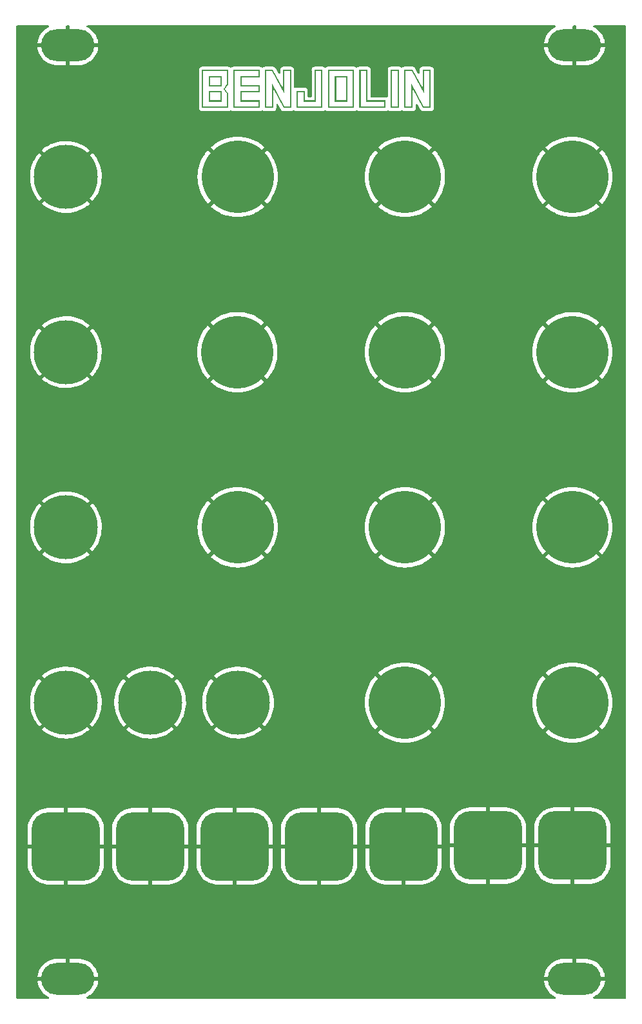
<source format=gbr>
%TF.GenerationSoftware,KiCad,Pcbnew,(6.0.7-1)-1*%
%TF.CreationDate,2022-10-07T10:10:38+07:00*%
%TF.ProjectId,benjolin_1.6_panel,62656e6a-6f6c-4696-9e5f-312e365f7061,rev?*%
%TF.SameCoordinates,Original*%
%TF.FileFunction,Copper,L1,Top*%
%TF.FilePolarity,Positive*%
%FSLAX46Y46*%
G04 Gerber Fmt 4.6, Leading zero omitted, Abs format (unit mm)*
G04 Created by KiCad (PCBNEW (6.0.7-1)-1) date 2022-10-07 10:10:38*
%MOMM*%
%LPD*%
G01*
G04 APERTURE LIST*
G04 Aperture macros list*
%AMRoundRect*
0 Rectangle with rounded corners*
0 $1 Rounding radius*
0 $2 $3 $4 $5 $6 $7 $8 $9 X,Y pos of 4 corners*
0 Add a 4 corners polygon primitive as box body*
4,1,4,$2,$3,$4,$5,$6,$7,$8,$9,$2,$3,0*
0 Add four circle primitives for the rounded corners*
1,1,$1+$1,$2,$3*
1,1,$1+$1,$4,$5*
1,1,$1+$1,$6,$7*
1,1,$1+$1,$8,$9*
0 Add four rect primitives between the rounded corners*
20,1,$1+$1,$2,$3,$4,$5,0*
20,1,$1+$1,$4,$5,$6,$7,0*
20,1,$1+$1,$6,$7,$8,$9,0*
20,1,$1+$1,$8,$9,$2,$3,0*%
G04 Aperture macros list end*
%TA.AperFunction,ComponentPad*%
%ADD10C,9.500000*%
%TD*%
%TA.AperFunction,ComponentPad*%
%ADD11C,8.400000*%
%TD*%
%TA.AperFunction,ComponentPad*%
%ADD12RoundRect,2.250000X-2.250000X-2.250000X2.250000X-2.250000X2.250000X2.250000X-2.250000X2.250000X0*%
%TD*%
%TA.AperFunction,ComponentPad*%
%ADD13O,7.000000X4.200000*%
%TD*%
%TA.AperFunction,Conductor*%
%ADD14C,0.250000*%
%TD*%
G04 APERTURE END LIST*
%TO.C,kibuzzard-6336D281*%
G36*
X66263373Y-32692195D02*
G01*
X67927225Y-32692195D01*
X67927225Y-34063042D01*
X66263373Y-34063042D01*
X66263373Y-33888634D01*
X66437781Y-33888634D01*
X67752817Y-33888634D01*
X67752817Y-32866603D01*
X66437781Y-32866603D01*
X66437781Y-33888634D01*
X66263373Y-33888634D01*
X66263373Y-32692195D01*
G37*
G36*
X69482944Y-31862014D02*
G01*
X72918780Y-31862014D01*
X72918780Y-32866603D01*
X70571249Y-32866603D01*
X70571249Y-33888634D01*
X72918780Y-33888634D01*
X72918780Y-34851366D01*
X70571249Y-34851366D01*
X70571249Y-35873397D01*
X72918780Y-35873397D01*
X72918780Y-36877986D01*
X69482944Y-36877986D01*
X69482944Y-36703578D01*
X69657352Y-36703578D01*
X72744372Y-36703578D01*
X72744372Y-36047805D01*
X70396841Y-36047805D01*
X70396841Y-34676958D01*
X72744372Y-34676958D01*
X72744372Y-34063042D01*
X70396841Y-34063042D01*
X70396841Y-32692195D01*
X72744372Y-32692195D01*
X72744372Y-32036422D01*
X69657352Y-32036422D01*
X69657352Y-36703578D01*
X69482944Y-36703578D01*
X69482944Y-31862014D01*
G37*
G36*
X77749881Y-34617659D02*
G01*
X78838187Y-34617659D01*
X78838187Y-35873397D01*
X80153223Y-35873397D01*
X80153223Y-31862014D01*
X81185718Y-31862014D01*
X81185718Y-36877986D01*
X77749881Y-36877986D01*
X77749881Y-36703578D01*
X77924289Y-36703578D01*
X81011310Y-36703578D01*
X81011310Y-32036422D01*
X80327630Y-32036422D01*
X80327630Y-36047805D01*
X78663779Y-36047805D01*
X78663779Y-34792067D01*
X77924289Y-34792067D01*
X77924289Y-36703578D01*
X77749881Y-36703578D01*
X77749881Y-34617659D01*
G37*
G36*
X93024530Y-34345583D02*
G01*
X93024530Y-36877986D01*
X91936224Y-36877986D01*
X91936224Y-36703578D01*
X92110632Y-36703578D01*
X92850122Y-36703578D01*
X92850122Y-33647951D01*
X94479092Y-36703578D01*
X95197653Y-36703578D01*
X95197653Y-32036422D01*
X94513974Y-32036422D01*
X94513974Y-35004845D01*
X92885004Y-32036422D01*
X92110632Y-32036422D01*
X92110632Y-36703578D01*
X91936224Y-36703578D01*
X91936224Y-31862014D01*
X92986160Y-31862014D01*
X94339566Y-34324654D01*
X94339566Y-31862014D01*
X95372061Y-31862014D01*
X95372061Y-36877986D01*
X94374448Y-36877986D01*
X93024530Y-34345583D01*
G37*
G36*
X66263373Y-34676958D02*
G01*
X67927225Y-34676958D01*
X67927225Y-36047805D01*
X66263373Y-36047805D01*
X66263373Y-35873397D01*
X66437781Y-35873397D01*
X67752817Y-35873397D01*
X67752817Y-34851366D01*
X66437781Y-34851366D01*
X66437781Y-35873397D01*
X66263373Y-35873397D01*
X66263373Y-34676958D01*
G37*
G36*
X81883349Y-31862014D02*
G01*
X85319186Y-31862014D01*
X85319186Y-36877986D01*
X81883349Y-36877986D01*
X81883349Y-36703578D01*
X82057757Y-36703578D01*
X85144778Y-36703578D01*
X85144778Y-32036422D01*
X82057757Y-32036422D01*
X82057757Y-36703578D01*
X81883349Y-36703578D01*
X81883349Y-31862014D01*
G37*
G36*
X82797247Y-32692195D02*
G01*
X84461099Y-32692195D01*
X84461099Y-36047805D01*
X82797247Y-36047805D01*
X82797247Y-35873397D01*
X82971655Y-35873397D01*
X84286691Y-35873397D01*
X84286691Y-32866603D01*
X82971655Y-32866603D01*
X82971655Y-35873397D01*
X82797247Y-35873397D01*
X82797247Y-32692195D01*
G37*
G36*
X90150287Y-31862014D02*
G01*
X91238592Y-31862014D01*
X91238592Y-36877986D01*
X90150287Y-36877986D01*
X90150287Y-36703578D01*
X90324695Y-36703578D01*
X91064184Y-36703578D01*
X91064184Y-32036422D01*
X90324695Y-32036422D01*
X90324695Y-36703578D01*
X90150287Y-36703578D01*
X90150287Y-31862014D01*
G37*
G36*
X74704718Y-34345583D02*
G01*
X74704718Y-36877986D01*
X73616412Y-36877986D01*
X73616412Y-36703578D01*
X73790820Y-36703578D01*
X74530310Y-36703578D01*
X74530310Y-33647951D01*
X76159280Y-36703578D01*
X76877841Y-36703578D01*
X76877841Y-32036422D01*
X76194162Y-32036422D01*
X76194162Y-35004845D01*
X74565192Y-32036422D01*
X73790820Y-32036422D01*
X73790820Y-36703578D01*
X73616412Y-36703578D01*
X73616412Y-31862014D01*
X74666348Y-31862014D01*
X76019754Y-34324654D01*
X76019754Y-31862014D01*
X77052249Y-31862014D01*
X77052249Y-36877986D01*
X76054635Y-36877986D01*
X74704718Y-34345583D01*
G37*
G36*
X65349475Y-31862014D02*
G01*
X68785312Y-31862014D01*
X68785312Y-33808406D01*
X68401614Y-34387441D01*
X68785312Y-34966475D01*
X68785312Y-36877986D01*
X65349475Y-36877986D01*
X65349475Y-36703578D01*
X65523883Y-36703578D01*
X68610904Y-36703578D01*
X68610904Y-35018798D01*
X68192325Y-34387441D01*
X68610904Y-33756084D01*
X68610904Y-32036422D01*
X65523883Y-32036422D01*
X65523883Y-36703578D01*
X65349475Y-36703578D01*
X65349475Y-31862014D01*
G37*
G36*
X86016818Y-31862014D02*
G01*
X87105124Y-31862014D01*
X87105124Y-35873397D01*
X89452655Y-35873397D01*
X89452655Y-36877986D01*
X86016818Y-36877986D01*
X86016818Y-36703578D01*
X86191226Y-36703578D01*
X89278247Y-36703578D01*
X89278247Y-36047805D01*
X86930716Y-36047805D01*
X86930716Y-32036422D01*
X86191226Y-32036422D01*
X86191226Y-36703578D01*
X86016818Y-36703578D01*
X86016818Y-31862014D01*
G37*
%TD*%
D10*
%TO.P,REF\u002A\u002A,*%
%TO.N,GND*%
X70000000Y-68910000D03*
%TD*%
%TO.P,REF\u002A\u002A,*%
%TO.N,GND*%
X92011865Y-68910000D03*
%TD*%
%TO.P,REF\u002A\u002A,*%
%TO.N,GND*%
X114000000Y-68910000D03*
%TD*%
D11*
%TO.P,H2,1*%
%TO.N,GND*%
X70074142Y-114899332D03*
%TD*%
D10*
%TO.P,REF\u002A\u002A,*%
%TO.N,GND*%
X92011865Y-91910000D03*
%TD*%
D12*
%TO.P,xor,1*%
%TO.N,GND*%
X102910673Y-133660000D03*
%TD*%
D10*
%TO.P,REF\u002A\u002A,*%
%TO.N,GND*%
X70025077Y-91910000D03*
%TD*%
D12*
%TO.P,tri x,1*%
%TO.N,GND*%
X47464058Y-133750000D03*
%TD*%
D10*
%TO.P,REF\u002A\u002A,*%
%TO.N,GND*%
X92011865Y-45920000D03*
%TD*%
D13*
%TO.P,REF\u002A\u002A,*%
%TO.N,GND*%
X114279479Y-28650000D03*
X114279479Y-28650000D03*
%TD*%
D11*
%TO.P,H2,1*%
%TO.N,GND*%
X47464058Y-91910000D03*
%TD*%
D10*
%TO.P,REF\u002A\u002A,*%
%TO.N,GND*%
X114000000Y-114899332D03*
%TD*%
D11*
%TO.P,H2,1*%
%TO.N,GND*%
X47464058Y-68910000D03*
%TD*%
D13*
%TO.P,REF\u002A\u002A,*%
%TO.N,GND*%
X47726000Y-28650000D03*
X47726000Y-28650000D03*
%TD*%
D10*
%TO.P,REF\u002A\u002A,*%
%TO.N,GND*%
X70025077Y-45920000D03*
%TD*%
D13*
%TO.P,REF\u002A\u002A,*%
%TO.N,GND*%
X47726000Y-151150000D03*
X47726000Y-151150000D03*
%TD*%
D12*
%TO.P,pulse y,1*%
%TO.N,GND*%
X80732027Y-133750000D03*
%TD*%
D11*
%TO.P,H2,1*%
%TO.N,GND*%
X47464058Y-45920000D03*
%TD*%
D12*
%TO.P,tri y,1*%
%TO.N,GND*%
X69642704Y-133750000D03*
%TD*%
D10*
%TO.P,REF\u002A\u002A,*%
%TO.N,GND*%
X92010000Y-114899332D03*
%TD*%
D12*
%TO.P,out,1*%
%TO.N,GND*%
X114000000Y-133660000D03*
%TD*%
%TO.P,pwm,1*%
%TO.N,GND*%
X91821350Y-133750000D03*
%TD*%
D13*
%TO.P,REF\u002A\u002A,*%
%TO.N,GND*%
X114279479Y-151150000D03*
X114279479Y-151150000D03*
%TD*%
D12*
%TO.P,pulse x,1*%
%TO.N,GND*%
X58553381Y-133750000D03*
%TD*%
D11*
%TO.P,H2,1*%
%TO.N,GND*%
X58537786Y-114899332D03*
%TD*%
D10*
%TO.P,REF\u002A\u002A,*%
%TO.N,GND*%
X114000000Y-91910000D03*
%TD*%
D11*
%TO.P,H2,1*%
%TO.N,GND*%
X47464058Y-114899332D03*
%TD*%
D10*
%TO.P,REF\u002A\u002A,*%
%TO.N,GND*%
X114000000Y-45920000D03*
%TD*%
D14*
%TO.N,GND*%
X43820400Y-151150000D02*
X47726000Y-151150000D01*
X41351200Y-153619200D02*
X43820400Y-151150000D01*
%TD*%
%TA.AperFunction,Conductor*%
%TO.N,GND*%
G36*
X45228697Y-26070502D02*
G01*
X45275190Y-26124158D01*
X45285294Y-26194432D01*
X45255800Y-26259012D01*
X45212828Y-26291155D01*
X45102788Y-26341303D01*
X45096015Y-26344904D01*
X44830548Y-26507583D01*
X44824261Y-26511985D01*
X44580600Y-26705802D01*
X44574893Y-26710940D01*
X44356672Y-26933004D01*
X44351635Y-26938800D01*
X44162111Y-27185791D01*
X44157803Y-27192179D01*
X43999792Y-27460427D01*
X43996306Y-27467269D01*
X43872162Y-27752781D01*
X43869529Y-27760016D01*
X43781108Y-28058521D01*
X43779379Y-28066009D01*
X43727994Y-28373073D01*
X43727435Y-28378394D01*
X43731119Y-28393322D01*
X43731389Y-28393578D01*
X43741461Y-28396000D01*
X47453885Y-28396000D01*
X47469124Y-28391525D01*
X47470329Y-28390135D01*
X47472000Y-28382452D01*
X47472000Y-26176500D01*
X47492002Y-26108379D01*
X47545658Y-26061886D01*
X47598000Y-26050500D01*
X47854000Y-26050500D01*
X47922121Y-26070502D01*
X47968614Y-26124158D01*
X47980000Y-26176500D01*
X47980000Y-28377885D01*
X47984475Y-28393124D01*
X47985865Y-28394329D01*
X47993548Y-28396000D01*
X51704042Y-28396000D01*
X51718837Y-28391656D01*
X51720897Y-28379997D01*
X51713829Y-28290182D01*
X51712760Y-28282578D01*
X51650688Y-27977482D01*
X51648702Y-27970072D01*
X51549909Y-27674809D01*
X51547040Y-27667707D01*
X51412996Y-27386680D01*
X51409277Y-27379971D01*
X51241992Y-27117387D01*
X51237482Y-27111178D01*
X51039438Y-26870931D01*
X51034208Y-26865324D01*
X50808367Y-26651009D01*
X50802484Y-26646072D01*
X50552216Y-26460884D01*
X50545761Y-26456692D01*
X50274802Y-26303390D01*
X50267882Y-26300015D01*
X50250726Y-26292909D01*
X50195445Y-26248361D01*
X50173024Y-26180998D01*
X50190582Y-26112206D01*
X50242544Y-26063828D01*
X50298944Y-26050500D01*
X111714055Y-26050500D01*
X111782176Y-26070502D01*
X111828669Y-26124158D01*
X111838773Y-26194432D01*
X111809279Y-26259012D01*
X111766307Y-26291155D01*
X111656267Y-26341303D01*
X111649494Y-26344904D01*
X111384027Y-26507583D01*
X111377740Y-26511985D01*
X111134079Y-26705802D01*
X111128372Y-26710940D01*
X110910151Y-26933004D01*
X110905114Y-26938800D01*
X110715590Y-27185791D01*
X110711282Y-27192179D01*
X110553271Y-27460427D01*
X110549785Y-27467269D01*
X110425641Y-27752781D01*
X110423008Y-27760016D01*
X110334587Y-28058521D01*
X110332858Y-28066009D01*
X110281473Y-28373073D01*
X110280914Y-28378394D01*
X110284598Y-28393322D01*
X110284868Y-28393578D01*
X110294940Y-28396000D01*
X114007364Y-28396000D01*
X114022603Y-28391525D01*
X114023808Y-28390135D01*
X114025479Y-28382452D01*
X114025479Y-26176500D01*
X114045481Y-26108379D01*
X114099137Y-26061886D01*
X114151479Y-26050500D01*
X114407479Y-26050500D01*
X114475600Y-26070502D01*
X114522093Y-26124158D01*
X114533479Y-26176500D01*
X114533479Y-28377885D01*
X114537954Y-28393124D01*
X114539344Y-28394329D01*
X114547027Y-28396000D01*
X118257521Y-28396000D01*
X118272316Y-28391656D01*
X118274376Y-28379997D01*
X118267308Y-28290182D01*
X118266239Y-28282578D01*
X118204167Y-27977482D01*
X118202181Y-27970072D01*
X118103388Y-27674809D01*
X118100519Y-27667707D01*
X117966475Y-27386680D01*
X117962756Y-27379971D01*
X117795471Y-27117387D01*
X117790961Y-27111178D01*
X117592917Y-26870931D01*
X117587687Y-26865324D01*
X117361846Y-26651009D01*
X117355963Y-26646072D01*
X117105695Y-26460884D01*
X117099240Y-26456692D01*
X116828281Y-26303390D01*
X116821361Y-26300015D01*
X116804205Y-26292909D01*
X116748924Y-26248361D01*
X116726503Y-26180998D01*
X116744061Y-26112206D01*
X116796023Y-26063828D01*
X116852423Y-26050500D01*
X120923500Y-26050500D01*
X120991621Y-26070502D01*
X121038114Y-26124158D01*
X121049500Y-26176500D01*
X121049500Y-153623500D01*
X121029498Y-153691621D01*
X120975842Y-153738114D01*
X120923500Y-153749500D01*
X116844903Y-153749500D01*
X116776782Y-153729498D01*
X116730289Y-153675842D01*
X116720185Y-153605568D01*
X116749679Y-153540988D01*
X116792651Y-153508845D01*
X116902691Y-153458697D01*
X116909464Y-153455096D01*
X117174931Y-153292417D01*
X117181218Y-153288015D01*
X117424879Y-153094198D01*
X117430586Y-153089060D01*
X117648807Y-152866996D01*
X117653844Y-152861200D01*
X117843368Y-152614209D01*
X117847676Y-152607821D01*
X118005687Y-152339573D01*
X118009173Y-152332731D01*
X118133317Y-152047219D01*
X118135950Y-152039984D01*
X118224371Y-151741479D01*
X118226100Y-151733991D01*
X118277485Y-151426927D01*
X118278044Y-151421606D01*
X118274360Y-151406678D01*
X118274090Y-151406422D01*
X118264018Y-151404000D01*
X110301437Y-151404000D01*
X110286642Y-151408344D01*
X110284582Y-151420003D01*
X110291650Y-151509818D01*
X110292719Y-151517422D01*
X110354791Y-151822518D01*
X110356777Y-151829928D01*
X110455570Y-152125191D01*
X110458439Y-152132293D01*
X110592483Y-152413320D01*
X110596202Y-152420029D01*
X110763487Y-152682613D01*
X110767997Y-152688822D01*
X110966041Y-152929069D01*
X110971271Y-152934676D01*
X111197112Y-153148991D01*
X111202995Y-153153928D01*
X111453263Y-153339116D01*
X111459718Y-153343308D01*
X111730677Y-153496610D01*
X111737597Y-153499985D01*
X111754753Y-153507091D01*
X111810034Y-153551639D01*
X111832455Y-153619002D01*
X111814897Y-153687794D01*
X111762935Y-153736172D01*
X111706535Y-153749500D01*
X50291424Y-153749500D01*
X50223303Y-153729498D01*
X50176810Y-153675842D01*
X50166706Y-153605568D01*
X50196200Y-153540988D01*
X50239172Y-153508845D01*
X50349212Y-153458697D01*
X50355985Y-153455096D01*
X50621452Y-153292417D01*
X50627739Y-153288015D01*
X50871400Y-153094198D01*
X50877107Y-153089060D01*
X51095328Y-152866996D01*
X51100365Y-152861200D01*
X51289889Y-152614209D01*
X51294197Y-152607821D01*
X51452208Y-152339573D01*
X51455694Y-152332731D01*
X51579838Y-152047219D01*
X51582471Y-152039984D01*
X51670892Y-151741479D01*
X51672621Y-151733991D01*
X51724006Y-151426927D01*
X51724565Y-151421606D01*
X51720881Y-151406678D01*
X51720611Y-151406422D01*
X51710539Y-151404000D01*
X43747958Y-151404000D01*
X43733163Y-151408344D01*
X43731103Y-151420003D01*
X43738171Y-151509818D01*
X43739240Y-151517422D01*
X43801312Y-151822518D01*
X43803298Y-151829928D01*
X43902091Y-152125191D01*
X43904960Y-152132293D01*
X44039004Y-152413320D01*
X44042723Y-152420029D01*
X44210008Y-152682613D01*
X44214518Y-152688822D01*
X44412562Y-152929069D01*
X44417792Y-152934676D01*
X44643633Y-153148991D01*
X44649516Y-153153928D01*
X44899784Y-153339116D01*
X44906239Y-153343308D01*
X45177198Y-153496610D01*
X45184118Y-153499985D01*
X45201274Y-153507091D01*
X45256555Y-153551639D01*
X45278976Y-153619002D01*
X45261418Y-153687794D01*
X45209456Y-153736172D01*
X45153056Y-153749500D01*
X41076500Y-153749500D01*
X41008379Y-153729498D01*
X40961886Y-153675842D01*
X40950500Y-153623500D01*
X40950500Y-150878394D01*
X43727435Y-150878394D01*
X43731119Y-150893322D01*
X43731389Y-150893578D01*
X43741461Y-150896000D01*
X47453885Y-150896000D01*
X47469124Y-150891525D01*
X47470329Y-150890135D01*
X47472000Y-150882452D01*
X47472000Y-150877885D01*
X47980000Y-150877885D01*
X47984475Y-150893124D01*
X47985865Y-150894329D01*
X47993548Y-150896000D01*
X51704042Y-150896000D01*
X51718837Y-150891656D01*
X51720897Y-150879997D01*
X51720771Y-150878394D01*
X110280914Y-150878394D01*
X110284598Y-150893322D01*
X110284868Y-150893578D01*
X110294940Y-150896000D01*
X114007364Y-150896000D01*
X114022603Y-150891525D01*
X114023808Y-150890135D01*
X114025479Y-150882452D01*
X114025479Y-150877885D01*
X114533479Y-150877885D01*
X114537954Y-150893124D01*
X114539344Y-150894329D01*
X114547027Y-150896000D01*
X118257521Y-150896000D01*
X118272316Y-150891656D01*
X118274376Y-150879997D01*
X118267308Y-150790182D01*
X118266239Y-150782578D01*
X118204167Y-150477482D01*
X118202181Y-150470072D01*
X118103388Y-150174809D01*
X118100519Y-150167707D01*
X117966475Y-149886680D01*
X117962756Y-149879971D01*
X117795471Y-149617387D01*
X117790961Y-149611178D01*
X117592917Y-149370931D01*
X117587687Y-149365324D01*
X117361846Y-149151009D01*
X117355963Y-149146072D01*
X117105695Y-148960884D01*
X117099240Y-148956692D01*
X116828281Y-148803390D01*
X116821361Y-148800015D01*
X116533732Y-148680876D01*
X116526459Y-148678372D01*
X116226459Y-148595173D01*
X116218933Y-148593574D01*
X115910477Y-148547475D01*
X115903915Y-148546843D01*
X115794367Y-148542060D01*
X115791615Y-148542000D01*
X114551594Y-148542000D01*
X114536355Y-148546475D01*
X114535150Y-148547865D01*
X114533479Y-148555548D01*
X114533479Y-150877885D01*
X114025479Y-150877885D01*
X114025479Y-148560115D01*
X114021004Y-148544876D01*
X114019614Y-148543671D01*
X114011931Y-148542000D01*
X112800368Y-148542000D01*
X112796538Y-148542117D01*
X112564887Y-148556286D01*
X112557250Y-148557223D01*
X112251138Y-148613958D01*
X112243670Y-148615820D01*
X111946747Y-148709438D01*
X111939582Y-148712189D01*
X111656267Y-148841303D01*
X111649494Y-148844904D01*
X111384027Y-149007583D01*
X111377740Y-149011985D01*
X111134079Y-149205802D01*
X111128372Y-149210940D01*
X110910151Y-149433004D01*
X110905114Y-149438800D01*
X110715590Y-149685791D01*
X110711282Y-149692179D01*
X110553271Y-149960427D01*
X110549785Y-149967269D01*
X110425641Y-150252781D01*
X110423008Y-150260016D01*
X110334587Y-150558521D01*
X110332858Y-150566009D01*
X110281473Y-150873073D01*
X110280914Y-150878394D01*
X51720771Y-150878394D01*
X51713829Y-150790182D01*
X51712760Y-150782578D01*
X51650688Y-150477482D01*
X51648702Y-150470072D01*
X51549909Y-150174809D01*
X51547040Y-150167707D01*
X51412996Y-149886680D01*
X51409277Y-149879971D01*
X51241992Y-149617387D01*
X51237482Y-149611178D01*
X51039438Y-149370931D01*
X51034208Y-149365324D01*
X50808367Y-149151009D01*
X50802484Y-149146072D01*
X50552216Y-148960884D01*
X50545761Y-148956692D01*
X50274802Y-148803390D01*
X50267882Y-148800015D01*
X49980253Y-148680876D01*
X49972980Y-148678372D01*
X49672980Y-148595173D01*
X49665454Y-148593574D01*
X49356998Y-148547475D01*
X49350436Y-148546843D01*
X49240888Y-148542060D01*
X49238136Y-148542000D01*
X47998115Y-148542000D01*
X47982876Y-148546475D01*
X47981671Y-148547865D01*
X47980000Y-148555548D01*
X47980000Y-150877885D01*
X47472000Y-150877885D01*
X47472000Y-148560115D01*
X47467525Y-148544876D01*
X47466135Y-148543671D01*
X47458452Y-148542000D01*
X46246889Y-148542000D01*
X46243059Y-148542117D01*
X46011408Y-148556286D01*
X46003771Y-148557223D01*
X45697659Y-148613958D01*
X45690191Y-148615820D01*
X45393268Y-148709438D01*
X45386103Y-148712189D01*
X45102788Y-148841303D01*
X45096015Y-148844904D01*
X44830548Y-149007583D01*
X44824261Y-149011985D01*
X44580600Y-149205802D01*
X44574893Y-149210940D01*
X44356672Y-149433004D01*
X44351635Y-149438800D01*
X44162111Y-149685791D01*
X44157803Y-149692179D01*
X43999792Y-149960427D01*
X43996306Y-149967269D01*
X43872162Y-150252781D01*
X43869529Y-150260016D01*
X43781108Y-150558521D01*
X43779379Y-150566009D01*
X43727994Y-150873073D01*
X43727435Y-150878394D01*
X40950500Y-150878394D01*
X40950500Y-136159399D01*
X42456058Y-136159399D01*
X42456090Y-136161423D01*
X42456378Y-136170609D01*
X42456824Y-136176363D01*
X42496818Y-136499755D01*
X42498198Y-136507205D01*
X42576541Y-136822589D01*
X42578801Y-136829801D01*
X42694461Y-137133481D01*
X42697584Y-137140397D01*
X42848880Y-137427964D01*
X42852809Y-137434453D01*
X43037574Y-137701784D01*
X43042233Y-137707726D01*
X43257783Y-137950933D01*
X43263125Y-137956275D01*
X43506332Y-138171825D01*
X43512274Y-138176484D01*
X43779605Y-138361249D01*
X43786094Y-138365178D01*
X44073661Y-138516474D01*
X44080577Y-138519597D01*
X44384257Y-138635257D01*
X44391469Y-138637517D01*
X44706853Y-138715860D01*
X44714303Y-138717240D01*
X45037695Y-138757234D01*
X45043449Y-138757680D01*
X45052635Y-138757968D01*
X45054659Y-138758000D01*
X47191943Y-138758000D01*
X47207182Y-138753525D01*
X47208387Y-138752135D01*
X47210058Y-138744452D01*
X47210058Y-138739885D01*
X47718058Y-138739885D01*
X47722533Y-138755124D01*
X47723923Y-138756329D01*
X47731606Y-138758000D01*
X49873457Y-138758000D01*
X49875481Y-138757968D01*
X49884667Y-138757680D01*
X49890421Y-138757234D01*
X50213813Y-138717240D01*
X50221263Y-138715860D01*
X50536647Y-138637517D01*
X50543859Y-138635257D01*
X50847539Y-138519597D01*
X50854455Y-138516474D01*
X51142022Y-138365178D01*
X51148511Y-138361249D01*
X51415842Y-138176484D01*
X51421784Y-138171825D01*
X51664991Y-137956275D01*
X51670333Y-137950933D01*
X51885883Y-137707726D01*
X51890542Y-137701784D01*
X52075307Y-137434453D01*
X52079236Y-137427964D01*
X52230532Y-137140397D01*
X52233655Y-137133481D01*
X52349315Y-136829801D01*
X52351575Y-136822589D01*
X52429918Y-136507205D01*
X52431298Y-136499755D01*
X52471292Y-136176363D01*
X52471738Y-136170609D01*
X52472026Y-136161423D01*
X52472058Y-136159399D01*
X53545381Y-136159399D01*
X53545413Y-136161423D01*
X53545701Y-136170609D01*
X53546147Y-136176363D01*
X53586141Y-136499755D01*
X53587521Y-136507205D01*
X53665864Y-136822589D01*
X53668124Y-136829801D01*
X53783784Y-137133481D01*
X53786907Y-137140397D01*
X53938203Y-137427964D01*
X53942132Y-137434453D01*
X54126897Y-137701784D01*
X54131556Y-137707726D01*
X54347106Y-137950933D01*
X54352448Y-137956275D01*
X54595655Y-138171825D01*
X54601597Y-138176484D01*
X54868928Y-138361249D01*
X54875417Y-138365178D01*
X55162984Y-138516474D01*
X55169900Y-138519597D01*
X55473580Y-138635257D01*
X55480792Y-138637517D01*
X55796176Y-138715860D01*
X55803626Y-138717240D01*
X56127018Y-138757234D01*
X56132772Y-138757680D01*
X56141958Y-138757968D01*
X56143982Y-138758000D01*
X58281266Y-138758000D01*
X58296505Y-138753525D01*
X58297710Y-138752135D01*
X58299381Y-138744452D01*
X58299381Y-138739885D01*
X58807381Y-138739885D01*
X58811856Y-138755124D01*
X58813246Y-138756329D01*
X58820929Y-138758000D01*
X60962780Y-138758000D01*
X60964804Y-138757968D01*
X60973990Y-138757680D01*
X60979744Y-138757234D01*
X61303136Y-138717240D01*
X61310586Y-138715860D01*
X61625970Y-138637517D01*
X61633182Y-138635257D01*
X61936862Y-138519597D01*
X61943778Y-138516474D01*
X62231345Y-138365178D01*
X62237834Y-138361249D01*
X62505165Y-138176484D01*
X62511107Y-138171825D01*
X62754314Y-137956275D01*
X62759656Y-137950933D01*
X62975206Y-137707726D01*
X62979865Y-137701784D01*
X63164630Y-137434453D01*
X63168559Y-137427964D01*
X63319855Y-137140397D01*
X63322978Y-137133481D01*
X63438638Y-136829801D01*
X63440898Y-136822589D01*
X63519241Y-136507205D01*
X63520621Y-136499755D01*
X63560615Y-136176363D01*
X63561061Y-136170609D01*
X63561349Y-136161423D01*
X63561381Y-136159399D01*
X64634704Y-136159399D01*
X64634736Y-136161423D01*
X64635024Y-136170609D01*
X64635470Y-136176363D01*
X64675464Y-136499755D01*
X64676844Y-136507205D01*
X64755187Y-136822589D01*
X64757447Y-136829801D01*
X64873107Y-137133481D01*
X64876230Y-137140397D01*
X65027526Y-137427964D01*
X65031455Y-137434453D01*
X65216220Y-137701784D01*
X65220879Y-137707726D01*
X65436429Y-137950933D01*
X65441771Y-137956275D01*
X65684978Y-138171825D01*
X65690920Y-138176484D01*
X65958251Y-138361249D01*
X65964740Y-138365178D01*
X66252307Y-138516474D01*
X66259223Y-138519597D01*
X66562903Y-138635257D01*
X66570115Y-138637517D01*
X66885499Y-138715860D01*
X66892949Y-138717240D01*
X67216341Y-138757234D01*
X67222095Y-138757680D01*
X67231281Y-138757968D01*
X67233305Y-138758000D01*
X69370589Y-138758000D01*
X69385828Y-138753525D01*
X69387033Y-138752135D01*
X69388704Y-138744452D01*
X69388704Y-138739885D01*
X69896704Y-138739885D01*
X69901179Y-138755124D01*
X69902569Y-138756329D01*
X69910252Y-138758000D01*
X72052103Y-138758000D01*
X72054127Y-138757968D01*
X72063313Y-138757680D01*
X72069067Y-138757234D01*
X72392459Y-138717240D01*
X72399909Y-138715860D01*
X72715293Y-138637517D01*
X72722505Y-138635257D01*
X73026185Y-138519597D01*
X73033101Y-138516474D01*
X73320668Y-138365178D01*
X73327157Y-138361249D01*
X73594488Y-138176484D01*
X73600430Y-138171825D01*
X73843637Y-137956275D01*
X73848979Y-137950933D01*
X74064529Y-137707726D01*
X74069188Y-137701784D01*
X74253953Y-137434453D01*
X74257882Y-137427964D01*
X74409178Y-137140397D01*
X74412301Y-137133481D01*
X74527961Y-136829801D01*
X74530221Y-136822589D01*
X74608564Y-136507205D01*
X74609944Y-136499755D01*
X74649938Y-136176363D01*
X74650384Y-136170609D01*
X74650672Y-136161423D01*
X74650704Y-136159399D01*
X75724027Y-136159399D01*
X75724059Y-136161423D01*
X75724347Y-136170609D01*
X75724793Y-136176363D01*
X75764787Y-136499755D01*
X75766167Y-136507205D01*
X75844510Y-136822589D01*
X75846770Y-136829801D01*
X75962430Y-137133481D01*
X75965553Y-137140397D01*
X76116849Y-137427964D01*
X76120778Y-137434453D01*
X76305543Y-137701784D01*
X76310202Y-137707726D01*
X76525752Y-137950933D01*
X76531094Y-137956275D01*
X76774301Y-138171825D01*
X76780243Y-138176484D01*
X77047574Y-138361249D01*
X77054063Y-138365178D01*
X77341630Y-138516474D01*
X77348546Y-138519597D01*
X77652226Y-138635257D01*
X77659438Y-138637517D01*
X77974822Y-138715860D01*
X77982272Y-138717240D01*
X78305664Y-138757234D01*
X78311418Y-138757680D01*
X78320604Y-138757968D01*
X78322628Y-138758000D01*
X80459912Y-138758000D01*
X80475151Y-138753525D01*
X80476356Y-138752135D01*
X80478027Y-138744452D01*
X80478027Y-138739885D01*
X80986027Y-138739885D01*
X80990502Y-138755124D01*
X80991892Y-138756329D01*
X80999575Y-138758000D01*
X83141426Y-138758000D01*
X83143450Y-138757968D01*
X83152636Y-138757680D01*
X83158390Y-138757234D01*
X83481782Y-138717240D01*
X83489232Y-138715860D01*
X83804616Y-138637517D01*
X83811828Y-138635257D01*
X84115508Y-138519597D01*
X84122424Y-138516474D01*
X84409991Y-138365178D01*
X84416480Y-138361249D01*
X84683811Y-138176484D01*
X84689753Y-138171825D01*
X84932960Y-137956275D01*
X84938302Y-137950933D01*
X85153852Y-137707726D01*
X85158511Y-137701784D01*
X85343276Y-137434453D01*
X85347205Y-137427964D01*
X85498501Y-137140397D01*
X85501624Y-137133481D01*
X85617284Y-136829801D01*
X85619544Y-136822589D01*
X85697887Y-136507205D01*
X85699267Y-136499755D01*
X85739261Y-136176363D01*
X85739707Y-136170609D01*
X85739995Y-136161423D01*
X85740027Y-136159399D01*
X86813350Y-136159399D01*
X86813382Y-136161423D01*
X86813670Y-136170609D01*
X86814116Y-136176363D01*
X86854110Y-136499755D01*
X86855490Y-136507205D01*
X86933833Y-136822589D01*
X86936093Y-136829801D01*
X87051753Y-137133481D01*
X87054876Y-137140397D01*
X87206172Y-137427964D01*
X87210101Y-137434453D01*
X87394866Y-137701784D01*
X87399525Y-137707726D01*
X87615075Y-137950933D01*
X87620417Y-137956275D01*
X87863624Y-138171825D01*
X87869566Y-138176484D01*
X88136897Y-138361249D01*
X88143386Y-138365178D01*
X88430953Y-138516474D01*
X88437869Y-138519597D01*
X88741549Y-138635257D01*
X88748761Y-138637517D01*
X89064145Y-138715860D01*
X89071595Y-138717240D01*
X89394987Y-138757234D01*
X89400741Y-138757680D01*
X89409927Y-138757968D01*
X89411951Y-138758000D01*
X91549235Y-138758000D01*
X91564474Y-138753525D01*
X91565679Y-138752135D01*
X91567350Y-138744452D01*
X91567350Y-138739885D01*
X92075350Y-138739885D01*
X92079825Y-138755124D01*
X92081215Y-138756329D01*
X92088898Y-138758000D01*
X94230749Y-138758000D01*
X94232773Y-138757968D01*
X94241959Y-138757680D01*
X94247713Y-138757234D01*
X94571105Y-138717240D01*
X94578555Y-138715860D01*
X94893939Y-138637517D01*
X94901151Y-138635257D01*
X95204831Y-138519597D01*
X95211747Y-138516474D01*
X95499314Y-138365178D01*
X95505803Y-138361249D01*
X95773134Y-138176484D01*
X95779076Y-138171825D01*
X96022283Y-137956275D01*
X96027625Y-137950933D01*
X96243175Y-137707726D01*
X96247834Y-137701784D01*
X96432599Y-137434453D01*
X96436528Y-137427964D01*
X96587824Y-137140397D01*
X96590947Y-137133481D01*
X96706607Y-136829801D01*
X96708867Y-136822589D01*
X96787210Y-136507205D01*
X96788590Y-136499755D01*
X96828584Y-136176363D01*
X96829030Y-136170609D01*
X96829318Y-136161423D01*
X96829350Y-136159399D01*
X96829350Y-136069399D01*
X97902673Y-136069399D01*
X97902705Y-136071423D01*
X97902993Y-136080609D01*
X97903439Y-136086363D01*
X97943433Y-136409755D01*
X97944813Y-136417205D01*
X98023156Y-136732589D01*
X98025416Y-136739801D01*
X98141076Y-137043481D01*
X98144199Y-137050397D01*
X98295495Y-137337964D01*
X98299424Y-137344453D01*
X98484189Y-137611784D01*
X98488848Y-137617726D01*
X98704398Y-137860933D01*
X98709740Y-137866275D01*
X98952947Y-138081825D01*
X98958889Y-138086484D01*
X99226220Y-138271249D01*
X99232709Y-138275178D01*
X99520276Y-138426474D01*
X99527192Y-138429597D01*
X99830872Y-138545257D01*
X99838084Y-138547517D01*
X100153468Y-138625860D01*
X100160918Y-138627240D01*
X100484310Y-138667234D01*
X100490064Y-138667680D01*
X100499250Y-138667968D01*
X100501274Y-138668000D01*
X102638558Y-138668000D01*
X102653797Y-138663525D01*
X102655002Y-138662135D01*
X102656673Y-138654452D01*
X102656673Y-138649885D01*
X103164673Y-138649885D01*
X103169148Y-138665124D01*
X103170538Y-138666329D01*
X103178221Y-138668000D01*
X105320072Y-138668000D01*
X105322096Y-138667968D01*
X105331282Y-138667680D01*
X105337036Y-138667234D01*
X105660428Y-138627240D01*
X105667878Y-138625860D01*
X105983262Y-138547517D01*
X105990474Y-138545257D01*
X106294154Y-138429597D01*
X106301070Y-138426474D01*
X106588637Y-138275178D01*
X106595126Y-138271249D01*
X106862457Y-138086484D01*
X106868399Y-138081825D01*
X107111606Y-137866275D01*
X107116948Y-137860933D01*
X107332498Y-137617726D01*
X107337157Y-137611784D01*
X107521922Y-137344453D01*
X107525851Y-137337964D01*
X107677147Y-137050397D01*
X107680270Y-137043481D01*
X107795930Y-136739801D01*
X107798190Y-136732589D01*
X107876533Y-136417205D01*
X107877913Y-136409755D01*
X107917907Y-136086363D01*
X107918353Y-136080609D01*
X107918641Y-136071423D01*
X107918673Y-136069399D01*
X108992000Y-136069399D01*
X108992032Y-136071423D01*
X108992320Y-136080609D01*
X108992766Y-136086363D01*
X109032760Y-136409755D01*
X109034140Y-136417205D01*
X109112483Y-136732589D01*
X109114743Y-136739801D01*
X109230403Y-137043481D01*
X109233526Y-137050397D01*
X109384822Y-137337964D01*
X109388751Y-137344453D01*
X109573516Y-137611784D01*
X109578175Y-137617726D01*
X109793725Y-137860933D01*
X109799067Y-137866275D01*
X110042274Y-138081825D01*
X110048216Y-138086484D01*
X110315547Y-138271249D01*
X110322036Y-138275178D01*
X110609603Y-138426474D01*
X110616519Y-138429597D01*
X110920199Y-138545257D01*
X110927411Y-138547517D01*
X111242795Y-138625860D01*
X111250245Y-138627240D01*
X111573637Y-138667234D01*
X111579391Y-138667680D01*
X111588577Y-138667968D01*
X111590601Y-138668000D01*
X113727885Y-138668000D01*
X113743124Y-138663525D01*
X113744329Y-138662135D01*
X113746000Y-138654452D01*
X113746000Y-138649885D01*
X114254000Y-138649885D01*
X114258475Y-138665124D01*
X114259865Y-138666329D01*
X114267548Y-138668000D01*
X116409399Y-138668000D01*
X116411423Y-138667968D01*
X116420609Y-138667680D01*
X116426363Y-138667234D01*
X116749755Y-138627240D01*
X116757205Y-138625860D01*
X117072589Y-138547517D01*
X117079801Y-138545257D01*
X117383481Y-138429597D01*
X117390397Y-138426474D01*
X117677964Y-138275178D01*
X117684453Y-138271249D01*
X117951784Y-138086484D01*
X117957726Y-138081825D01*
X118200933Y-137866275D01*
X118206275Y-137860933D01*
X118421825Y-137617726D01*
X118426484Y-137611784D01*
X118611249Y-137344453D01*
X118615178Y-137337964D01*
X118766474Y-137050397D01*
X118769597Y-137043481D01*
X118885257Y-136739801D01*
X118887517Y-136732589D01*
X118965860Y-136417205D01*
X118967240Y-136409755D01*
X119007234Y-136086363D01*
X119007680Y-136080609D01*
X119007968Y-136071423D01*
X119008000Y-136069399D01*
X119008000Y-133932115D01*
X119003525Y-133916876D01*
X119002135Y-133915671D01*
X118994452Y-133914000D01*
X114272115Y-133914000D01*
X114256876Y-133918475D01*
X114255671Y-133919865D01*
X114254000Y-133927548D01*
X114254000Y-138649885D01*
X113746000Y-138649885D01*
X113746000Y-133932115D01*
X113741525Y-133916876D01*
X113740135Y-133915671D01*
X113732452Y-133914000D01*
X109010115Y-133914000D01*
X108994876Y-133918475D01*
X108993671Y-133919865D01*
X108992000Y-133927548D01*
X108992000Y-136069399D01*
X107918673Y-136069399D01*
X107918673Y-133932115D01*
X107914198Y-133916876D01*
X107912808Y-133915671D01*
X107905125Y-133914000D01*
X103182788Y-133914000D01*
X103167549Y-133918475D01*
X103166344Y-133919865D01*
X103164673Y-133927548D01*
X103164673Y-138649885D01*
X102656673Y-138649885D01*
X102656673Y-133932115D01*
X102652198Y-133916876D01*
X102650808Y-133915671D01*
X102643125Y-133914000D01*
X97920788Y-133914000D01*
X97905549Y-133918475D01*
X97904344Y-133919865D01*
X97902673Y-133927548D01*
X97902673Y-136069399D01*
X96829350Y-136069399D01*
X96829350Y-134022115D01*
X96824875Y-134006876D01*
X96823485Y-134005671D01*
X96815802Y-134004000D01*
X92093465Y-134004000D01*
X92078226Y-134008475D01*
X92077021Y-134009865D01*
X92075350Y-134017548D01*
X92075350Y-138739885D01*
X91567350Y-138739885D01*
X91567350Y-134022115D01*
X91562875Y-134006876D01*
X91561485Y-134005671D01*
X91553802Y-134004000D01*
X86831465Y-134004000D01*
X86816226Y-134008475D01*
X86815021Y-134009865D01*
X86813350Y-134017548D01*
X86813350Y-136159399D01*
X85740027Y-136159399D01*
X85740027Y-134022115D01*
X85735552Y-134006876D01*
X85734162Y-134005671D01*
X85726479Y-134004000D01*
X81004142Y-134004000D01*
X80988903Y-134008475D01*
X80987698Y-134009865D01*
X80986027Y-134017548D01*
X80986027Y-138739885D01*
X80478027Y-138739885D01*
X80478027Y-134022115D01*
X80473552Y-134006876D01*
X80472162Y-134005671D01*
X80464479Y-134004000D01*
X75742142Y-134004000D01*
X75726903Y-134008475D01*
X75725698Y-134009865D01*
X75724027Y-134017548D01*
X75724027Y-136159399D01*
X74650704Y-136159399D01*
X74650704Y-134022115D01*
X74646229Y-134006876D01*
X74644839Y-134005671D01*
X74637156Y-134004000D01*
X69914819Y-134004000D01*
X69899580Y-134008475D01*
X69898375Y-134009865D01*
X69896704Y-134017548D01*
X69896704Y-138739885D01*
X69388704Y-138739885D01*
X69388704Y-134022115D01*
X69384229Y-134006876D01*
X69382839Y-134005671D01*
X69375156Y-134004000D01*
X64652819Y-134004000D01*
X64637580Y-134008475D01*
X64636375Y-134009865D01*
X64634704Y-134017548D01*
X64634704Y-136159399D01*
X63561381Y-136159399D01*
X63561381Y-134022115D01*
X63556906Y-134006876D01*
X63555516Y-134005671D01*
X63547833Y-134004000D01*
X58825496Y-134004000D01*
X58810257Y-134008475D01*
X58809052Y-134009865D01*
X58807381Y-134017548D01*
X58807381Y-138739885D01*
X58299381Y-138739885D01*
X58299381Y-134022115D01*
X58294906Y-134006876D01*
X58293516Y-134005671D01*
X58285833Y-134004000D01*
X53563496Y-134004000D01*
X53548257Y-134008475D01*
X53547052Y-134009865D01*
X53545381Y-134017548D01*
X53545381Y-136159399D01*
X52472058Y-136159399D01*
X52472058Y-134022115D01*
X52467583Y-134006876D01*
X52466193Y-134005671D01*
X52458510Y-134004000D01*
X47736173Y-134004000D01*
X47720934Y-134008475D01*
X47719729Y-134009865D01*
X47718058Y-134017548D01*
X47718058Y-138739885D01*
X47210058Y-138739885D01*
X47210058Y-134022115D01*
X47205583Y-134006876D01*
X47204193Y-134005671D01*
X47196510Y-134004000D01*
X42474173Y-134004000D01*
X42458934Y-134008475D01*
X42457729Y-134009865D01*
X42456058Y-134017548D01*
X42456058Y-136159399D01*
X40950500Y-136159399D01*
X40950500Y-133477885D01*
X42456058Y-133477885D01*
X42460533Y-133493124D01*
X42461923Y-133494329D01*
X42469606Y-133496000D01*
X47191943Y-133496000D01*
X47207182Y-133491525D01*
X47208387Y-133490135D01*
X47210058Y-133482452D01*
X47210058Y-133477885D01*
X47718058Y-133477885D01*
X47722533Y-133493124D01*
X47723923Y-133494329D01*
X47731606Y-133496000D01*
X52453943Y-133496000D01*
X52469182Y-133491525D01*
X52470387Y-133490135D01*
X52472058Y-133482452D01*
X52472058Y-133477885D01*
X53545381Y-133477885D01*
X53549856Y-133493124D01*
X53551246Y-133494329D01*
X53558929Y-133496000D01*
X58281266Y-133496000D01*
X58296505Y-133491525D01*
X58297710Y-133490135D01*
X58299381Y-133482452D01*
X58299381Y-133477885D01*
X58807381Y-133477885D01*
X58811856Y-133493124D01*
X58813246Y-133494329D01*
X58820929Y-133496000D01*
X63543266Y-133496000D01*
X63558505Y-133491525D01*
X63559710Y-133490135D01*
X63561381Y-133482452D01*
X63561381Y-133477885D01*
X64634704Y-133477885D01*
X64639179Y-133493124D01*
X64640569Y-133494329D01*
X64648252Y-133496000D01*
X69370589Y-133496000D01*
X69385828Y-133491525D01*
X69387033Y-133490135D01*
X69388704Y-133482452D01*
X69388704Y-133477885D01*
X69896704Y-133477885D01*
X69901179Y-133493124D01*
X69902569Y-133494329D01*
X69910252Y-133496000D01*
X74632589Y-133496000D01*
X74647828Y-133491525D01*
X74649033Y-133490135D01*
X74650704Y-133482452D01*
X74650704Y-133477885D01*
X75724027Y-133477885D01*
X75728502Y-133493124D01*
X75729892Y-133494329D01*
X75737575Y-133496000D01*
X80459912Y-133496000D01*
X80475151Y-133491525D01*
X80476356Y-133490135D01*
X80478027Y-133482452D01*
X80478027Y-133477885D01*
X80986027Y-133477885D01*
X80990502Y-133493124D01*
X80991892Y-133494329D01*
X80999575Y-133496000D01*
X85721912Y-133496000D01*
X85737151Y-133491525D01*
X85738356Y-133490135D01*
X85740027Y-133482452D01*
X85740027Y-133477885D01*
X86813350Y-133477885D01*
X86817825Y-133493124D01*
X86819215Y-133494329D01*
X86826898Y-133496000D01*
X91549235Y-133496000D01*
X91564474Y-133491525D01*
X91565679Y-133490135D01*
X91567350Y-133482452D01*
X91567350Y-133477885D01*
X92075350Y-133477885D01*
X92079825Y-133493124D01*
X92081215Y-133494329D01*
X92088898Y-133496000D01*
X96811235Y-133496000D01*
X96826474Y-133491525D01*
X96827679Y-133490135D01*
X96829350Y-133482452D01*
X96829350Y-133387885D01*
X97902673Y-133387885D01*
X97907148Y-133403124D01*
X97908538Y-133404329D01*
X97916221Y-133406000D01*
X102638558Y-133406000D01*
X102653797Y-133401525D01*
X102655002Y-133400135D01*
X102656673Y-133392452D01*
X102656673Y-133387885D01*
X103164673Y-133387885D01*
X103169148Y-133403124D01*
X103170538Y-133404329D01*
X103178221Y-133406000D01*
X107900558Y-133406000D01*
X107915797Y-133401525D01*
X107917002Y-133400135D01*
X107918673Y-133392452D01*
X107918673Y-133387885D01*
X108992000Y-133387885D01*
X108996475Y-133403124D01*
X108997865Y-133404329D01*
X109005548Y-133406000D01*
X113727885Y-133406000D01*
X113743124Y-133401525D01*
X113744329Y-133400135D01*
X113746000Y-133392452D01*
X113746000Y-133387885D01*
X114254000Y-133387885D01*
X114258475Y-133403124D01*
X114259865Y-133404329D01*
X114267548Y-133406000D01*
X118989885Y-133406000D01*
X119005124Y-133401525D01*
X119006329Y-133400135D01*
X119008000Y-133392452D01*
X119008000Y-131250601D01*
X119007968Y-131248577D01*
X119007680Y-131239391D01*
X119007234Y-131233637D01*
X118967240Y-130910245D01*
X118965860Y-130902795D01*
X118887517Y-130587411D01*
X118885257Y-130580199D01*
X118769597Y-130276519D01*
X118766474Y-130269603D01*
X118615178Y-129982036D01*
X118611249Y-129975547D01*
X118426484Y-129708216D01*
X118421825Y-129702274D01*
X118206275Y-129459067D01*
X118200933Y-129453725D01*
X117957726Y-129238175D01*
X117951784Y-129233516D01*
X117684453Y-129048751D01*
X117677964Y-129044822D01*
X117390397Y-128893526D01*
X117383481Y-128890403D01*
X117079801Y-128774743D01*
X117072589Y-128772483D01*
X116757205Y-128694140D01*
X116749755Y-128692760D01*
X116426363Y-128652766D01*
X116420609Y-128652320D01*
X116411423Y-128652032D01*
X116409399Y-128652000D01*
X114272115Y-128652000D01*
X114256876Y-128656475D01*
X114255671Y-128657865D01*
X114254000Y-128665548D01*
X114254000Y-133387885D01*
X113746000Y-133387885D01*
X113746000Y-128670115D01*
X113741525Y-128654876D01*
X113740135Y-128653671D01*
X113732452Y-128652000D01*
X111590601Y-128652000D01*
X111588577Y-128652032D01*
X111579391Y-128652320D01*
X111573637Y-128652766D01*
X111250245Y-128692760D01*
X111242795Y-128694140D01*
X110927411Y-128772483D01*
X110920199Y-128774743D01*
X110616519Y-128890403D01*
X110609603Y-128893526D01*
X110322036Y-129044822D01*
X110315547Y-129048751D01*
X110048216Y-129233516D01*
X110042274Y-129238175D01*
X109799067Y-129453725D01*
X109793725Y-129459067D01*
X109578175Y-129702274D01*
X109573516Y-129708216D01*
X109388751Y-129975547D01*
X109384822Y-129982036D01*
X109233526Y-130269603D01*
X109230403Y-130276519D01*
X109114743Y-130580199D01*
X109112483Y-130587411D01*
X109034140Y-130902795D01*
X109032760Y-130910245D01*
X108992766Y-131233637D01*
X108992320Y-131239391D01*
X108992032Y-131248577D01*
X108992000Y-131250601D01*
X108992000Y-133387885D01*
X107918673Y-133387885D01*
X107918673Y-131250601D01*
X107918641Y-131248577D01*
X107918353Y-131239391D01*
X107917907Y-131233637D01*
X107877913Y-130910245D01*
X107876533Y-130902795D01*
X107798190Y-130587411D01*
X107795930Y-130580199D01*
X107680270Y-130276519D01*
X107677147Y-130269603D01*
X107525851Y-129982036D01*
X107521922Y-129975547D01*
X107337157Y-129708216D01*
X107332498Y-129702274D01*
X107116948Y-129459067D01*
X107111606Y-129453725D01*
X106868399Y-129238175D01*
X106862457Y-129233516D01*
X106595126Y-129048751D01*
X106588637Y-129044822D01*
X106301070Y-128893526D01*
X106294154Y-128890403D01*
X105990474Y-128774743D01*
X105983262Y-128772483D01*
X105667878Y-128694140D01*
X105660428Y-128692760D01*
X105337036Y-128652766D01*
X105331282Y-128652320D01*
X105322096Y-128652032D01*
X105320072Y-128652000D01*
X103182788Y-128652000D01*
X103167549Y-128656475D01*
X103166344Y-128657865D01*
X103164673Y-128665548D01*
X103164673Y-133387885D01*
X102656673Y-133387885D01*
X102656673Y-128670115D01*
X102652198Y-128654876D01*
X102650808Y-128653671D01*
X102643125Y-128652000D01*
X100501274Y-128652000D01*
X100499250Y-128652032D01*
X100490064Y-128652320D01*
X100484310Y-128652766D01*
X100160918Y-128692760D01*
X100153468Y-128694140D01*
X99838084Y-128772483D01*
X99830872Y-128774743D01*
X99527192Y-128890403D01*
X99520276Y-128893526D01*
X99232709Y-129044822D01*
X99226220Y-129048751D01*
X98958889Y-129233516D01*
X98952947Y-129238175D01*
X98709740Y-129453725D01*
X98704398Y-129459067D01*
X98488848Y-129702274D01*
X98484189Y-129708216D01*
X98299424Y-129975547D01*
X98295495Y-129982036D01*
X98144199Y-130269603D01*
X98141076Y-130276519D01*
X98025416Y-130580199D01*
X98023156Y-130587411D01*
X97944813Y-130902795D01*
X97943433Y-130910245D01*
X97903439Y-131233637D01*
X97902993Y-131239391D01*
X97902705Y-131248577D01*
X97902673Y-131250601D01*
X97902673Y-133387885D01*
X96829350Y-133387885D01*
X96829350Y-131340601D01*
X96829318Y-131338577D01*
X96829030Y-131329391D01*
X96828584Y-131323637D01*
X96788590Y-131000245D01*
X96787210Y-130992795D01*
X96708867Y-130677411D01*
X96706607Y-130670199D01*
X96590947Y-130366519D01*
X96587824Y-130359603D01*
X96436528Y-130072036D01*
X96432599Y-130065547D01*
X96247834Y-129798216D01*
X96243175Y-129792274D01*
X96027625Y-129549067D01*
X96022283Y-129543725D01*
X95779076Y-129328175D01*
X95773134Y-129323516D01*
X95505803Y-129138751D01*
X95499314Y-129134822D01*
X95211747Y-128983526D01*
X95204831Y-128980403D01*
X94901151Y-128864743D01*
X94893939Y-128862483D01*
X94578555Y-128784140D01*
X94571105Y-128782760D01*
X94247713Y-128742766D01*
X94241959Y-128742320D01*
X94232773Y-128742032D01*
X94230749Y-128742000D01*
X92093465Y-128742000D01*
X92078226Y-128746475D01*
X92077021Y-128747865D01*
X92075350Y-128755548D01*
X92075350Y-133477885D01*
X91567350Y-133477885D01*
X91567350Y-128760115D01*
X91562875Y-128744876D01*
X91561485Y-128743671D01*
X91553802Y-128742000D01*
X89411951Y-128742000D01*
X89409927Y-128742032D01*
X89400741Y-128742320D01*
X89394987Y-128742766D01*
X89071595Y-128782760D01*
X89064145Y-128784140D01*
X88748761Y-128862483D01*
X88741549Y-128864743D01*
X88437869Y-128980403D01*
X88430953Y-128983526D01*
X88143386Y-129134822D01*
X88136897Y-129138751D01*
X87869566Y-129323516D01*
X87863624Y-129328175D01*
X87620417Y-129543725D01*
X87615075Y-129549067D01*
X87399525Y-129792274D01*
X87394866Y-129798216D01*
X87210101Y-130065547D01*
X87206172Y-130072036D01*
X87054876Y-130359603D01*
X87051753Y-130366519D01*
X86936093Y-130670199D01*
X86933833Y-130677411D01*
X86855490Y-130992795D01*
X86854110Y-131000245D01*
X86814116Y-131323637D01*
X86813670Y-131329391D01*
X86813382Y-131338577D01*
X86813350Y-131340601D01*
X86813350Y-133477885D01*
X85740027Y-133477885D01*
X85740027Y-131340601D01*
X85739995Y-131338577D01*
X85739707Y-131329391D01*
X85739261Y-131323637D01*
X85699267Y-131000245D01*
X85697887Y-130992795D01*
X85619544Y-130677411D01*
X85617284Y-130670199D01*
X85501624Y-130366519D01*
X85498501Y-130359603D01*
X85347205Y-130072036D01*
X85343276Y-130065547D01*
X85158511Y-129798216D01*
X85153852Y-129792274D01*
X84938302Y-129549067D01*
X84932960Y-129543725D01*
X84689753Y-129328175D01*
X84683811Y-129323516D01*
X84416480Y-129138751D01*
X84409991Y-129134822D01*
X84122424Y-128983526D01*
X84115508Y-128980403D01*
X83811828Y-128864743D01*
X83804616Y-128862483D01*
X83489232Y-128784140D01*
X83481782Y-128782760D01*
X83158390Y-128742766D01*
X83152636Y-128742320D01*
X83143450Y-128742032D01*
X83141426Y-128742000D01*
X81004142Y-128742000D01*
X80988903Y-128746475D01*
X80987698Y-128747865D01*
X80986027Y-128755548D01*
X80986027Y-133477885D01*
X80478027Y-133477885D01*
X80478027Y-128760115D01*
X80473552Y-128744876D01*
X80472162Y-128743671D01*
X80464479Y-128742000D01*
X78322628Y-128742000D01*
X78320604Y-128742032D01*
X78311418Y-128742320D01*
X78305664Y-128742766D01*
X77982272Y-128782760D01*
X77974822Y-128784140D01*
X77659438Y-128862483D01*
X77652226Y-128864743D01*
X77348546Y-128980403D01*
X77341630Y-128983526D01*
X77054063Y-129134822D01*
X77047574Y-129138751D01*
X76780243Y-129323516D01*
X76774301Y-129328175D01*
X76531094Y-129543725D01*
X76525752Y-129549067D01*
X76310202Y-129792274D01*
X76305543Y-129798216D01*
X76120778Y-130065547D01*
X76116849Y-130072036D01*
X75965553Y-130359603D01*
X75962430Y-130366519D01*
X75846770Y-130670199D01*
X75844510Y-130677411D01*
X75766167Y-130992795D01*
X75764787Y-131000245D01*
X75724793Y-131323637D01*
X75724347Y-131329391D01*
X75724059Y-131338577D01*
X75724027Y-131340601D01*
X75724027Y-133477885D01*
X74650704Y-133477885D01*
X74650704Y-131340601D01*
X74650672Y-131338577D01*
X74650384Y-131329391D01*
X74649938Y-131323637D01*
X74609944Y-131000245D01*
X74608564Y-130992795D01*
X74530221Y-130677411D01*
X74527961Y-130670199D01*
X74412301Y-130366519D01*
X74409178Y-130359603D01*
X74257882Y-130072036D01*
X74253953Y-130065547D01*
X74069188Y-129798216D01*
X74064529Y-129792274D01*
X73848979Y-129549067D01*
X73843637Y-129543725D01*
X73600430Y-129328175D01*
X73594488Y-129323516D01*
X73327157Y-129138751D01*
X73320668Y-129134822D01*
X73033101Y-128983526D01*
X73026185Y-128980403D01*
X72722505Y-128864743D01*
X72715293Y-128862483D01*
X72399909Y-128784140D01*
X72392459Y-128782760D01*
X72069067Y-128742766D01*
X72063313Y-128742320D01*
X72054127Y-128742032D01*
X72052103Y-128742000D01*
X69914819Y-128742000D01*
X69899580Y-128746475D01*
X69898375Y-128747865D01*
X69896704Y-128755548D01*
X69896704Y-133477885D01*
X69388704Y-133477885D01*
X69388704Y-128760115D01*
X69384229Y-128744876D01*
X69382839Y-128743671D01*
X69375156Y-128742000D01*
X67233305Y-128742000D01*
X67231281Y-128742032D01*
X67222095Y-128742320D01*
X67216341Y-128742766D01*
X66892949Y-128782760D01*
X66885499Y-128784140D01*
X66570115Y-128862483D01*
X66562903Y-128864743D01*
X66259223Y-128980403D01*
X66252307Y-128983526D01*
X65964740Y-129134822D01*
X65958251Y-129138751D01*
X65690920Y-129323516D01*
X65684978Y-129328175D01*
X65441771Y-129543725D01*
X65436429Y-129549067D01*
X65220879Y-129792274D01*
X65216220Y-129798216D01*
X65031455Y-130065547D01*
X65027526Y-130072036D01*
X64876230Y-130359603D01*
X64873107Y-130366519D01*
X64757447Y-130670199D01*
X64755187Y-130677411D01*
X64676844Y-130992795D01*
X64675464Y-131000245D01*
X64635470Y-131323637D01*
X64635024Y-131329391D01*
X64634736Y-131338577D01*
X64634704Y-131340601D01*
X64634704Y-133477885D01*
X63561381Y-133477885D01*
X63561381Y-131340601D01*
X63561349Y-131338577D01*
X63561061Y-131329391D01*
X63560615Y-131323637D01*
X63520621Y-131000245D01*
X63519241Y-130992795D01*
X63440898Y-130677411D01*
X63438638Y-130670199D01*
X63322978Y-130366519D01*
X63319855Y-130359603D01*
X63168559Y-130072036D01*
X63164630Y-130065547D01*
X62979865Y-129798216D01*
X62975206Y-129792274D01*
X62759656Y-129549067D01*
X62754314Y-129543725D01*
X62511107Y-129328175D01*
X62505165Y-129323516D01*
X62237834Y-129138751D01*
X62231345Y-129134822D01*
X61943778Y-128983526D01*
X61936862Y-128980403D01*
X61633182Y-128864743D01*
X61625970Y-128862483D01*
X61310586Y-128784140D01*
X61303136Y-128782760D01*
X60979744Y-128742766D01*
X60973990Y-128742320D01*
X60964804Y-128742032D01*
X60962780Y-128742000D01*
X58825496Y-128742000D01*
X58810257Y-128746475D01*
X58809052Y-128747865D01*
X58807381Y-128755548D01*
X58807381Y-133477885D01*
X58299381Y-133477885D01*
X58299381Y-128760115D01*
X58294906Y-128744876D01*
X58293516Y-128743671D01*
X58285833Y-128742000D01*
X56143982Y-128742000D01*
X56141958Y-128742032D01*
X56132772Y-128742320D01*
X56127018Y-128742766D01*
X55803626Y-128782760D01*
X55796176Y-128784140D01*
X55480792Y-128862483D01*
X55473580Y-128864743D01*
X55169900Y-128980403D01*
X55162984Y-128983526D01*
X54875417Y-129134822D01*
X54868928Y-129138751D01*
X54601597Y-129323516D01*
X54595655Y-129328175D01*
X54352448Y-129543725D01*
X54347106Y-129549067D01*
X54131556Y-129792274D01*
X54126897Y-129798216D01*
X53942132Y-130065547D01*
X53938203Y-130072036D01*
X53786907Y-130359603D01*
X53783784Y-130366519D01*
X53668124Y-130670199D01*
X53665864Y-130677411D01*
X53587521Y-130992795D01*
X53586141Y-131000245D01*
X53546147Y-131323637D01*
X53545701Y-131329391D01*
X53545413Y-131338577D01*
X53545381Y-131340601D01*
X53545381Y-133477885D01*
X52472058Y-133477885D01*
X52472058Y-131340601D01*
X52472026Y-131338577D01*
X52471738Y-131329391D01*
X52471292Y-131323637D01*
X52431298Y-131000245D01*
X52429918Y-130992795D01*
X52351575Y-130677411D01*
X52349315Y-130670199D01*
X52233655Y-130366519D01*
X52230532Y-130359603D01*
X52079236Y-130072036D01*
X52075307Y-130065547D01*
X51890542Y-129798216D01*
X51885883Y-129792274D01*
X51670333Y-129549067D01*
X51664991Y-129543725D01*
X51421784Y-129328175D01*
X51415842Y-129323516D01*
X51148511Y-129138751D01*
X51142022Y-129134822D01*
X50854455Y-128983526D01*
X50847539Y-128980403D01*
X50543859Y-128864743D01*
X50536647Y-128862483D01*
X50221263Y-128784140D01*
X50213813Y-128782760D01*
X49890421Y-128742766D01*
X49884667Y-128742320D01*
X49875481Y-128742032D01*
X49873457Y-128742000D01*
X47736173Y-128742000D01*
X47720934Y-128746475D01*
X47719729Y-128747865D01*
X47718058Y-128755548D01*
X47718058Y-133477885D01*
X47210058Y-133477885D01*
X47210058Y-128760115D01*
X47205583Y-128744876D01*
X47204193Y-128743671D01*
X47196510Y-128742000D01*
X45054659Y-128742000D01*
X45052635Y-128742032D01*
X45043449Y-128742320D01*
X45037695Y-128742766D01*
X44714303Y-128782760D01*
X44706853Y-128784140D01*
X44391469Y-128862483D01*
X44384257Y-128864743D01*
X44080577Y-128980403D01*
X44073661Y-128983526D01*
X43786094Y-129134822D01*
X43779605Y-129138751D01*
X43512274Y-129323516D01*
X43506332Y-129328175D01*
X43263125Y-129543725D01*
X43257783Y-129549067D01*
X43042233Y-129792274D01*
X43037574Y-129798216D01*
X42852809Y-130065547D01*
X42848880Y-130072036D01*
X42697584Y-130359603D01*
X42694461Y-130366519D01*
X42578801Y-130670199D01*
X42576541Y-130677411D01*
X42498198Y-130992795D01*
X42496818Y-131000245D01*
X42456824Y-131323637D01*
X42456378Y-131329391D01*
X42456090Y-131338577D01*
X42456058Y-131340601D01*
X42456058Y-133477885D01*
X40950500Y-133477885D01*
X40950500Y-118406221D01*
X44322709Y-118406221D01*
X44322790Y-118407354D01*
X44327768Y-118414926D01*
X44357580Y-118443514D01*
X44361857Y-118447259D01*
X44691593Y-118710484D01*
X44696176Y-118713814D01*
X45048407Y-118946067D01*
X45053303Y-118948985D01*
X45425091Y-119148336D01*
X45430264Y-119150815D01*
X45818608Y-119315657D01*
X45823943Y-119317641D01*
X46225633Y-119446610D01*
X46231134Y-119448105D01*
X46642866Y-119540137D01*
X46648478Y-119541126D01*
X47066843Y-119595463D01*
X47072549Y-119595942D01*
X47494098Y-119612136D01*
X47499824Y-119612096D01*
X47921113Y-119590018D01*
X47926794Y-119589461D01*
X48344370Y-119529287D01*
X48349965Y-119528219D01*
X48760369Y-119430447D01*
X48765850Y-119428876D01*
X49165693Y-119294314D01*
X49171023Y-119292246D01*
X49557026Y-119121999D01*
X49562133Y-119119464D01*
X49931117Y-118914933D01*
X49935983Y-118911939D01*
X50284901Y-118674815D01*
X50289496Y-118671377D01*
X50597992Y-118417975D01*
X50605992Y-118406221D01*
X55396437Y-118406221D01*
X55396518Y-118407354D01*
X55401496Y-118414926D01*
X55431308Y-118443514D01*
X55435585Y-118447259D01*
X55765321Y-118710484D01*
X55769904Y-118713814D01*
X56122135Y-118946067D01*
X56127031Y-118948985D01*
X56498819Y-119148336D01*
X56503992Y-119150815D01*
X56892336Y-119315657D01*
X56897671Y-119317641D01*
X57299361Y-119446610D01*
X57304862Y-119448105D01*
X57716594Y-119540137D01*
X57722206Y-119541126D01*
X58140571Y-119595463D01*
X58146277Y-119595942D01*
X58567826Y-119612136D01*
X58573552Y-119612096D01*
X58994841Y-119590018D01*
X59000522Y-119589461D01*
X59418098Y-119529287D01*
X59423693Y-119528219D01*
X59834097Y-119430447D01*
X59839578Y-119428876D01*
X60239421Y-119294314D01*
X60244751Y-119292246D01*
X60630754Y-119121999D01*
X60635861Y-119119464D01*
X61004845Y-118914933D01*
X61009711Y-118911939D01*
X61358629Y-118674815D01*
X61363224Y-118671377D01*
X61671720Y-118417975D01*
X61679720Y-118406221D01*
X66932793Y-118406221D01*
X66932874Y-118407354D01*
X66937852Y-118414926D01*
X66967664Y-118443514D01*
X66971941Y-118447259D01*
X67301677Y-118710484D01*
X67306260Y-118713814D01*
X67658491Y-118946067D01*
X67663387Y-118948985D01*
X68035175Y-119148336D01*
X68040348Y-119150815D01*
X68428692Y-119315657D01*
X68434027Y-119317641D01*
X68835717Y-119446610D01*
X68841218Y-119448105D01*
X69252950Y-119540137D01*
X69258562Y-119541126D01*
X69676927Y-119595463D01*
X69682633Y-119595942D01*
X70104182Y-119612136D01*
X70109908Y-119612096D01*
X70531197Y-119590018D01*
X70536878Y-119589461D01*
X70954454Y-119529287D01*
X70960049Y-119528219D01*
X71370453Y-119430447D01*
X71375934Y-119428876D01*
X71775777Y-119294314D01*
X71781107Y-119292246D01*
X72167110Y-119121999D01*
X72172217Y-119119464D01*
X72541201Y-118914933D01*
X72546067Y-118911939D01*
X72719996Y-118793737D01*
X88481135Y-118793737D01*
X88481161Y-118794107D01*
X88486950Y-118802696D01*
X88624967Y-118929166D01*
X88629195Y-118932713D01*
X88989082Y-119208865D01*
X88993576Y-119212011D01*
X89376171Y-119455750D01*
X89380943Y-119458505D01*
X89783310Y-119667964D01*
X89788298Y-119670291D01*
X90207404Y-119843890D01*
X90212573Y-119845772D01*
X90645203Y-119982179D01*
X90650526Y-119983605D01*
X91093401Y-120081788D01*
X91098813Y-120082743D01*
X91548560Y-120141953D01*
X91554059Y-120142434D01*
X92007252Y-120162221D01*
X92012748Y-120162221D01*
X92465941Y-120142434D01*
X92471440Y-120141953D01*
X92921187Y-120082743D01*
X92926599Y-120081788D01*
X93369474Y-119983605D01*
X93374797Y-119982179D01*
X93807427Y-119845772D01*
X93812596Y-119843890D01*
X94231702Y-119670291D01*
X94236690Y-119667964D01*
X94639057Y-119458505D01*
X94643829Y-119455750D01*
X95026424Y-119212011D01*
X95030918Y-119208865D01*
X95390805Y-118932713D01*
X95395033Y-118929166D01*
X95530706Y-118804844D01*
X95537416Y-118793737D01*
X110471135Y-118793737D01*
X110471161Y-118794107D01*
X110476950Y-118802696D01*
X110614967Y-118929166D01*
X110619195Y-118932713D01*
X110979082Y-119208865D01*
X110983576Y-119212011D01*
X111366171Y-119455750D01*
X111370943Y-119458505D01*
X111773310Y-119667964D01*
X111778298Y-119670291D01*
X112197404Y-119843890D01*
X112202573Y-119845772D01*
X112635203Y-119982179D01*
X112640526Y-119983605D01*
X113083401Y-120081788D01*
X113088813Y-120082743D01*
X113538560Y-120141953D01*
X113544059Y-120142434D01*
X113997252Y-120162221D01*
X114002748Y-120162221D01*
X114455941Y-120142434D01*
X114461440Y-120141953D01*
X114911187Y-120082743D01*
X114916599Y-120081788D01*
X115359474Y-119983605D01*
X115364797Y-119982179D01*
X115797427Y-119845772D01*
X115802596Y-119843890D01*
X116221702Y-119670291D01*
X116226690Y-119667964D01*
X116629057Y-119458505D01*
X116633829Y-119455750D01*
X117016424Y-119212011D01*
X117020918Y-119208865D01*
X117380805Y-118932713D01*
X117385033Y-118929166D01*
X117520706Y-118804844D01*
X117528920Y-118791248D01*
X117528910Y-118790878D01*
X117523499Y-118782041D01*
X114012812Y-115271354D01*
X113998868Y-115263740D01*
X113997035Y-115263871D01*
X113990420Y-115268122D01*
X110478749Y-118779793D01*
X110471135Y-118793737D01*
X95537416Y-118793737D01*
X95538920Y-118791248D01*
X95538910Y-118790878D01*
X95533499Y-118782041D01*
X92022812Y-115271354D01*
X92008868Y-115263740D01*
X92007035Y-115263871D01*
X92000420Y-115268122D01*
X88488749Y-118779793D01*
X88481135Y-118793737D01*
X72719996Y-118793737D01*
X72894985Y-118674815D01*
X72899580Y-118671377D01*
X73208076Y-118417975D01*
X73216537Y-118405543D01*
X73210287Y-118394687D01*
X70086954Y-115271354D01*
X70073010Y-115263740D01*
X70071177Y-115263871D01*
X70064562Y-115268122D01*
X66940407Y-118392277D01*
X66932793Y-118406221D01*
X61679720Y-118406221D01*
X61680181Y-118405543D01*
X61673931Y-118394687D01*
X58550598Y-115271354D01*
X58536654Y-115263740D01*
X58534821Y-115263871D01*
X58528206Y-115268122D01*
X55404051Y-118392277D01*
X55396437Y-118406221D01*
X50605992Y-118406221D01*
X50606453Y-118405543D01*
X50600203Y-118394687D01*
X47476870Y-115271354D01*
X47462926Y-115263740D01*
X47461093Y-115263871D01*
X47454478Y-115268122D01*
X44330323Y-118392277D01*
X44322709Y-118406221D01*
X40950500Y-118406221D01*
X40950500Y-115060957D01*
X42753930Y-115060957D01*
X42754129Y-115066662D01*
X42787963Y-115487178D01*
X42788681Y-115492855D01*
X42860484Y-115908554D01*
X42861715Y-115914154D01*
X42970905Y-116321657D01*
X42972629Y-116327090D01*
X43118305Y-116723026D01*
X43120513Y-116728280D01*
X43301475Y-117109386D01*
X43304156Y-117114426D01*
X43518902Y-117477541D01*
X43522043Y-117482341D01*
X43768810Y-117824493D01*
X43772365Y-117828980D01*
X43947812Y-118030809D01*
X43960942Y-118039217D01*
X43970855Y-118033325D01*
X47092036Y-114912144D01*
X47098414Y-114900464D01*
X47828466Y-114900464D01*
X47828597Y-114902297D01*
X47832848Y-114908912D01*
X50956670Y-118032734D01*
X50970116Y-118040076D01*
X50979952Y-118033156D01*
X51196296Y-117777149D01*
X51199782Y-117772622D01*
X51441763Y-117427036D01*
X51444820Y-117422220D01*
X51654481Y-117056131D01*
X51657093Y-117051049D01*
X51832713Y-116667461D01*
X51834852Y-116662168D01*
X51974982Y-116264247D01*
X51976635Y-116258773D01*
X52080122Y-115849797D01*
X52081273Y-115844191D01*
X52147269Y-115427503D01*
X52147904Y-115421841D01*
X52171874Y-115060957D01*
X53827658Y-115060957D01*
X53827857Y-115066662D01*
X53861691Y-115487178D01*
X53862409Y-115492855D01*
X53934212Y-115908554D01*
X53935443Y-115914154D01*
X54044633Y-116321657D01*
X54046357Y-116327090D01*
X54192033Y-116723026D01*
X54194241Y-116728280D01*
X54375203Y-117109386D01*
X54377884Y-117114426D01*
X54592630Y-117477541D01*
X54595771Y-117482341D01*
X54842538Y-117824493D01*
X54846093Y-117828980D01*
X55021540Y-118030809D01*
X55034670Y-118039217D01*
X55044583Y-118033325D01*
X58165764Y-114912144D01*
X58172142Y-114900464D01*
X58902194Y-114900464D01*
X58902325Y-114902297D01*
X58906576Y-114908912D01*
X62030398Y-118032734D01*
X62043844Y-118040076D01*
X62053680Y-118033156D01*
X62270024Y-117777149D01*
X62273510Y-117772622D01*
X62515491Y-117427036D01*
X62518548Y-117422220D01*
X62728209Y-117056131D01*
X62730821Y-117051049D01*
X62906441Y-116667461D01*
X62908580Y-116662168D01*
X63048710Y-116264247D01*
X63050363Y-116258773D01*
X63153850Y-115849797D01*
X63155001Y-115844191D01*
X63220997Y-115427503D01*
X63221632Y-115421841D01*
X63245602Y-115060957D01*
X65364014Y-115060957D01*
X65364213Y-115066662D01*
X65398047Y-115487178D01*
X65398765Y-115492855D01*
X65470568Y-115908554D01*
X65471799Y-115914154D01*
X65580989Y-116321657D01*
X65582713Y-116327090D01*
X65728389Y-116723026D01*
X65730597Y-116728280D01*
X65911559Y-117109386D01*
X65914240Y-117114426D01*
X66128986Y-117477541D01*
X66132127Y-117482341D01*
X66378894Y-117824493D01*
X66382449Y-117828980D01*
X66557896Y-118030809D01*
X66571026Y-118039217D01*
X66580939Y-118033325D01*
X69702120Y-114912144D01*
X69708498Y-114900464D01*
X70438550Y-114900464D01*
X70438681Y-114902297D01*
X70442932Y-114908912D01*
X73566754Y-118032734D01*
X73580200Y-118040076D01*
X73590036Y-118033156D01*
X73806380Y-117777149D01*
X73809866Y-117772622D01*
X74051847Y-117427036D01*
X74054904Y-117422220D01*
X74264565Y-117056131D01*
X74267177Y-117051049D01*
X74442797Y-116667461D01*
X74444936Y-116662168D01*
X74585066Y-116264247D01*
X74586719Y-116258773D01*
X74690206Y-115849797D01*
X74691357Y-115844191D01*
X74757353Y-115427503D01*
X74757988Y-115421841D01*
X74786021Y-114999785D01*
X74786155Y-114996278D01*
X74787142Y-114902080D01*
X86747111Y-114902080D01*
X86766898Y-115355273D01*
X86767379Y-115360772D01*
X86826589Y-115810519D01*
X86827544Y-115815931D01*
X86925727Y-116258806D01*
X86927153Y-116264129D01*
X87063560Y-116696759D01*
X87065442Y-116701928D01*
X87239041Y-117121034D01*
X87241365Y-117126018D01*
X87450832Y-117528398D01*
X87453579Y-117533156D01*
X87697321Y-117915756D01*
X87700467Y-117920250D01*
X87976619Y-118280137D01*
X87980166Y-118284365D01*
X88104488Y-118420038D01*
X88118084Y-118428252D01*
X88118454Y-118428242D01*
X88127291Y-118422831D01*
X91637978Y-114912144D01*
X91644356Y-114900464D01*
X92374408Y-114900464D01*
X92374539Y-114902297D01*
X92378790Y-114908912D01*
X95890461Y-118420583D01*
X95904405Y-118428197D01*
X95904775Y-118428171D01*
X95913364Y-118422382D01*
X96039834Y-118284365D01*
X96043381Y-118280137D01*
X96319533Y-117920250D01*
X96322679Y-117915756D01*
X96566421Y-117533156D01*
X96569168Y-117528398D01*
X96778635Y-117126018D01*
X96780959Y-117121034D01*
X96954558Y-116701928D01*
X96956440Y-116696759D01*
X97092847Y-116264129D01*
X97094273Y-116258806D01*
X97192456Y-115815931D01*
X97193411Y-115810519D01*
X97252621Y-115360772D01*
X97253102Y-115355273D01*
X97272889Y-114902080D01*
X108737111Y-114902080D01*
X108756898Y-115355273D01*
X108757379Y-115360772D01*
X108816589Y-115810519D01*
X108817544Y-115815931D01*
X108915727Y-116258806D01*
X108917153Y-116264129D01*
X109053560Y-116696759D01*
X109055442Y-116701928D01*
X109229041Y-117121034D01*
X109231365Y-117126018D01*
X109440832Y-117528398D01*
X109443579Y-117533156D01*
X109687321Y-117915756D01*
X109690467Y-117920250D01*
X109966619Y-118280137D01*
X109970166Y-118284365D01*
X110094488Y-118420038D01*
X110108084Y-118428252D01*
X110108454Y-118428242D01*
X110117291Y-118422831D01*
X113627978Y-114912144D01*
X113634356Y-114900464D01*
X114364408Y-114900464D01*
X114364539Y-114902297D01*
X114368790Y-114908912D01*
X117880461Y-118420583D01*
X117894405Y-118428197D01*
X117894775Y-118428171D01*
X117903364Y-118422382D01*
X118029834Y-118284365D01*
X118033381Y-118280137D01*
X118309533Y-117920250D01*
X118312679Y-117915756D01*
X118556421Y-117533156D01*
X118559168Y-117528398D01*
X118768635Y-117126018D01*
X118770959Y-117121034D01*
X118944558Y-116701928D01*
X118946440Y-116696759D01*
X119082847Y-116264129D01*
X119084273Y-116258806D01*
X119182456Y-115815931D01*
X119183411Y-115810519D01*
X119242621Y-115360772D01*
X119243102Y-115355273D01*
X119262889Y-114902080D01*
X119262889Y-114896584D01*
X119243102Y-114443391D01*
X119242621Y-114437892D01*
X119183411Y-113988145D01*
X119182456Y-113982733D01*
X119084273Y-113539858D01*
X119082847Y-113534535D01*
X118946440Y-113101905D01*
X118944558Y-113096736D01*
X118770959Y-112677630D01*
X118768635Y-112672646D01*
X118559168Y-112270266D01*
X118556421Y-112265508D01*
X118312679Y-111882908D01*
X118309533Y-111878414D01*
X118033381Y-111518527D01*
X118029834Y-111514299D01*
X117905512Y-111378626D01*
X117891916Y-111370412D01*
X117891546Y-111370422D01*
X117882709Y-111375833D01*
X114372022Y-114886520D01*
X114364408Y-114900464D01*
X113634356Y-114900464D01*
X113635592Y-114898200D01*
X113635461Y-114896367D01*
X113631210Y-114889752D01*
X110119539Y-111378081D01*
X110105595Y-111370467D01*
X110105225Y-111370493D01*
X110096636Y-111376282D01*
X109970166Y-111514299D01*
X109966619Y-111518527D01*
X109690467Y-111878414D01*
X109687321Y-111882908D01*
X109443579Y-112265508D01*
X109440832Y-112270266D01*
X109231365Y-112672646D01*
X109229041Y-112677630D01*
X109055442Y-113096736D01*
X109053560Y-113101905D01*
X108917153Y-113534535D01*
X108915727Y-113539858D01*
X108817544Y-113982733D01*
X108816589Y-113988145D01*
X108757379Y-114437892D01*
X108756898Y-114443391D01*
X108737111Y-114896584D01*
X108737111Y-114902080D01*
X97272889Y-114902080D01*
X97272889Y-114896584D01*
X97253102Y-114443391D01*
X97252621Y-114437892D01*
X97193411Y-113988145D01*
X97192456Y-113982733D01*
X97094273Y-113539858D01*
X97092847Y-113534535D01*
X96956440Y-113101905D01*
X96954558Y-113096736D01*
X96780959Y-112677630D01*
X96778635Y-112672646D01*
X96569168Y-112270266D01*
X96566421Y-112265508D01*
X96322679Y-111882908D01*
X96319533Y-111878414D01*
X96043381Y-111518527D01*
X96039834Y-111514299D01*
X95915512Y-111378626D01*
X95901916Y-111370412D01*
X95901546Y-111370422D01*
X95892709Y-111375833D01*
X92382022Y-114886520D01*
X92374408Y-114900464D01*
X91644356Y-114900464D01*
X91645592Y-114898200D01*
X91645461Y-114896367D01*
X91641210Y-114889752D01*
X88129539Y-111378081D01*
X88115595Y-111370467D01*
X88115225Y-111370493D01*
X88106636Y-111376282D01*
X87980166Y-111514299D01*
X87976619Y-111518527D01*
X87700467Y-111878414D01*
X87697321Y-111882908D01*
X87453579Y-112265508D01*
X87450832Y-112270266D01*
X87241365Y-112672646D01*
X87239041Y-112677630D01*
X87065442Y-113096736D01*
X87063560Y-113101905D01*
X86927153Y-113534535D01*
X86925727Y-113539858D01*
X86827544Y-113982733D01*
X86826589Y-113988145D01*
X86767379Y-114437892D01*
X86766898Y-114443391D01*
X86747111Y-114896584D01*
X86747111Y-114902080D01*
X74787142Y-114902080D01*
X74787152Y-114901105D01*
X74787090Y-114897557D01*
X74767903Y-114475029D01*
X74767387Y-114469351D01*
X74710130Y-114051367D01*
X74709103Y-114045767D01*
X74614197Y-113634688D01*
X74612663Y-113629192D01*
X74480896Y-113228418D01*
X74478866Y-113223076D01*
X74311319Y-112835900D01*
X74308815Y-112830766D01*
X74106869Y-112460368D01*
X74103906Y-112455477D01*
X73869222Y-112104909D01*
X73865827Y-112100306D01*
X73600344Y-111772462D01*
X73596539Y-111768175D01*
X73593375Y-111764922D01*
X73579545Y-111757118D01*
X73578175Y-111757197D01*
X73570853Y-111761831D01*
X70446164Y-114886520D01*
X70438550Y-114900464D01*
X69708498Y-114900464D01*
X69709734Y-114898200D01*
X69709603Y-114896367D01*
X69705352Y-114889752D01*
X66582970Y-111767370D01*
X66569026Y-111759756D01*
X66568833Y-111759769D01*
X66560011Y-111765748D01*
X66444618Y-111893009D01*
X66440966Y-111897423D01*
X66187080Y-112234341D01*
X66183846Y-112239065D01*
X65961547Y-112597597D01*
X65958753Y-112602596D01*
X65769862Y-112979802D01*
X65767528Y-112985044D01*
X65613602Y-113377818D01*
X65611759Y-113383231D01*
X65494059Y-113788356D01*
X65492717Y-113793906D01*
X65412218Y-114208036D01*
X65411385Y-114213677D01*
X65368752Y-114633390D01*
X65368432Y-114639114D01*
X65364014Y-115060957D01*
X63245602Y-115060957D01*
X63249665Y-114999785D01*
X63249799Y-114996278D01*
X63250796Y-114901105D01*
X63250734Y-114897557D01*
X63231547Y-114475029D01*
X63231031Y-114469351D01*
X63173774Y-114051367D01*
X63172747Y-114045767D01*
X63077841Y-113634688D01*
X63076307Y-113629192D01*
X62944540Y-113228418D01*
X62942510Y-113223076D01*
X62774963Y-112835900D01*
X62772459Y-112830766D01*
X62570513Y-112460368D01*
X62567550Y-112455477D01*
X62332866Y-112104909D01*
X62329471Y-112100306D01*
X62063988Y-111772462D01*
X62060183Y-111768175D01*
X62057019Y-111764922D01*
X62043189Y-111757118D01*
X62041819Y-111757197D01*
X62034497Y-111761831D01*
X58909808Y-114886520D01*
X58902194Y-114900464D01*
X58172142Y-114900464D01*
X58173378Y-114898200D01*
X58173247Y-114896367D01*
X58168996Y-114889752D01*
X55046614Y-111767370D01*
X55032670Y-111759756D01*
X55032477Y-111759769D01*
X55023655Y-111765748D01*
X54908262Y-111893009D01*
X54904610Y-111897423D01*
X54650724Y-112234341D01*
X54647490Y-112239065D01*
X54425191Y-112597597D01*
X54422397Y-112602596D01*
X54233506Y-112979802D01*
X54231172Y-112985044D01*
X54077246Y-113377818D01*
X54075403Y-113383231D01*
X53957703Y-113788356D01*
X53956361Y-113793906D01*
X53875862Y-114208036D01*
X53875029Y-114213677D01*
X53832396Y-114633390D01*
X53832076Y-114639114D01*
X53827658Y-115060957D01*
X52171874Y-115060957D01*
X52175937Y-114999785D01*
X52176071Y-114996278D01*
X52177068Y-114901105D01*
X52177006Y-114897557D01*
X52157819Y-114475029D01*
X52157303Y-114469351D01*
X52100046Y-114051367D01*
X52099019Y-114045767D01*
X52004113Y-113634688D01*
X52002579Y-113629192D01*
X51870812Y-113228418D01*
X51868782Y-113223076D01*
X51701235Y-112835900D01*
X51698731Y-112830766D01*
X51496785Y-112460368D01*
X51493822Y-112455477D01*
X51259138Y-112104909D01*
X51255743Y-112100306D01*
X50990260Y-111772462D01*
X50986455Y-111768175D01*
X50983291Y-111764922D01*
X50969461Y-111757118D01*
X50968091Y-111757197D01*
X50960769Y-111761831D01*
X47836080Y-114886520D01*
X47828466Y-114900464D01*
X47098414Y-114900464D01*
X47099650Y-114898200D01*
X47099519Y-114896367D01*
X47095268Y-114889752D01*
X43972886Y-111767370D01*
X43958942Y-111759756D01*
X43958749Y-111759769D01*
X43949927Y-111765748D01*
X43834534Y-111893009D01*
X43830882Y-111897423D01*
X43576996Y-112234341D01*
X43573762Y-112239065D01*
X43351463Y-112597597D01*
X43348669Y-112602596D01*
X43159778Y-112979802D01*
X43157444Y-112985044D01*
X43003518Y-113377818D01*
X43001675Y-113383231D01*
X42883975Y-113788356D01*
X42882633Y-113793906D01*
X42802134Y-114208036D01*
X42801301Y-114213677D01*
X42758668Y-114633390D01*
X42758348Y-114639114D01*
X42753930Y-115060957D01*
X40950500Y-115060957D01*
X40950500Y-111396494D01*
X44324230Y-111396494D01*
X44324242Y-111396925D01*
X44329609Y-111405673D01*
X47451246Y-114527310D01*
X47465190Y-114534924D01*
X47467023Y-114534793D01*
X47473638Y-114530542D01*
X50596846Y-111407334D01*
X50602765Y-111396494D01*
X55397958Y-111396494D01*
X55397970Y-111396925D01*
X55403337Y-111405673D01*
X58524974Y-114527310D01*
X58538918Y-114534924D01*
X58540751Y-114534793D01*
X58547366Y-114530542D01*
X61670574Y-111407334D01*
X61676493Y-111396494D01*
X66934314Y-111396494D01*
X66934326Y-111396925D01*
X66939693Y-111405673D01*
X70061330Y-114527310D01*
X70075274Y-114534924D01*
X70077107Y-114534793D01*
X70083722Y-114530542D01*
X73206930Y-111407334D01*
X73214338Y-111393767D01*
X73207596Y-111384111D01*
X72977939Y-111187272D01*
X72973446Y-111183761D01*
X72725305Y-111007416D01*
X88481080Y-111007416D01*
X88481090Y-111007786D01*
X88486501Y-111016623D01*
X91997188Y-114527310D01*
X92011132Y-114534924D01*
X92012965Y-114534793D01*
X92019580Y-114530542D01*
X95531251Y-111018871D01*
X95537506Y-111007416D01*
X110471080Y-111007416D01*
X110471090Y-111007786D01*
X110476501Y-111016623D01*
X113987188Y-114527310D01*
X114001132Y-114534924D01*
X114002965Y-114534793D01*
X114009580Y-114530542D01*
X117521251Y-111018871D01*
X117528865Y-111004927D01*
X117528839Y-111004557D01*
X117523050Y-110995968D01*
X117385033Y-110869498D01*
X117380805Y-110865951D01*
X117020918Y-110589799D01*
X117016424Y-110586653D01*
X116633829Y-110342914D01*
X116629057Y-110340159D01*
X116226690Y-110130700D01*
X116221702Y-110128373D01*
X115802596Y-109954774D01*
X115797427Y-109952892D01*
X115364797Y-109816485D01*
X115359474Y-109815059D01*
X114916599Y-109716876D01*
X114911187Y-109715921D01*
X114461440Y-109656711D01*
X114455941Y-109656230D01*
X114002748Y-109636443D01*
X113997252Y-109636443D01*
X113544059Y-109656230D01*
X113538560Y-109656711D01*
X113088813Y-109715921D01*
X113083401Y-109716876D01*
X112640526Y-109815059D01*
X112635203Y-109816485D01*
X112202573Y-109952892D01*
X112197404Y-109954774D01*
X111778298Y-110128373D01*
X111773314Y-110130697D01*
X111370934Y-110340164D01*
X111366176Y-110342911D01*
X110983576Y-110586653D01*
X110979082Y-110589799D01*
X110619195Y-110865951D01*
X110614967Y-110869498D01*
X110479294Y-110993820D01*
X110471080Y-111007416D01*
X95537506Y-111007416D01*
X95538865Y-111004927D01*
X95538839Y-111004557D01*
X95533050Y-110995968D01*
X95395033Y-110869498D01*
X95390805Y-110865951D01*
X95030918Y-110589799D01*
X95026424Y-110586653D01*
X94643829Y-110342914D01*
X94639057Y-110340159D01*
X94236690Y-110130700D01*
X94231702Y-110128373D01*
X93812596Y-109954774D01*
X93807427Y-109952892D01*
X93374797Y-109816485D01*
X93369474Y-109815059D01*
X92926599Y-109716876D01*
X92921187Y-109715921D01*
X92471440Y-109656711D01*
X92465941Y-109656230D01*
X92012748Y-109636443D01*
X92007252Y-109636443D01*
X91554059Y-109656230D01*
X91548560Y-109656711D01*
X91098813Y-109715921D01*
X91093401Y-109716876D01*
X90650526Y-109815059D01*
X90645203Y-109816485D01*
X90212573Y-109952892D01*
X90207404Y-109954774D01*
X89788298Y-110128373D01*
X89783314Y-110130697D01*
X89380934Y-110340164D01*
X89376176Y-110342911D01*
X88993576Y-110586653D01*
X88989082Y-110589799D01*
X88629195Y-110865951D01*
X88624967Y-110869498D01*
X88489294Y-110993820D01*
X88481080Y-111007416D01*
X72725305Y-111007416D01*
X72629569Y-110939380D01*
X72624746Y-110936272D01*
X72260143Y-110724068D01*
X72255078Y-110721421D01*
X71872734Y-110543130D01*
X71867441Y-110540949D01*
X71470513Y-110398045D01*
X71465053Y-110396356D01*
X71056805Y-110290015D01*
X71051215Y-110288827D01*
X70635003Y-110219924D01*
X70629338Y-110219248D01*
X70208583Y-110188350D01*
X70202882Y-110188191D01*
X69781059Y-110195553D01*
X69775371Y-110195911D01*
X69355969Y-110241473D01*
X69350299Y-110242351D01*
X68936764Y-110325734D01*
X68931219Y-110327116D01*
X68526925Y-110447642D01*
X68521521Y-110449524D01*
X68129829Y-110606189D01*
X68124622Y-110608551D01*
X67748723Y-110800081D01*
X67743758Y-110802902D01*
X67386774Y-111027707D01*
X67382079Y-111030970D01*
X67046941Y-111287202D01*
X67042561Y-111290876D01*
X66942501Y-111382887D01*
X66934314Y-111396494D01*
X61676493Y-111396494D01*
X61677982Y-111393767D01*
X61671240Y-111384111D01*
X61441583Y-111187272D01*
X61437090Y-111183761D01*
X61093213Y-110939380D01*
X61088390Y-110936272D01*
X60723787Y-110724068D01*
X60718722Y-110721421D01*
X60336378Y-110543130D01*
X60331085Y-110540949D01*
X59934157Y-110398045D01*
X59928697Y-110396356D01*
X59520449Y-110290015D01*
X59514859Y-110288827D01*
X59098647Y-110219924D01*
X59092982Y-110219248D01*
X58672227Y-110188350D01*
X58666526Y-110188191D01*
X58244703Y-110195553D01*
X58239015Y-110195911D01*
X57819613Y-110241473D01*
X57813943Y-110242351D01*
X57400408Y-110325734D01*
X57394863Y-110327116D01*
X56990569Y-110447642D01*
X56985165Y-110449524D01*
X56593473Y-110606189D01*
X56588266Y-110608551D01*
X56212367Y-110800081D01*
X56207402Y-110802902D01*
X55850418Y-111027707D01*
X55845723Y-111030970D01*
X55510585Y-111287202D01*
X55506205Y-111290876D01*
X55406145Y-111382887D01*
X55397958Y-111396494D01*
X50602765Y-111396494D01*
X50604254Y-111393767D01*
X50597512Y-111384111D01*
X50367855Y-111187272D01*
X50363362Y-111183761D01*
X50019485Y-110939380D01*
X50014662Y-110936272D01*
X49650059Y-110724068D01*
X49644994Y-110721421D01*
X49262650Y-110543130D01*
X49257357Y-110540949D01*
X48860429Y-110398045D01*
X48854969Y-110396356D01*
X48446721Y-110290015D01*
X48441131Y-110288827D01*
X48024919Y-110219924D01*
X48019254Y-110219248D01*
X47598499Y-110188350D01*
X47592798Y-110188191D01*
X47170975Y-110195553D01*
X47165287Y-110195911D01*
X46745885Y-110241473D01*
X46740215Y-110242351D01*
X46326680Y-110325734D01*
X46321135Y-110327116D01*
X45916841Y-110447642D01*
X45911437Y-110449524D01*
X45519745Y-110606189D01*
X45514538Y-110608551D01*
X45138639Y-110800081D01*
X45133674Y-110802902D01*
X44776690Y-111027707D01*
X44771995Y-111030970D01*
X44436857Y-111287202D01*
X44432477Y-111290876D01*
X44332417Y-111382887D01*
X44324230Y-111396494D01*
X40950500Y-111396494D01*
X40950500Y-95416889D01*
X44322709Y-95416889D01*
X44322790Y-95418022D01*
X44327768Y-95425594D01*
X44357580Y-95454182D01*
X44361857Y-95457927D01*
X44691593Y-95721152D01*
X44696176Y-95724482D01*
X45048407Y-95956735D01*
X45053303Y-95959653D01*
X45425091Y-96159004D01*
X45430264Y-96161483D01*
X45818608Y-96326325D01*
X45823943Y-96328309D01*
X46225633Y-96457278D01*
X46231134Y-96458773D01*
X46642866Y-96550805D01*
X46648478Y-96551794D01*
X47066843Y-96606131D01*
X47072549Y-96606610D01*
X47494098Y-96622804D01*
X47499824Y-96622764D01*
X47921113Y-96600686D01*
X47926794Y-96600129D01*
X48344370Y-96539955D01*
X48349965Y-96538887D01*
X48760369Y-96441115D01*
X48765850Y-96439544D01*
X49165693Y-96304982D01*
X49171023Y-96302914D01*
X49557026Y-96132667D01*
X49562133Y-96130132D01*
X49931117Y-95925601D01*
X49935983Y-95922607D01*
X50109912Y-95804405D01*
X66496212Y-95804405D01*
X66496238Y-95804775D01*
X66502027Y-95813364D01*
X66640044Y-95939834D01*
X66644272Y-95943381D01*
X67004159Y-96219533D01*
X67008653Y-96222679D01*
X67391248Y-96466418D01*
X67396020Y-96469173D01*
X67798387Y-96678632D01*
X67803375Y-96680959D01*
X68222481Y-96854558D01*
X68227650Y-96856440D01*
X68660280Y-96992847D01*
X68665603Y-96994273D01*
X69108478Y-97092456D01*
X69113890Y-97093411D01*
X69563637Y-97152621D01*
X69569136Y-97153102D01*
X70022329Y-97172889D01*
X70027825Y-97172889D01*
X70481018Y-97153102D01*
X70486517Y-97152621D01*
X70936264Y-97093411D01*
X70941676Y-97092456D01*
X71384551Y-96994273D01*
X71389874Y-96992847D01*
X71822504Y-96856440D01*
X71827673Y-96854558D01*
X72246779Y-96680959D01*
X72251767Y-96678632D01*
X72654134Y-96469173D01*
X72658906Y-96466418D01*
X73041501Y-96222679D01*
X73045995Y-96219533D01*
X73405882Y-95943381D01*
X73410110Y-95939834D01*
X73545783Y-95815512D01*
X73552493Y-95804405D01*
X88483000Y-95804405D01*
X88483026Y-95804775D01*
X88488815Y-95813364D01*
X88626832Y-95939834D01*
X88631060Y-95943381D01*
X88990947Y-96219533D01*
X88995441Y-96222679D01*
X89378036Y-96466418D01*
X89382808Y-96469173D01*
X89785175Y-96678632D01*
X89790163Y-96680959D01*
X90209269Y-96854558D01*
X90214438Y-96856440D01*
X90647068Y-96992847D01*
X90652391Y-96994273D01*
X91095266Y-97092456D01*
X91100678Y-97093411D01*
X91550425Y-97152621D01*
X91555924Y-97153102D01*
X92009117Y-97172889D01*
X92014613Y-97172889D01*
X92467806Y-97153102D01*
X92473305Y-97152621D01*
X92923052Y-97093411D01*
X92928464Y-97092456D01*
X93371339Y-96994273D01*
X93376662Y-96992847D01*
X93809292Y-96856440D01*
X93814461Y-96854558D01*
X94233567Y-96680959D01*
X94238555Y-96678632D01*
X94640922Y-96469173D01*
X94645694Y-96466418D01*
X95028289Y-96222679D01*
X95032783Y-96219533D01*
X95392670Y-95943381D01*
X95396898Y-95939834D01*
X95532571Y-95815512D01*
X95539281Y-95804405D01*
X110471135Y-95804405D01*
X110471161Y-95804775D01*
X110476950Y-95813364D01*
X110614967Y-95939834D01*
X110619195Y-95943381D01*
X110979082Y-96219533D01*
X110983576Y-96222679D01*
X111366171Y-96466418D01*
X111370943Y-96469173D01*
X111773310Y-96678632D01*
X111778298Y-96680959D01*
X112197404Y-96854558D01*
X112202573Y-96856440D01*
X112635203Y-96992847D01*
X112640526Y-96994273D01*
X113083401Y-97092456D01*
X113088813Y-97093411D01*
X113538560Y-97152621D01*
X113544059Y-97153102D01*
X113997252Y-97172889D01*
X114002748Y-97172889D01*
X114455941Y-97153102D01*
X114461440Y-97152621D01*
X114911187Y-97093411D01*
X114916599Y-97092456D01*
X115359474Y-96994273D01*
X115364797Y-96992847D01*
X115797427Y-96856440D01*
X115802596Y-96854558D01*
X116221702Y-96680959D01*
X116226690Y-96678632D01*
X116629057Y-96469173D01*
X116633829Y-96466418D01*
X117016424Y-96222679D01*
X117020918Y-96219533D01*
X117380805Y-95943381D01*
X117385033Y-95939834D01*
X117520706Y-95815512D01*
X117528920Y-95801916D01*
X117528910Y-95801546D01*
X117523499Y-95792709D01*
X114012812Y-92282022D01*
X113998868Y-92274408D01*
X113997035Y-92274539D01*
X113990420Y-92278790D01*
X110478749Y-95790461D01*
X110471135Y-95804405D01*
X95539281Y-95804405D01*
X95540785Y-95801916D01*
X95540775Y-95801546D01*
X95535364Y-95792709D01*
X92024677Y-92282022D01*
X92010733Y-92274408D01*
X92008900Y-92274539D01*
X92002285Y-92278790D01*
X88490614Y-95790461D01*
X88483000Y-95804405D01*
X73552493Y-95804405D01*
X73553997Y-95801916D01*
X73553987Y-95801546D01*
X73548576Y-95792709D01*
X70037889Y-92282022D01*
X70023945Y-92274408D01*
X70022112Y-92274539D01*
X70015497Y-92278790D01*
X66503826Y-95790461D01*
X66496212Y-95804405D01*
X50109912Y-95804405D01*
X50284901Y-95685483D01*
X50289496Y-95682045D01*
X50597992Y-95428643D01*
X50606453Y-95416211D01*
X50600203Y-95405355D01*
X47476870Y-92282022D01*
X47462926Y-92274408D01*
X47461093Y-92274539D01*
X47454478Y-92278790D01*
X44330323Y-95402945D01*
X44322709Y-95416889D01*
X40950500Y-95416889D01*
X40950500Y-92071625D01*
X42753930Y-92071625D01*
X42754129Y-92077330D01*
X42787963Y-92497846D01*
X42788681Y-92503523D01*
X42860484Y-92919222D01*
X42861715Y-92924822D01*
X42970905Y-93332325D01*
X42972629Y-93337758D01*
X43118305Y-93733694D01*
X43120513Y-93738948D01*
X43301475Y-94120054D01*
X43304156Y-94125094D01*
X43518902Y-94488209D01*
X43522043Y-94493009D01*
X43768810Y-94835161D01*
X43772365Y-94839648D01*
X43947812Y-95041477D01*
X43960942Y-95049885D01*
X43970855Y-95043993D01*
X47092036Y-91922812D01*
X47098414Y-91911132D01*
X47828466Y-91911132D01*
X47828597Y-91912965D01*
X47832848Y-91919580D01*
X50956670Y-95043402D01*
X50970116Y-95050744D01*
X50979952Y-95043824D01*
X51196296Y-94787817D01*
X51199782Y-94783290D01*
X51441763Y-94437704D01*
X51444820Y-94432888D01*
X51654481Y-94066799D01*
X51657093Y-94061717D01*
X51832713Y-93678129D01*
X51834852Y-93672836D01*
X51974982Y-93274915D01*
X51976635Y-93269441D01*
X52080122Y-92860465D01*
X52081273Y-92854859D01*
X52147269Y-92438171D01*
X52147904Y-92432509D01*
X52175937Y-92010453D01*
X52176071Y-92006946D01*
X52177058Y-91912748D01*
X64762188Y-91912748D01*
X64781975Y-92365941D01*
X64782456Y-92371440D01*
X64841666Y-92821187D01*
X64842621Y-92826599D01*
X64940804Y-93269474D01*
X64942230Y-93274797D01*
X65078637Y-93707427D01*
X65080519Y-93712596D01*
X65254118Y-94131702D01*
X65256442Y-94136686D01*
X65465909Y-94539066D01*
X65468656Y-94543824D01*
X65712398Y-94926424D01*
X65715544Y-94930918D01*
X65991696Y-95290805D01*
X65995243Y-95295033D01*
X66119565Y-95430706D01*
X66133161Y-95438920D01*
X66133531Y-95438910D01*
X66142368Y-95433499D01*
X69653055Y-91922812D01*
X69659433Y-91911132D01*
X70389485Y-91911132D01*
X70389616Y-91912965D01*
X70393867Y-91919580D01*
X73905538Y-95431251D01*
X73919482Y-95438865D01*
X73919852Y-95438839D01*
X73928441Y-95433050D01*
X74054911Y-95295033D01*
X74058458Y-95290805D01*
X74334610Y-94930918D01*
X74337756Y-94926424D01*
X74581498Y-94543824D01*
X74584245Y-94539066D01*
X74793712Y-94136686D01*
X74796036Y-94131702D01*
X74969635Y-93712596D01*
X74971517Y-93707427D01*
X75107924Y-93274797D01*
X75109350Y-93269474D01*
X75207533Y-92826599D01*
X75208488Y-92821187D01*
X75267698Y-92371440D01*
X75268179Y-92365941D01*
X75287966Y-91912748D01*
X86748976Y-91912748D01*
X86768763Y-92365941D01*
X86769244Y-92371440D01*
X86828454Y-92821187D01*
X86829409Y-92826599D01*
X86927592Y-93269474D01*
X86929018Y-93274797D01*
X87065425Y-93707427D01*
X87067307Y-93712596D01*
X87240906Y-94131702D01*
X87243230Y-94136686D01*
X87452697Y-94539066D01*
X87455444Y-94543824D01*
X87699186Y-94926424D01*
X87702332Y-94930918D01*
X87978484Y-95290805D01*
X87982031Y-95295033D01*
X88106353Y-95430706D01*
X88119949Y-95438920D01*
X88120319Y-95438910D01*
X88129156Y-95433499D01*
X91639843Y-91922812D01*
X91646221Y-91911132D01*
X92376273Y-91911132D01*
X92376404Y-91912965D01*
X92380655Y-91919580D01*
X95892326Y-95431251D01*
X95906270Y-95438865D01*
X95906640Y-95438839D01*
X95915229Y-95433050D01*
X96041699Y-95295033D01*
X96045246Y-95290805D01*
X96321398Y-94930918D01*
X96324544Y-94926424D01*
X96568286Y-94543824D01*
X96571033Y-94539066D01*
X96780500Y-94136686D01*
X96782824Y-94131702D01*
X96956423Y-93712596D01*
X96958305Y-93707427D01*
X97094712Y-93274797D01*
X97096138Y-93269474D01*
X97194321Y-92826599D01*
X97195276Y-92821187D01*
X97254486Y-92371440D01*
X97254967Y-92365941D01*
X97274754Y-91912748D01*
X108737111Y-91912748D01*
X108756898Y-92365941D01*
X108757379Y-92371440D01*
X108816589Y-92821187D01*
X108817544Y-92826599D01*
X108915727Y-93269474D01*
X108917153Y-93274797D01*
X109053560Y-93707427D01*
X109055442Y-93712596D01*
X109229041Y-94131702D01*
X109231365Y-94136686D01*
X109440832Y-94539066D01*
X109443579Y-94543824D01*
X109687321Y-94926424D01*
X109690467Y-94930918D01*
X109966619Y-95290805D01*
X109970166Y-95295033D01*
X110094488Y-95430706D01*
X110108084Y-95438920D01*
X110108454Y-95438910D01*
X110117291Y-95433499D01*
X113627978Y-91922812D01*
X113634356Y-91911132D01*
X114364408Y-91911132D01*
X114364539Y-91912965D01*
X114368790Y-91919580D01*
X117880461Y-95431251D01*
X117894405Y-95438865D01*
X117894775Y-95438839D01*
X117903364Y-95433050D01*
X118029834Y-95295033D01*
X118033381Y-95290805D01*
X118309533Y-94930918D01*
X118312679Y-94926424D01*
X118556421Y-94543824D01*
X118559168Y-94539066D01*
X118768635Y-94136686D01*
X118770959Y-94131702D01*
X118944558Y-93712596D01*
X118946440Y-93707427D01*
X119082847Y-93274797D01*
X119084273Y-93269474D01*
X119182456Y-92826599D01*
X119183411Y-92821187D01*
X119242621Y-92371440D01*
X119243102Y-92365941D01*
X119262889Y-91912748D01*
X119262889Y-91907252D01*
X119243102Y-91454059D01*
X119242621Y-91448560D01*
X119183411Y-90998813D01*
X119182456Y-90993401D01*
X119084273Y-90550526D01*
X119082847Y-90545203D01*
X118946440Y-90112573D01*
X118944558Y-90107404D01*
X118770959Y-89688298D01*
X118768635Y-89683314D01*
X118559168Y-89280934D01*
X118556421Y-89276176D01*
X118312679Y-88893576D01*
X118309533Y-88889082D01*
X118033381Y-88529195D01*
X118029834Y-88524967D01*
X117905512Y-88389294D01*
X117891916Y-88381080D01*
X117891546Y-88381090D01*
X117882709Y-88386501D01*
X114372022Y-91897188D01*
X114364408Y-91911132D01*
X113634356Y-91911132D01*
X113635592Y-91908868D01*
X113635461Y-91907035D01*
X113631210Y-91900420D01*
X110119539Y-88388749D01*
X110105595Y-88381135D01*
X110105225Y-88381161D01*
X110096636Y-88386950D01*
X109970166Y-88524967D01*
X109966619Y-88529195D01*
X109690467Y-88889082D01*
X109687321Y-88893576D01*
X109443579Y-89276176D01*
X109440832Y-89280934D01*
X109231365Y-89683314D01*
X109229041Y-89688298D01*
X109055442Y-90107404D01*
X109053560Y-90112573D01*
X108917153Y-90545203D01*
X108915727Y-90550526D01*
X108817544Y-90993401D01*
X108816589Y-90998813D01*
X108757379Y-91448560D01*
X108756898Y-91454059D01*
X108737111Y-91907252D01*
X108737111Y-91912748D01*
X97274754Y-91912748D01*
X97274754Y-91907252D01*
X97254967Y-91454059D01*
X97254486Y-91448560D01*
X97195276Y-90998813D01*
X97194321Y-90993401D01*
X97096138Y-90550526D01*
X97094712Y-90545203D01*
X96958305Y-90112573D01*
X96956423Y-90107404D01*
X96782824Y-89688298D01*
X96780500Y-89683314D01*
X96571033Y-89280934D01*
X96568286Y-89276176D01*
X96324544Y-88893576D01*
X96321398Y-88889082D01*
X96045246Y-88529195D01*
X96041699Y-88524967D01*
X95917377Y-88389294D01*
X95903781Y-88381080D01*
X95903411Y-88381090D01*
X95894574Y-88386501D01*
X92383887Y-91897188D01*
X92376273Y-91911132D01*
X91646221Y-91911132D01*
X91647457Y-91908868D01*
X91647326Y-91907035D01*
X91643075Y-91900420D01*
X88131404Y-88388749D01*
X88117460Y-88381135D01*
X88117090Y-88381161D01*
X88108501Y-88386950D01*
X87982031Y-88524967D01*
X87978484Y-88529195D01*
X87702332Y-88889082D01*
X87699186Y-88893576D01*
X87455444Y-89276176D01*
X87452697Y-89280934D01*
X87243230Y-89683314D01*
X87240906Y-89688298D01*
X87067307Y-90107404D01*
X87065425Y-90112573D01*
X86929018Y-90545203D01*
X86927592Y-90550526D01*
X86829409Y-90993401D01*
X86828454Y-90998813D01*
X86769244Y-91448560D01*
X86768763Y-91454059D01*
X86748976Y-91907252D01*
X86748976Y-91912748D01*
X75287966Y-91912748D01*
X75287966Y-91907252D01*
X75268179Y-91454059D01*
X75267698Y-91448560D01*
X75208488Y-90998813D01*
X75207533Y-90993401D01*
X75109350Y-90550526D01*
X75107924Y-90545203D01*
X74971517Y-90112573D01*
X74969635Y-90107404D01*
X74796036Y-89688298D01*
X74793712Y-89683314D01*
X74584245Y-89280934D01*
X74581498Y-89276176D01*
X74337756Y-88893576D01*
X74334610Y-88889082D01*
X74058458Y-88529195D01*
X74054911Y-88524967D01*
X73930589Y-88389294D01*
X73916993Y-88381080D01*
X73916623Y-88381090D01*
X73907786Y-88386501D01*
X70397099Y-91897188D01*
X70389485Y-91911132D01*
X69659433Y-91911132D01*
X69660669Y-91908868D01*
X69660538Y-91907035D01*
X69656287Y-91900420D01*
X66144616Y-88388749D01*
X66130672Y-88381135D01*
X66130302Y-88381161D01*
X66121713Y-88386950D01*
X65995243Y-88524967D01*
X65991696Y-88529195D01*
X65715544Y-88889082D01*
X65712398Y-88893576D01*
X65468656Y-89276176D01*
X65465909Y-89280934D01*
X65256442Y-89683314D01*
X65254118Y-89688298D01*
X65080519Y-90107404D01*
X65078637Y-90112573D01*
X64942230Y-90545203D01*
X64940804Y-90550526D01*
X64842621Y-90993401D01*
X64841666Y-90998813D01*
X64782456Y-91448560D01*
X64781975Y-91454059D01*
X64762188Y-91907252D01*
X64762188Y-91912748D01*
X52177058Y-91912748D01*
X52177068Y-91911773D01*
X52177006Y-91908225D01*
X52157819Y-91485697D01*
X52157303Y-91480019D01*
X52100046Y-91062035D01*
X52099019Y-91056435D01*
X52004113Y-90645356D01*
X52002579Y-90639860D01*
X51870812Y-90239086D01*
X51868782Y-90233744D01*
X51701235Y-89846568D01*
X51698731Y-89841434D01*
X51496785Y-89471036D01*
X51493822Y-89466145D01*
X51259138Y-89115577D01*
X51255743Y-89110974D01*
X50990260Y-88783130D01*
X50986455Y-88778843D01*
X50983291Y-88775590D01*
X50969461Y-88767786D01*
X50968091Y-88767865D01*
X50960769Y-88772499D01*
X47836080Y-91897188D01*
X47828466Y-91911132D01*
X47098414Y-91911132D01*
X47099650Y-91908868D01*
X47099519Y-91907035D01*
X47095268Y-91900420D01*
X43972886Y-88778038D01*
X43958942Y-88770424D01*
X43958749Y-88770437D01*
X43949927Y-88776416D01*
X43834534Y-88903677D01*
X43830882Y-88908091D01*
X43576996Y-89245009D01*
X43573762Y-89249733D01*
X43351463Y-89608265D01*
X43348669Y-89613264D01*
X43159778Y-89990470D01*
X43157444Y-89995712D01*
X43003518Y-90388486D01*
X43001675Y-90393899D01*
X42883975Y-90799024D01*
X42882633Y-90804574D01*
X42802134Y-91218704D01*
X42801301Y-91224345D01*
X42758668Y-91644058D01*
X42758348Y-91649782D01*
X42753930Y-92071625D01*
X40950500Y-92071625D01*
X40950500Y-88407162D01*
X44324230Y-88407162D01*
X44324242Y-88407593D01*
X44329609Y-88416341D01*
X47451246Y-91537978D01*
X47465190Y-91545592D01*
X47467023Y-91545461D01*
X47473638Y-91541210D01*
X50596846Y-88418002D01*
X50604254Y-88404435D01*
X50597512Y-88394779D01*
X50367855Y-88197940D01*
X50363362Y-88194429D01*
X50115221Y-88018084D01*
X66496157Y-88018084D01*
X66496167Y-88018454D01*
X66501578Y-88027291D01*
X70012265Y-91537978D01*
X70026209Y-91545592D01*
X70028042Y-91545461D01*
X70034657Y-91541210D01*
X73546328Y-88029539D01*
X73552583Y-88018084D01*
X88482945Y-88018084D01*
X88482955Y-88018454D01*
X88488366Y-88027291D01*
X91999053Y-91537978D01*
X92012997Y-91545592D01*
X92014830Y-91545461D01*
X92021445Y-91541210D01*
X95533116Y-88029539D01*
X95539371Y-88018084D01*
X110471080Y-88018084D01*
X110471090Y-88018454D01*
X110476501Y-88027291D01*
X113987188Y-91537978D01*
X114001132Y-91545592D01*
X114002965Y-91545461D01*
X114009580Y-91541210D01*
X117521251Y-88029539D01*
X117528865Y-88015595D01*
X117528839Y-88015225D01*
X117523050Y-88006636D01*
X117385033Y-87880166D01*
X117380805Y-87876619D01*
X117020918Y-87600467D01*
X117016424Y-87597321D01*
X116633829Y-87353582D01*
X116629057Y-87350827D01*
X116226690Y-87141368D01*
X116221702Y-87139041D01*
X115802596Y-86965442D01*
X115797427Y-86963560D01*
X115364797Y-86827153D01*
X115359474Y-86825727D01*
X114916599Y-86727544D01*
X114911187Y-86726589D01*
X114461440Y-86667379D01*
X114455941Y-86666898D01*
X114002748Y-86647111D01*
X113997252Y-86647111D01*
X113544059Y-86666898D01*
X113538560Y-86667379D01*
X113088813Y-86726589D01*
X113083401Y-86727544D01*
X112640526Y-86825727D01*
X112635203Y-86827153D01*
X112202573Y-86963560D01*
X112197404Y-86965442D01*
X111778298Y-87139041D01*
X111773314Y-87141365D01*
X111370934Y-87350832D01*
X111366176Y-87353579D01*
X110983576Y-87597321D01*
X110979082Y-87600467D01*
X110619195Y-87876619D01*
X110614967Y-87880166D01*
X110479294Y-88004488D01*
X110471080Y-88018084D01*
X95539371Y-88018084D01*
X95540730Y-88015595D01*
X95540704Y-88015225D01*
X95534915Y-88006636D01*
X95396898Y-87880166D01*
X95392670Y-87876619D01*
X95032783Y-87600467D01*
X95028289Y-87597321D01*
X94645694Y-87353582D01*
X94640922Y-87350827D01*
X94238555Y-87141368D01*
X94233567Y-87139041D01*
X93814461Y-86965442D01*
X93809292Y-86963560D01*
X93376662Y-86827153D01*
X93371339Y-86825727D01*
X92928464Y-86727544D01*
X92923052Y-86726589D01*
X92473305Y-86667379D01*
X92467806Y-86666898D01*
X92014613Y-86647111D01*
X92009117Y-86647111D01*
X91555924Y-86666898D01*
X91550425Y-86667379D01*
X91100678Y-86726589D01*
X91095266Y-86727544D01*
X90652391Y-86825727D01*
X90647068Y-86827153D01*
X90214438Y-86963560D01*
X90209269Y-86965442D01*
X89790163Y-87139041D01*
X89785179Y-87141365D01*
X89382799Y-87350832D01*
X89378041Y-87353579D01*
X88995441Y-87597321D01*
X88990947Y-87600467D01*
X88631060Y-87876619D01*
X88626832Y-87880166D01*
X88491159Y-88004488D01*
X88482945Y-88018084D01*
X73552583Y-88018084D01*
X73553942Y-88015595D01*
X73553916Y-88015225D01*
X73548127Y-88006636D01*
X73410110Y-87880166D01*
X73405882Y-87876619D01*
X73045995Y-87600467D01*
X73041501Y-87597321D01*
X72658906Y-87353582D01*
X72654134Y-87350827D01*
X72251767Y-87141368D01*
X72246779Y-87139041D01*
X71827673Y-86965442D01*
X71822504Y-86963560D01*
X71389874Y-86827153D01*
X71384551Y-86825727D01*
X70941676Y-86727544D01*
X70936264Y-86726589D01*
X70486517Y-86667379D01*
X70481018Y-86666898D01*
X70027825Y-86647111D01*
X70022329Y-86647111D01*
X69569136Y-86666898D01*
X69563637Y-86667379D01*
X69113890Y-86726589D01*
X69108478Y-86727544D01*
X68665603Y-86825727D01*
X68660280Y-86827153D01*
X68227650Y-86963560D01*
X68222481Y-86965442D01*
X67803375Y-87139041D01*
X67798391Y-87141365D01*
X67396011Y-87350832D01*
X67391253Y-87353579D01*
X67008653Y-87597321D01*
X67004159Y-87600467D01*
X66644272Y-87876619D01*
X66640044Y-87880166D01*
X66504371Y-88004488D01*
X66496157Y-88018084D01*
X50115221Y-88018084D01*
X50019485Y-87950048D01*
X50014662Y-87946940D01*
X49650059Y-87734736D01*
X49644994Y-87732089D01*
X49262650Y-87553798D01*
X49257357Y-87551617D01*
X48860429Y-87408713D01*
X48854969Y-87407024D01*
X48446721Y-87300683D01*
X48441131Y-87299495D01*
X48024919Y-87230592D01*
X48019254Y-87229916D01*
X47598499Y-87199018D01*
X47592798Y-87198859D01*
X47170975Y-87206221D01*
X47165287Y-87206579D01*
X46745885Y-87252141D01*
X46740215Y-87253019D01*
X46326680Y-87336402D01*
X46321135Y-87337784D01*
X45916841Y-87458310D01*
X45911437Y-87460192D01*
X45519745Y-87616857D01*
X45514538Y-87619219D01*
X45138639Y-87810749D01*
X45133674Y-87813570D01*
X44776690Y-88038375D01*
X44771995Y-88041638D01*
X44436857Y-88297870D01*
X44432477Y-88301544D01*
X44332417Y-88393555D01*
X44324230Y-88407162D01*
X40950500Y-88407162D01*
X40950500Y-72416889D01*
X44322709Y-72416889D01*
X44322790Y-72418022D01*
X44327768Y-72425594D01*
X44357580Y-72454182D01*
X44361857Y-72457927D01*
X44691593Y-72721152D01*
X44696176Y-72724482D01*
X45048407Y-72956735D01*
X45053303Y-72959653D01*
X45425091Y-73159004D01*
X45430264Y-73161483D01*
X45818608Y-73326325D01*
X45823943Y-73328309D01*
X46225633Y-73457278D01*
X46231134Y-73458773D01*
X46642866Y-73550805D01*
X46648478Y-73551794D01*
X47066843Y-73606131D01*
X47072549Y-73606610D01*
X47494098Y-73622804D01*
X47499824Y-73622764D01*
X47921113Y-73600686D01*
X47926794Y-73600129D01*
X48344370Y-73539955D01*
X48349965Y-73538887D01*
X48760369Y-73441115D01*
X48765850Y-73439544D01*
X49165693Y-73304982D01*
X49171023Y-73302914D01*
X49557026Y-73132667D01*
X49562133Y-73130132D01*
X49931117Y-72925601D01*
X49935983Y-72922607D01*
X50109912Y-72804405D01*
X66471135Y-72804405D01*
X66471161Y-72804775D01*
X66476950Y-72813364D01*
X66614967Y-72939834D01*
X66619195Y-72943381D01*
X66979082Y-73219533D01*
X66983576Y-73222679D01*
X67366171Y-73466418D01*
X67370943Y-73469173D01*
X67773310Y-73678632D01*
X67778298Y-73680959D01*
X68197404Y-73854558D01*
X68202573Y-73856440D01*
X68635203Y-73992847D01*
X68640526Y-73994273D01*
X69083401Y-74092456D01*
X69088813Y-74093411D01*
X69538560Y-74152621D01*
X69544059Y-74153102D01*
X69997252Y-74172889D01*
X70002748Y-74172889D01*
X70455941Y-74153102D01*
X70461440Y-74152621D01*
X70911187Y-74093411D01*
X70916599Y-74092456D01*
X71359474Y-73994273D01*
X71364797Y-73992847D01*
X71797427Y-73856440D01*
X71802596Y-73854558D01*
X72221702Y-73680959D01*
X72226690Y-73678632D01*
X72629057Y-73469173D01*
X72633829Y-73466418D01*
X73016424Y-73222679D01*
X73020918Y-73219533D01*
X73380805Y-72943381D01*
X73385033Y-72939834D01*
X73520706Y-72815512D01*
X73527416Y-72804405D01*
X88483000Y-72804405D01*
X88483026Y-72804775D01*
X88488815Y-72813364D01*
X88626832Y-72939834D01*
X88631060Y-72943381D01*
X88990947Y-73219533D01*
X88995441Y-73222679D01*
X89378036Y-73466418D01*
X89382808Y-73469173D01*
X89785175Y-73678632D01*
X89790163Y-73680959D01*
X90209269Y-73854558D01*
X90214438Y-73856440D01*
X90647068Y-73992847D01*
X90652391Y-73994273D01*
X91095266Y-74092456D01*
X91100678Y-74093411D01*
X91550425Y-74152621D01*
X91555924Y-74153102D01*
X92009117Y-74172889D01*
X92014613Y-74172889D01*
X92467806Y-74153102D01*
X92473305Y-74152621D01*
X92923052Y-74093411D01*
X92928464Y-74092456D01*
X93371339Y-73994273D01*
X93376662Y-73992847D01*
X93809292Y-73856440D01*
X93814461Y-73854558D01*
X94233567Y-73680959D01*
X94238555Y-73678632D01*
X94640922Y-73469173D01*
X94645694Y-73466418D01*
X95028289Y-73222679D01*
X95032783Y-73219533D01*
X95392670Y-72943381D01*
X95396898Y-72939834D01*
X95532571Y-72815512D01*
X95539281Y-72804405D01*
X110471135Y-72804405D01*
X110471161Y-72804775D01*
X110476950Y-72813364D01*
X110614967Y-72939834D01*
X110619195Y-72943381D01*
X110979082Y-73219533D01*
X110983576Y-73222679D01*
X111366171Y-73466418D01*
X111370943Y-73469173D01*
X111773310Y-73678632D01*
X111778298Y-73680959D01*
X112197404Y-73854558D01*
X112202573Y-73856440D01*
X112635203Y-73992847D01*
X112640526Y-73994273D01*
X113083401Y-74092456D01*
X113088813Y-74093411D01*
X113538560Y-74152621D01*
X113544059Y-74153102D01*
X113997252Y-74172889D01*
X114002748Y-74172889D01*
X114455941Y-74153102D01*
X114461440Y-74152621D01*
X114911187Y-74093411D01*
X114916599Y-74092456D01*
X115359474Y-73994273D01*
X115364797Y-73992847D01*
X115797427Y-73856440D01*
X115802596Y-73854558D01*
X116221702Y-73680959D01*
X116226690Y-73678632D01*
X116629057Y-73469173D01*
X116633829Y-73466418D01*
X117016424Y-73222679D01*
X117020918Y-73219533D01*
X117380805Y-72943381D01*
X117385033Y-72939834D01*
X117520706Y-72815512D01*
X117528920Y-72801916D01*
X117528910Y-72801546D01*
X117523499Y-72792709D01*
X114012812Y-69282022D01*
X113998868Y-69274408D01*
X113997035Y-69274539D01*
X113990420Y-69278790D01*
X110478749Y-72790461D01*
X110471135Y-72804405D01*
X95539281Y-72804405D01*
X95540785Y-72801916D01*
X95540775Y-72801546D01*
X95535364Y-72792709D01*
X92024677Y-69282022D01*
X92010733Y-69274408D01*
X92008900Y-69274539D01*
X92002285Y-69278790D01*
X88490614Y-72790461D01*
X88483000Y-72804405D01*
X73527416Y-72804405D01*
X73528920Y-72801916D01*
X73528910Y-72801546D01*
X73523499Y-72792709D01*
X70012812Y-69282022D01*
X69998868Y-69274408D01*
X69997035Y-69274539D01*
X69990420Y-69278790D01*
X66478749Y-72790461D01*
X66471135Y-72804405D01*
X50109912Y-72804405D01*
X50284901Y-72685483D01*
X50289496Y-72682045D01*
X50597992Y-72428643D01*
X50606453Y-72416211D01*
X50600203Y-72405355D01*
X47476870Y-69282022D01*
X47462926Y-69274408D01*
X47461093Y-69274539D01*
X47454478Y-69278790D01*
X44330323Y-72402945D01*
X44322709Y-72416889D01*
X40950500Y-72416889D01*
X40950500Y-69071625D01*
X42753930Y-69071625D01*
X42754129Y-69077330D01*
X42787963Y-69497846D01*
X42788681Y-69503523D01*
X42860484Y-69919222D01*
X42861715Y-69924822D01*
X42970905Y-70332325D01*
X42972629Y-70337758D01*
X43118305Y-70733694D01*
X43120513Y-70738948D01*
X43301475Y-71120054D01*
X43304156Y-71125094D01*
X43518902Y-71488209D01*
X43522043Y-71493009D01*
X43768810Y-71835161D01*
X43772365Y-71839648D01*
X43947812Y-72041477D01*
X43960942Y-72049885D01*
X43970855Y-72043993D01*
X47092036Y-68922812D01*
X47098414Y-68911132D01*
X47828466Y-68911132D01*
X47828597Y-68912965D01*
X47832848Y-68919580D01*
X50956670Y-72043402D01*
X50970116Y-72050744D01*
X50979952Y-72043824D01*
X51196296Y-71787817D01*
X51199782Y-71783290D01*
X51441763Y-71437704D01*
X51444820Y-71432888D01*
X51654481Y-71066799D01*
X51657093Y-71061717D01*
X51832713Y-70678129D01*
X51834852Y-70672836D01*
X51974982Y-70274915D01*
X51976635Y-70269441D01*
X52080122Y-69860465D01*
X52081273Y-69854859D01*
X52147269Y-69438171D01*
X52147904Y-69432509D01*
X52175937Y-69010453D01*
X52176071Y-69006946D01*
X52177058Y-68912748D01*
X64737111Y-68912748D01*
X64756898Y-69365941D01*
X64757379Y-69371440D01*
X64816589Y-69821187D01*
X64817544Y-69826599D01*
X64915727Y-70269474D01*
X64917153Y-70274797D01*
X65053560Y-70707427D01*
X65055442Y-70712596D01*
X65229041Y-71131702D01*
X65231365Y-71136686D01*
X65440832Y-71539066D01*
X65443579Y-71543824D01*
X65687321Y-71926424D01*
X65690467Y-71930918D01*
X65966619Y-72290805D01*
X65970166Y-72295033D01*
X66094488Y-72430706D01*
X66108084Y-72438920D01*
X66108454Y-72438910D01*
X66117291Y-72433499D01*
X69627978Y-68922812D01*
X69634356Y-68911132D01*
X70364408Y-68911132D01*
X70364539Y-68912965D01*
X70368790Y-68919580D01*
X73880461Y-72431251D01*
X73894405Y-72438865D01*
X73894775Y-72438839D01*
X73903364Y-72433050D01*
X74029834Y-72295033D01*
X74033381Y-72290805D01*
X74309533Y-71930918D01*
X74312679Y-71926424D01*
X74556421Y-71543824D01*
X74559168Y-71539066D01*
X74768635Y-71136686D01*
X74770959Y-71131702D01*
X74944558Y-70712596D01*
X74946440Y-70707427D01*
X75082847Y-70274797D01*
X75084273Y-70269474D01*
X75182456Y-69826599D01*
X75183411Y-69821187D01*
X75242621Y-69371440D01*
X75243102Y-69365941D01*
X75262889Y-68912748D01*
X86748976Y-68912748D01*
X86768763Y-69365941D01*
X86769244Y-69371440D01*
X86828454Y-69821187D01*
X86829409Y-69826599D01*
X86927592Y-70269474D01*
X86929018Y-70274797D01*
X87065425Y-70707427D01*
X87067307Y-70712596D01*
X87240906Y-71131702D01*
X87243230Y-71136686D01*
X87452697Y-71539066D01*
X87455444Y-71543824D01*
X87699186Y-71926424D01*
X87702332Y-71930918D01*
X87978484Y-72290805D01*
X87982031Y-72295033D01*
X88106353Y-72430706D01*
X88119949Y-72438920D01*
X88120319Y-72438910D01*
X88129156Y-72433499D01*
X91639843Y-68922812D01*
X91646221Y-68911132D01*
X92376273Y-68911132D01*
X92376404Y-68912965D01*
X92380655Y-68919580D01*
X95892326Y-72431251D01*
X95906270Y-72438865D01*
X95906640Y-72438839D01*
X95915229Y-72433050D01*
X96041699Y-72295033D01*
X96045246Y-72290805D01*
X96321398Y-71930918D01*
X96324544Y-71926424D01*
X96568286Y-71543824D01*
X96571033Y-71539066D01*
X96780500Y-71136686D01*
X96782824Y-71131702D01*
X96956423Y-70712596D01*
X96958305Y-70707427D01*
X97094712Y-70274797D01*
X97096138Y-70269474D01*
X97194321Y-69826599D01*
X97195276Y-69821187D01*
X97254486Y-69371440D01*
X97254967Y-69365941D01*
X97274754Y-68912748D01*
X108737111Y-68912748D01*
X108756898Y-69365941D01*
X108757379Y-69371440D01*
X108816589Y-69821187D01*
X108817544Y-69826599D01*
X108915727Y-70269474D01*
X108917153Y-70274797D01*
X109053560Y-70707427D01*
X109055442Y-70712596D01*
X109229041Y-71131702D01*
X109231365Y-71136686D01*
X109440832Y-71539066D01*
X109443579Y-71543824D01*
X109687321Y-71926424D01*
X109690467Y-71930918D01*
X109966619Y-72290805D01*
X109970166Y-72295033D01*
X110094488Y-72430706D01*
X110108084Y-72438920D01*
X110108454Y-72438910D01*
X110117291Y-72433499D01*
X113627978Y-68922812D01*
X113634356Y-68911132D01*
X114364408Y-68911132D01*
X114364539Y-68912965D01*
X114368790Y-68919580D01*
X117880461Y-72431251D01*
X117894405Y-72438865D01*
X117894775Y-72438839D01*
X117903364Y-72433050D01*
X118029834Y-72295033D01*
X118033381Y-72290805D01*
X118309533Y-71930918D01*
X118312679Y-71926424D01*
X118556421Y-71543824D01*
X118559168Y-71539066D01*
X118768635Y-71136686D01*
X118770959Y-71131702D01*
X118944558Y-70712596D01*
X118946440Y-70707427D01*
X119082847Y-70274797D01*
X119084273Y-70269474D01*
X119182456Y-69826599D01*
X119183411Y-69821187D01*
X119242621Y-69371440D01*
X119243102Y-69365941D01*
X119262889Y-68912748D01*
X119262889Y-68907252D01*
X119243102Y-68454059D01*
X119242621Y-68448560D01*
X119183411Y-67998813D01*
X119182456Y-67993401D01*
X119084273Y-67550526D01*
X119082847Y-67545203D01*
X118946440Y-67112573D01*
X118944558Y-67107404D01*
X118770959Y-66688298D01*
X118768635Y-66683314D01*
X118559168Y-66280934D01*
X118556421Y-66276176D01*
X118312679Y-65893576D01*
X118309533Y-65889082D01*
X118033381Y-65529195D01*
X118029834Y-65524967D01*
X117905512Y-65389294D01*
X117891916Y-65381080D01*
X117891546Y-65381090D01*
X117882709Y-65386501D01*
X114372022Y-68897188D01*
X114364408Y-68911132D01*
X113634356Y-68911132D01*
X113635592Y-68908868D01*
X113635461Y-68907035D01*
X113631210Y-68900420D01*
X110119539Y-65388749D01*
X110105595Y-65381135D01*
X110105225Y-65381161D01*
X110096636Y-65386950D01*
X109970166Y-65524967D01*
X109966619Y-65529195D01*
X109690467Y-65889082D01*
X109687321Y-65893576D01*
X109443579Y-66276176D01*
X109440832Y-66280934D01*
X109231365Y-66683314D01*
X109229041Y-66688298D01*
X109055442Y-67107404D01*
X109053560Y-67112573D01*
X108917153Y-67545203D01*
X108915727Y-67550526D01*
X108817544Y-67993401D01*
X108816589Y-67998813D01*
X108757379Y-68448560D01*
X108756898Y-68454059D01*
X108737111Y-68907252D01*
X108737111Y-68912748D01*
X97274754Y-68912748D01*
X97274754Y-68907252D01*
X97254967Y-68454059D01*
X97254486Y-68448560D01*
X97195276Y-67998813D01*
X97194321Y-67993401D01*
X97096138Y-67550526D01*
X97094712Y-67545203D01*
X96958305Y-67112573D01*
X96956423Y-67107404D01*
X96782824Y-66688298D01*
X96780500Y-66683314D01*
X96571033Y-66280934D01*
X96568286Y-66276176D01*
X96324544Y-65893576D01*
X96321398Y-65889082D01*
X96045246Y-65529195D01*
X96041699Y-65524967D01*
X95917377Y-65389294D01*
X95903781Y-65381080D01*
X95903411Y-65381090D01*
X95894574Y-65386501D01*
X92383887Y-68897188D01*
X92376273Y-68911132D01*
X91646221Y-68911132D01*
X91647457Y-68908868D01*
X91647326Y-68907035D01*
X91643075Y-68900420D01*
X88131404Y-65388749D01*
X88117460Y-65381135D01*
X88117090Y-65381161D01*
X88108501Y-65386950D01*
X87982031Y-65524967D01*
X87978484Y-65529195D01*
X87702332Y-65889082D01*
X87699186Y-65893576D01*
X87455444Y-66276176D01*
X87452697Y-66280934D01*
X87243230Y-66683314D01*
X87240906Y-66688298D01*
X87067307Y-67107404D01*
X87065425Y-67112573D01*
X86929018Y-67545203D01*
X86927592Y-67550526D01*
X86829409Y-67993401D01*
X86828454Y-67998813D01*
X86769244Y-68448560D01*
X86768763Y-68454059D01*
X86748976Y-68907252D01*
X86748976Y-68912748D01*
X75262889Y-68912748D01*
X75262889Y-68907252D01*
X75243102Y-68454059D01*
X75242621Y-68448560D01*
X75183411Y-67998813D01*
X75182456Y-67993401D01*
X75084273Y-67550526D01*
X75082847Y-67545203D01*
X74946440Y-67112573D01*
X74944558Y-67107404D01*
X74770959Y-66688298D01*
X74768635Y-66683314D01*
X74559168Y-66280934D01*
X74556421Y-66276176D01*
X74312679Y-65893576D01*
X74309533Y-65889082D01*
X74033381Y-65529195D01*
X74029834Y-65524967D01*
X73905512Y-65389294D01*
X73891916Y-65381080D01*
X73891546Y-65381090D01*
X73882709Y-65386501D01*
X70372022Y-68897188D01*
X70364408Y-68911132D01*
X69634356Y-68911132D01*
X69635592Y-68908868D01*
X69635461Y-68907035D01*
X69631210Y-68900420D01*
X66119539Y-65388749D01*
X66105595Y-65381135D01*
X66105225Y-65381161D01*
X66096636Y-65386950D01*
X65970166Y-65524967D01*
X65966619Y-65529195D01*
X65690467Y-65889082D01*
X65687321Y-65893576D01*
X65443579Y-66276176D01*
X65440832Y-66280934D01*
X65231365Y-66683314D01*
X65229041Y-66688298D01*
X65055442Y-67107404D01*
X65053560Y-67112573D01*
X64917153Y-67545203D01*
X64915727Y-67550526D01*
X64817544Y-67993401D01*
X64816589Y-67998813D01*
X64757379Y-68448560D01*
X64756898Y-68454059D01*
X64737111Y-68907252D01*
X64737111Y-68912748D01*
X52177058Y-68912748D01*
X52177068Y-68911773D01*
X52177006Y-68908225D01*
X52157819Y-68485697D01*
X52157303Y-68480019D01*
X52100046Y-68062035D01*
X52099019Y-68056435D01*
X52004113Y-67645356D01*
X52002579Y-67639860D01*
X51870812Y-67239086D01*
X51868782Y-67233744D01*
X51701235Y-66846568D01*
X51698731Y-66841434D01*
X51496785Y-66471036D01*
X51493822Y-66466145D01*
X51259138Y-66115577D01*
X51255743Y-66110974D01*
X50990260Y-65783130D01*
X50986455Y-65778843D01*
X50983291Y-65775590D01*
X50969461Y-65767786D01*
X50968091Y-65767865D01*
X50960769Y-65772499D01*
X47836080Y-68897188D01*
X47828466Y-68911132D01*
X47098414Y-68911132D01*
X47099650Y-68908868D01*
X47099519Y-68907035D01*
X47095268Y-68900420D01*
X43972886Y-65778038D01*
X43958942Y-65770424D01*
X43958749Y-65770437D01*
X43949927Y-65776416D01*
X43834534Y-65903677D01*
X43830882Y-65908091D01*
X43576996Y-66245009D01*
X43573762Y-66249733D01*
X43351463Y-66608265D01*
X43348669Y-66613264D01*
X43159778Y-66990470D01*
X43157444Y-66995712D01*
X43003518Y-67388486D01*
X43001675Y-67393899D01*
X42883975Y-67799024D01*
X42882633Y-67804574D01*
X42802134Y-68218704D01*
X42801301Y-68224345D01*
X42758668Y-68644058D01*
X42758348Y-68649782D01*
X42753930Y-69071625D01*
X40950500Y-69071625D01*
X40950500Y-65407162D01*
X44324230Y-65407162D01*
X44324242Y-65407593D01*
X44329609Y-65416341D01*
X47451246Y-68537978D01*
X47465190Y-68545592D01*
X47467023Y-68545461D01*
X47473638Y-68541210D01*
X50596846Y-65418002D01*
X50604254Y-65404435D01*
X50597512Y-65394779D01*
X50367855Y-65197940D01*
X50363362Y-65194429D01*
X50115221Y-65018084D01*
X66471080Y-65018084D01*
X66471090Y-65018454D01*
X66476501Y-65027291D01*
X69987188Y-68537978D01*
X70001132Y-68545592D01*
X70002965Y-68545461D01*
X70009580Y-68541210D01*
X73521251Y-65029539D01*
X73527506Y-65018084D01*
X88482945Y-65018084D01*
X88482955Y-65018454D01*
X88488366Y-65027291D01*
X91999053Y-68537978D01*
X92012997Y-68545592D01*
X92014830Y-68545461D01*
X92021445Y-68541210D01*
X95533116Y-65029539D01*
X95539371Y-65018084D01*
X110471080Y-65018084D01*
X110471090Y-65018454D01*
X110476501Y-65027291D01*
X113987188Y-68537978D01*
X114001132Y-68545592D01*
X114002965Y-68545461D01*
X114009580Y-68541210D01*
X117521251Y-65029539D01*
X117528865Y-65015595D01*
X117528839Y-65015225D01*
X117523050Y-65006636D01*
X117385033Y-64880166D01*
X117380805Y-64876619D01*
X117020918Y-64600467D01*
X117016424Y-64597321D01*
X116633829Y-64353582D01*
X116629057Y-64350827D01*
X116226690Y-64141368D01*
X116221702Y-64139041D01*
X115802596Y-63965442D01*
X115797427Y-63963560D01*
X115364797Y-63827153D01*
X115359474Y-63825727D01*
X114916599Y-63727544D01*
X114911187Y-63726589D01*
X114461440Y-63667379D01*
X114455941Y-63666898D01*
X114002748Y-63647111D01*
X113997252Y-63647111D01*
X113544059Y-63666898D01*
X113538560Y-63667379D01*
X113088813Y-63726589D01*
X113083401Y-63727544D01*
X112640526Y-63825727D01*
X112635203Y-63827153D01*
X112202573Y-63963560D01*
X112197404Y-63965442D01*
X111778298Y-64139041D01*
X111773314Y-64141365D01*
X111370934Y-64350832D01*
X111366176Y-64353579D01*
X110983576Y-64597321D01*
X110979082Y-64600467D01*
X110619195Y-64876619D01*
X110614967Y-64880166D01*
X110479294Y-65004488D01*
X110471080Y-65018084D01*
X95539371Y-65018084D01*
X95540730Y-65015595D01*
X95540704Y-65015225D01*
X95534915Y-65006636D01*
X95396898Y-64880166D01*
X95392670Y-64876619D01*
X95032783Y-64600467D01*
X95028289Y-64597321D01*
X94645694Y-64353582D01*
X94640922Y-64350827D01*
X94238555Y-64141368D01*
X94233567Y-64139041D01*
X93814461Y-63965442D01*
X93809292Y-63963560D01*
X93376662Y-63827153D01*
X93371339Y-63825727D01*
X92928464Y-63727544D01*
X92923052Y-63726589D01*
X92473305Y-63667379D01*
X92467806Y-63666898D01*
X92014613Y-63647111D01*
X92009117Y-63647111D01*
X91555924Y-63666898D01*
X91550425Y-63667379D01*
X91100678Y-63726589D01*
X91095266Y-63727544D01*
X90652391Y-63825727D01*
X90647068Y-63827153D01*
X90214438Y-63963560D01*
X90209269Y-63965442D01*
X89790163Y-64139041D01*
X89785179Y-64141365D01*
X89382799Y-64350832D01*
X89378041Y-64353579D01*
X88995441Y-64597321D01*
X88990947Y-64600467D01*
X88631060Y-64876619D01*
X88626832Y-64880166D01*
X88491159Y-65004488D01*
X88482945Y-65018084D01*
X73527506Y-65018084D01*
X73528865Y-65015595D01*
X73528839Y-65015225D01*
X73523050Y-65006636D01*
X73385033Y-64880166D01*
X73380805Y-64876619D01*
X73020918Y-64600467D01*
X73016424Y-64597321D01*
X72633829Y-64353582D01*
X72629057Y-64350827D01*
X72226690Y-64141368D01*
X72221702Y-64139041D01*
X71802596Y-63965442D01*
X71797427Y-63963560D01*
X71364797Y-63827153D01*
X71359474Y-63825727D01*
X70916599Y-63727544D01*
X70911187Y-63726589D01*
X70461440Y-63667379D01*
X70455941Y-63666898D01*
X70002748Y-63647111D01*
X69997252Y-63647111D01*
X69544059Y-63666898D01*
X69538560Y-63667379D01*
X69088813Y-63726589D01*
X69083401Y-63727544D01*
X68640526Y-63825727D01*
X68635203Y-63827153D01*
X68202573Y-63963560D01*
X68197404Y-63965442D01*
X67778298Y-64139041D01*
X67773314Y-64141365D01*
X67370934Y-64350832D01*
X67366176Y-64353579D01*
X66983576Y-64597321D01*
X66979082Y-64600467D01*
X66619195Y-64876619D01*
X66614967Y-64880166D01*
X66479294Y-65004488D01*
X66471080Y-65018084D01*
X50115221Y-65018084D01*
X50019485Y-64950048D01*
X50014662Y-64946940D01*
X49650059Y-64734736D01*
X49644994Y-64732089D01*
X49262650Y-64553798D01*
X49257357Y-64551617D01*
X48860429Y-64408713D01*
X48854969Y-64407024D01*
X48446721Y-64300683D01*
X48441131Y-64299495D01*
X48024919Y-64230592D01*
X48019254Y-64229916D01*
X47598499Y-64199018D01*
X47592798Y-64198859D01*
X47170975Y-64206221D01*
X47165287Y-64206579D01*
X46745885Y-64252141D01*
X46740215Y-64253019D01*
X46326680Y-64336402D01*
X46321135Y-64337784D01*
X45916841Y-64458310D01*
X45911437Y-64460192D01*
X45519745Y-64616857D01*
X45514538Y-64619219D01*
X45138639Y-64810749D01*
X45133674Y-64813570D01*
X44776690Y-65038375D01*
X44771995Y-65041638D01*
X44436857Y-65297870D01*
X44432477Y-65301544D01*
X44332417Y-65393555D01*
X44324230Y-65407162D01*
X40950500Y-65407162D01*
X40950500Y-49426889D01*
X44322709Y-49426889D01*
X44322790Y-49428022D01*
X44327768Y-49435594D01*
X44357580Y-49464182D01*
X44361857Y-49467927D01*
X44691593Y-49731152D01*
X44696176Y-49734482D01*
X45048407Y-49966735D01*
X45053303Y-49969653D01*
X45425091Y-50169004D01*
X45430264Y-50171483D01*
X45818608Y-50336325D01*
X45823943Y-50338309D01*
X46225633Y-50467278D01*
X46231134Y-50468773D01*
X46642866Y-50560805D01*
X46648478Y-50561794D01*
X47066843Y-50616131D01*
X47072549Y-50616610D01*
X47494098Y-50632804D01*
X47499824Y-50632764D01*
X47921113Y-50610686D01*
X47926794Y-50610129D01*
X48344370Y-50549955D01*
X48349965Y-50548887D01*
X48760369Y-50451115D01*
X48765850Y-50449544D01*
X49165693Y-50314982D01*
X49171023Y-50312914D01*
X49557026Y-50142667D01*
X49562133Y-50140132D01*
X49931117Y-49935601D01*
X49935983Y-49932607D01*
X50109912Y-49814405D01*
X66496212Y-49814405D01*
X66496238Y-49814775D01*
X66502027Y-49823364D01*
X66640044Y-49949834D01*
X66644272Y-49953381D01*
X67004159Y-50229533D01*
X67008653Y-50232679D01*
X67391248Y-50476418D01*
X67396020Y-50479173D01*
X67798387Y-50688632D01*
X67803375Y-50690959D01*
X68222481Y-50864558D01*
X68227650Y-50866440D01*
X68660280Y-51002847D01*
X68665603Y-51004273D01*
X69108478Y-51102456D01*
X69113890Y-51103411D01*
X69563637Y-51162621D01*
X69569136Y-51163102D01*
X70022329Y-51182889D01*
X70027825Y-51182889D01*
X70481018Y-51163102D01*
X70486517Y-51162621D01*
X70936264Y-51103411D01*
X70941676Y-51102456D01*
X71384551Y-51004273D01*
X71389874Y-51002847D01*
X71822504Y-50866440D01*
X71827673Y-50864558D01*
X72246779Y-50690959D01*
X72251767Y-50688632D01*
X72654134Y-50479173D01*
X72658906Y-50476418D01*
X73041501Y-50232679D01*
X73045995Y-50229533D01*
X73405882Y-49953381D01*
X73410110Y-49949834D01*
X73545783Y-49825512D01*
X73552493Y-49814405D01*
X88483000Y-49814405D01*
X88483026Y-49814775D01*
X88488815Y-49823364D01*
X88626832Y-49949834D01*
X88631060Y-49953381D01*
X88990947Y-50229533D01*
X88995441Y-50232679D01*
X89378036Y-50476418D01*
X89382808Y-50479173D01*
X89785175Y-50688632D01*
X89790163Y-50690959D01*
X90209269Y-50864558D01*
X90214438Y-50866440D01*
X90647068Y-51002847D01*
X90652391Y-51004273D01*
X91095266Y-51102456D01*
X91100678Y-51103411D01*
X91550425Y-51162621D01*
X91555924Y-51163102D01*
X92009117Y-51182889D01*
X92014613Y-51182889D01*
X92467806Y-51163102D01*
X92473305Y-51162621D01*
X92923052Y-51103411D01*
X92928464Y-51102456D01*
X93371339Y-51004273D01*
X93376662Y-51002847D01*
X93809292Y-50866440D01*
X93814461Y-50864558D01*
X94233567Y-50690959D01*
X94238555Y-50688632D01*
X94640922Y-50479173D01*
X94645694Y-50476418D01*
X95028289Y-50232679D01*
X95032783Y-50229533D01*
X95392670Y-49953381D01*
X95396898Y-49949834D01*
X95532571Y-49825512D01*
X95539281Y-49814405D01*
X110471135Y-49814405D01*
X110471161Y-49814775D01*
X110476950Y-49823364D01*
X110614967Y-49949834D01*
X110619195Y-49953381D01*
X110979082Y-50229533D01*
X110983576Y-50232679D01*
X111366171Y-50476418D01*
X111370943Y-50479173D01*
X111773310Y-50688632D01*
X111778298Y-50690959D01*
X112197404Y-50864558D01*
X112202573Y-50866440D01*
X112635203Y-51002847D01*
X112640526Y-51004273D01*
X113083401Y-51102456D01*
X113088813Y-51103411D01*
X113538560Y-51162621D01*
X113544059Y-51163102D01*
X113997252Y-51182889D01*
X114002748Y-51182889D01*
X114455941Y-51163102D01*
X114461440Y-51162621D01*
X114911187Y-51103411D01*
X114916599Y-51102456D01*
X115359474Y-51004273D01*
X115364797Y-51002847D01*
X115797427Y-50866440D01*
X115802596Y-50864558D01*
X116221702Y-50690959D01*
X116226690Y-50688632D01*
X116629057Y-50479173D01*
X116633829Y-50476418D01*
X117016424Y-50232679D01*
X117020918Y-50229533D01*
X117380805Y-49953381D01*
X117385033Y-49949834D01*
X117520706Y-49825512D01*
X117528920Y-49811916D01*
X117528910Y-49811546D01*
X117523499Y-49802709D01*
X114012812Y-46292022D01*
X113998868Y-46284408D01*
X113997035Y-46284539D01*
X113990420Y-46288790D01*
X110478749Y-49800461D01*
X110471135Y-49814405D01*
X95539281Y-49814405D01*
X95540785Y-49811916D01*
X95540775Y-49811546D01*
X95535364Y-49802709D01*
X92024677Y-46292022D01*
X92010733Y-46284408D01*
X92008900Y-46284539D01*
X92002285Y-46288790D01*
X88490614Y-49800461D01*
X88483000Y-49814405D01*
X73552493Y-49814405D01*
X73553997Y-49811916D01*
X73553987Y-49811546D01*
X73548576Y-49802709D01*
X70037889Y-46292022D01*
X70023945Y-46284408D01*
X70022112Y-46284539D01*
X70015497Y-46288790D01*
X66503826Y-49800461D01*
X66496212Y-49814405D01*
X50109912Y-49814405D01*
X50284901Y-49695483D01*
X50289496Y-49692045D01*
X50597992Y-49438643D01*
X50606453Y-49426211D01*
X50600203Y-49415355D01*
X47476870Y-46292022D01*
X47462926Y-46284408D01*
X47461093Y-46284539D01*
X47454478Y-46288790D01*
X44330323Y-49412945D01*
X44322709Y-49426889D01*
X40950500Y-49426889D01*
X40950500Y-46081625D01*
X42753930Y-46081625D01*
X42754129Y-46087330D01*
X42787963Y-46507846D01*
X42788681Y-46513523D01*
X42860484Y-46929222D01*
X42861715Y-46934822D01*
X42970905Y-47342325D01*
X42972629Y-47347758D01*
X43118305Y-47743694D01*
X43120513Y-47748948D01*
X43301475Y-48130054D01*
X43304156Y-48135094D01*
X43518902Y-48498209D01*
X43522043Y-48503009D01*
X43768810Y-48845161D01*
X43772365Y-48849648D01*
X43947812Y-49051477D01*
X43960942Y-49059885D01*
X43970855Y-49053993D01*
X47092036Y-45932812D01*
X47098414Y-45921132D01*
X47828466Y-45921132D01*
X47828597Y-45922965D01*
X47832848Y-45929580D01*
X50956670Y-49053402D01*
X50970116Y-49060744D01*
X50979952Y-49053824D01*
X51196296Y-48797817D01*
X51199782Y-48793290D01*
X51441763Y-48447704D01*
X51444820Y-48442888D01*
X51654481Y-48076799D01*
X51657093Y-48071717D01*
X51832713Y-47688129D01*
X51834852Y-47682836D01*
X51974982Y-47284915D01*
X51976635Y-47279441D01*
X52080122Y-46870465D01*
X52081273Y-46864859D01*
X52147269Y-46448171D01*
X52147904Y-46442509D01*
X52175937Y-46020453D01*
X52176071Y-46016946D01*
X52177058Y-45922748D01*
X64762188Y-45922748D01*
X64781975Y-46375941D01*
X64782456Y-46381440D01*
X64841666Y-46831187D01*
X64842621Y-46836599D01*
X64940804Y-47279474D01*
X64942230Y-47284797D01*
X65078637Y-47717427D01*
X65080519Y-47722596D01*
X65254118Y-48141702D01*
X65256442Y-48146686D01*
X65465909Y-48549066D01*
X65468656Y-48553824D01*
X65712398Y-48936424D01*
X65715544Y-48940918D01*
X65991696Y-49300805D01*
X65995243Y-49305033D01*
X66119565Y-49440706D01*
X66133161Y-49448920D01*
X66133531Y-49448910D01*
X66142368Y-49443499D01*
X69653055Y-45932812D01*
X69659433Y-45921132D01*
X70389485Y-45921132D01*
X70389616Y-45922965D01*
X70393867Y-45929580D01*
X73905538Y-49441251D01*
X73919482Y-49448865D01*
X73919852Y-49448839D01*
X73928441Y-49443050D01*
X74054911Y-49305033D01*
X74058458Y-49300805D01*
X74334610Y-48940918D01*
X74337756Y-48936424D01*
X74581498Y-48553824D01*
X74584245Y-48549066D01*
X74793712Y-48146686D01*
X74796036Y-48141702D01*
X74969635Y-47722596D01*
X74971517Y-47717427D01*
X75107924Y-47284797D01*
X75109350Y-47279474D01*
X75207533Y-46836599D01*
X75208488Y-46831187D01*
X75267698Y-46381440D01*
X75268179Y-46375941D01*
X75287966Y-45922748D01*
X86748976Y-45922748D01*
X86768763Y-46375941D01*
X86769244Y-46381440D01*
X86828454Y-46831187D01*
X86829409Y-46836599D01*
X86927592Y-47279474D01*
X86929018Y-47284797D01*
X87065425Y-47717427D01*
X87067307Y-47722596D01*
X87240906Y-48141702D01*
X87243230Y-48146686D01*
X87452697Y-48549066D01*
X87455444Y-48553824D01*
X87699186Y-48936424D01*
X87702332Y-48940918D01*
X87978484Y-49300805D01*
X87982031Y-49305033D01*
X88106353Y-49440706D01*
X88119949Y-49448920D01*
X88120319Y-49448910D01*
X88129156Y-49443499D01*
X91639843Y-45932812D01*
X91646221Y-45921132D01*
X92376273Y-45921132D01*
X92376404Y-45922965D01*
X92380655Y-45929580D01*
X95892326Y-49441251D01*
X95906270Y-49448865D01*
X95906640Y-49448839D01*
X95915229Y-49443050D01*
X96041699Y-49305033D01*
X96045246Y-49300805D01*
X96321398Y-48940918D01*
X96324544Y-48936424D01*
X96568286Y-48553824D01*
X96571033Y-48549066D01*
X96780500Y-48146686D01*
X96782824Y-48141702D01*
X96956423Y-47722596D01*
X96958305Y-47717427D01*
X97094712Y-47284797D01*
X97096138Y-47279474D01*
X97194321Y-46836599D01*
X97195276Y-46831187D01*
X97254486Y-46381440D01*
X97254967Y-46375941D01*
X97274754Y-45922748D01*
X108737111Y-45922748D01*
X108756898Y-46375941D01*
X108757379Y-46381440D01*
X108816589Y-46831187D01*
X108817544Y-46836599D01*
X108915727Y-47279474D01*
X108917153Y-47284797D01*
X109053560Y-47717427D01*
X109055442Y-47722596D01*
X109229041Y-48141702D01*
X109231365Y-48146686D01*
X109440832Y-48549066D01*
X109443579Y-48553824D01*
X109687321Y-48936424D01*
X109690467Y-48940918D01*
X109966619Y-49300805D01*
X109970166Y-49305033D01*
X110094488Y-49440706D01*
X110108084Y-49448920D01*
X110108454Y-49448910D01*
X110117291Y-49443499D01*
X113627978Y-45932812D01*
X113634356Y-45921132D01*
X114364408Y-45921132D01*
X114364539Y-45922965D01*
X114368790Y-45929580D01*
X117880461Y-49441251D01*
X117894405Y-49448865D01*
X117894775Y-49448839D01*
X117903364Y-49443050D01*
X118029834Y-49305033D01*
X118033381Y-49300805D01*
X118309533Y-48940918D01*
X118312679Y-48936424D01*
X118556421Y-48553824D01*
X118559168Y-48549066D01*
X118768635Y-48146686D01*
X118770959Y-48141702D01*
X118944558Y-47722596D01*
X118946440Y-47717427D01*
X119082847Y-47284797D01*
X119084273Y-47279474D01*
X119182456Y-46836599D01*
X119183411Y-46831187D01*
X119242621Y-46381440D01*
X119243102Y-46375941D01*
X119262889Y-45922748D01*
X119262889Y-45917252D01*
X119243102Y-45464059D01*
X119242621Y-45458560D01*
X119183411Y-45008813D01*
X119182456Y-45003401D01*
X119084273Y-44560526D01*
X119082847Y-44555203D01*
X118946440Y-44122573D01*
X118944558Y-44117404D01*
X118770959Y-43698298D01*
X118768635Y-43693314D01*
X118559168Y-43290934D01*
X118556421Y-43286176D01*
X118312679Y-42903576D01*
X118309533Y-42899082D01*
X118033381Y-42539195D01*
X118029834Y-42534967D01*
X117905512Y-42399294D01*
X117891916Y-42391080D01*
X117891546Y-42391090D01*
X117882709Y-42396501D01*
X114372022Y-45907188D01*
X114364408Y-45921132D01*
X113634356Y-45921132D01*
X113635592Y-45918868D01*
X113635461Y-45917035D01*
X113631210Y-45910420D01*
X110119539Y-42398749D01*
X110105595Y-42391135D01*
X110105225Y-42391161D01*
X110096636Y-42396950D01*
X109970166Y-42534967D01*
X109966619Y-42539195D01*
X109690467Y-42899082D01*
X109687321Y-42903576D01*
X109443579Y-43286176D01*
X109440832Y-43290934D01*
X109231365Y-43693314D01*
X109229041Y-43698298D01*
X109055442Y-44117404D01*
X109053560Y-44122573D01*
X108917153Y-44555203D01*
X108915727Y-44560526D01*
X108817544Y-45003401D01*
X108816589Y-45008813D01*
X108757379Y-45458560D01*
X108756898Y-45464059D01*
X108737111Y-45917252D01*
X108737111Y-45922748D01*
X97274754Y-45922748D01*
X97274754Y-45917252D01*
X97254967Y-45464059D01*
X97254486Y-45458560D01*
X97195276Y-45008813D01*
X97194321Y-45003401D01*
X97096138Y-44560526D01*
X97094712Y-44555203D01*
X96958305Y-44122573D01*
X96956423Y-44117404D01*
X96782824Y-43698298D01*
X96780500Y-43693314D01*
X96571033Y-43290934D01*
X96568286Y-43286176D01*
X96324544Y-42903576D01*
X96321398Y-42899082D01*
X96045246Y-42539195D01*
X96041699Y-42534967D01*
X95917377Y-42399294D01*
X95903781Y-42391080D01*
X95903411Y-42391090D01*
X95894574Y-42396501D01*
X92383887Y-45907188D01*
X92376273Y-45921132D01*
X91646221Y-45921132D01*
X91647457Y-45918868D01*
X91647326Y-45917035D01*
X91643075Y-45910420D01*
X88131404Y-42398749D01*
X88117460Y-42391135D01*
X88117090Y-42391161D01*
X88108501Y-42396950D01*
X87982031Y-42534967D01*
X87978484Y-42539195D01*
X87702332Y-42899082D01*
X87699186Y-42903576D01*
X87455444Y-43286176D01*
X87452697Y-43290934D01*
X87243230Y-43693314D01*
X87240906Y-43698298D01*
X87067307Y-44117404D01*
X87065425Y-44122573D01*
X86929018Y-44555203D01*
X86927592Y-44560526D01*
X86829409Y-45003401D01*
X86828454Y-45008813D01*
X86769244Y-45458560D01*
X86768763Y-45464059D01*
X86748976Y-45917252D01*
X86748976Y-45922748D01*
X75287966Y-45922748D01*
X75287966Y-45917252D01*
X75268179Y-45464059D01*
X75267698Y-45458560D01*
X75208488Y-45008813D01*
X75207533Y-45003401D01*
X75109350Y-44560526D01*
X75107924Y-44555203D01*
X74971517Y-44122573D01*
X74969635Y-44117404D01*
X74796036Y-43698298D01*
X74793712Y-43693314D01*
X74584245Y-43290934D01*
X74581498Y-43286176D01*
X74337756Y-42903576D01*
X74334610Y-42899082D01*
X74058458Y-42539195D01*
X74054911Y-42534967D01*
X73930589Y-42399294D01*
X73916993Y-42391080D01*
X73916623Y-42391090D01*
X73907786Y-42396501D01*
X70397099Y-45907188D01*
X70389485Y-45921132D01*
X69659433Y-45921132D01*
X69660669Y-45918868D01*
X69660538Y-45917035D01*
X69656287Y-45910420D01*
X66144616Y-42398749D01*
X66130672Y-42391135D01*
X66130302Y-42391161D01*
X66121713Y-42396950D01*
X65995243Y-42534967D01*
X65991696Y-42539195D01*
X65715544Y-42899082D01*
X65712398Y-42903576D01*
X65468656Y-43286176D01*
X65465909Y-43290934D01*
X65256442Y-43693314D01*
X65254118Y-43698298D01*
X65080519Y-44117404D01*
X65078637Y-44122573D01*
X64942230Y-44555203D01*
X64940804Y-44560526D01*
X64842621Y-45003401D01*
X64841666Y-45008813D01*
X64782456Y-45458560D01*
X64781975Y-45464059D01*
X64762188Y-45917252D01*
X64762188Y-45922748D01*
X52177058Y-45922748D01*
X52177068Y-45921773D01*
X52177006Y-45918225D01*
X52157819Y-45495697D01*
X52157303Y-45490019D01*
X52100046Y-45072035D01*
X52099019Y-45066435D01*
X52004113Y-44655356D01*
X52002579Y-44649860D01*
X51870812Y-44249086D01*
X51868782Y-44243744D01*
X51701235Y-43856568D01*
X51698731Y-43851434D01*
X51496785Y-43481036D01*
X51493822Y-43476145D01*
X51259138Y-43125577D01*
X51255743Y-43120974D01*
X50990260Y-42793130D01*
X50986455Y-42788843D01*
X50983291Y-42785590D01*
X50969461Y-42777786D01*
X50968091Y-42777865D01*
X50960769Y-42782499D01*
X47836080Y-45907188D01*
X47828466Y-45921132D01*
X47098414Y-45921132D01*
X47099650Y-45918868D01*
X47099519Y-45917035D01*
X47095268Y-45910420D01*
X43972886Y-42788038D01*
X43958942Y-42780424D01*
X43958749Y-42780437D01*
X43949927Y-42786416D01*
X43834534Y-42913677D01*
X43830882Y-42918091D01*
X43576996Y-43255009D01*
X43573762Y-43259733D01*
X43351463Y-43618265D01*
X43348669Y-43623264D01*
X43159778Y-44000470D01*
X43157444Y-44005712D01*
X43003518Y-44398486D01*
X43001675Y-44403899D01*
X42883975Y-44809024D01*
X42882633Y-44814574D01*
X42802134Y-45228704D01*
X42801301Y-45234345D01*
X42758668Y-45654058D01*
X42758348Y-45659782D01*
X42753930Y-46081625D01*
X40950500Y-46081625D01*
X40950500Y-42417162D01*
X44324230Y-42417162D01*
X44324242Y-42417593D01*
X44329609Y-42426341D01*
X47451246Y-45547978D01*
X47465190Y-45555592D01*
X47467023Y-45555461D01*
X47473638Y-45551210D01*
X50596846Y-42428002D01*
X50604254Y-42414435D01*
X50597512Y-42404779D01*
X50367855Y-42207940D01*
X50363362Y-42204429D01*
X50115221Y-42028084D01*
X66496157Y-42028084D01*
X66496167Y-42028454D01*
X66501578Y-42037291D01*
X70012265Y-45547978D01*
X70026209Y-45555592D01*
X70028042Y-45555461D01*
X70034657Y-45551210D01*
X73546328Y-42039539D01*
X73552583Y-42028084D01*
X88482945Y-42028084D01*
X88482955Y-42028454D01*
X88488366Y-42037291D01*
X91999053Y-45547978D01*
X92012997Y-45555592D01*
X92014830Y-45555461D01*
X92021445Y-45551210D01*
X95533116Y-42039539D01*
X95539371Y-42028084D01*
X110471080Y-42028084D01*
X110471090Y-42028454D01*
X110476501Y-42037291D01*
X113987188Y-45547978D01*
X114001132Y-45555592D01*
X114002965Y-45555461D01*
X114009580Y-45551210D01*
X117521251Y-42039539D01*
X117528865Y-42025595D01*
X117528839Y-42025225D01*
X117523050Y-42016636D01*
X117385033Y-41890166D01*
X117380805Y-41886619D01*
X117020918Y-41610467D01*
X117016424Y-41607321D01*
X116633829Y-41363582D01*
X116629057Y-41360827D01*
X116226690Y-41151368D01*
X116221702Y-41149041D01*
X115802596Y-40975442D01*
X115797427Y-40973560D01*
X115364797Y-40837153D01*
X115359474Y-40835727D01*
X114916599Y-40737544D01*
X114911187Y-40736589D01*
X114461440Y-40677379D01*
X114455941Y-40676898D01*
X114002748Y-40657111D01*
X113997252Y-40657111D01*
X113544059Y-40676898D01*
X113538560Y-40677379D01*
X113088813Y-40736589D01*
X113083401Y-40737544D01*
X112640526Y-40835727D01*
X112635203Y-40837153D01*
X112202573Y-40973560D01*
X112197404Y-40975442D01*
X111778298Y-41149041D01*
X111773314Y-41151365D01*
X111370934Y-41360832D01*
X111366176Y-41363579D01*
X110983576Y-41607321D01*
X110979082Y-41610467D01*
X110619195Y-41886619D01*
X110614967Y-41890166D01*
X110479294Y-42014488D01*
X110471080Y-42028084D01*
X95539371Y-42028084D01*
X95540730Y-42025595D01*
X95540704Y-42025225D01*
X95534915Y-42016636D01*
X95396898Y-41890166D01*
X95392670Y-41886619D01*
X95032783Y-41610467D01*
X95028289Y-41607321D01*
X94645694Y-41363582D01*
X94640922Y-41360827D01*
X94238555Y-41151368D01*
X94233567Y-41149041D01*
X93814461Y-40975442D01*
X93809292Y-40973560D01*
X93376662Y-40837153D01*
X93371339Y-40835727D01*
X92928464Y-40737544D01*
X92923052Y-40736589D01*
X92473305Y-40677379D01*
X92467806Y-40676898D01*
X92014613Y-40657111D01*
X92009117Y-40657111D01*
X91555924Y-40676898D01*
X91550425Y-40677379D01*
X91100678Y-40736589D01*
X91095266Y-40737544D01*
X90652391Y-40835727D01*
X90647068Y-40837153D01*
X90214438Y-40973560D01*
X90209269Y-40975442D01*
X89790163Y-41149041D01*
X89785179Y-41151365D01*
X89382799Y-41360832D01*
X89378041Y-41363579D01*
X88995441Y-41607321D01*
X88990947Y-41610467D01*
X88631060Y-41886619D01*
X88626832Y-41890166D01*
X88491159Y-42014488D01*
X88482945Y-42028084D01*
X73552583Y-42028084D01*
X73553942Y-42025595D01*
X73553916Y-42025225D01*
X73548127Y-42016636D01*
X73410110Y-41890166D01*
X73405882Y-41886619D01*
X73045995Y-41610467D01*
X73041501Y-41607321D01*
X72658906Y-41363582D01*
X72654134Y-41360827D01*
X72251767Y-41151368D01*
X72246779Y-41149041D01*
X71827673Y-40975442D01*
X71822504Y-40973560D01*
X71389874Y-40837153D01*
X71384551Y-40835727D01*
X70941676Y-40737544D01*
X70936264Y-40736589D01*
X70486517Y-40677379D01*
X70481018Y-40676898D01*
X70027825Y-40657111D01*
X70022329Y-40657111D01*
X69569136Y-40676898D01*
X69563637Y-40677379D01*
X69113890Y-40736589D01*
X69108478Y-40737544D01*
X68665603Y-40835727D01*
X68660280Y-40837153D01*
X68227650Y-40973560D01*
X68222481Y-40975442D01*
X67803375Y-41149041D01*
X67798391Y-41151365D01*
X67396011Y-41360832D01*
X67391253Y-41363579D01*
X67008653Y-41607321D01*
X67004159Y-41610467D01*
X66644272Y-41886619D01*
X66640044Y-41890166D01*
X66504371Y-42014488D01*
X66496157Y-42028084D01*
X50115221Y-42028084D01*
X50019485Y-41960048D01*
X50014662Y-41956940D01*
X49650059Y-41744736D01*
X49644994Y-41742089D01*
X49262650Y-41563798D01*
X49257357Y-41561617D01*
X48860429Y-41418713D01*
X48854969Y-41417024D01*
X48446721Y-41310683D01*
X48441131Y-41309495D01*
X48024919Y-41240592D01*
X48019254Y-41239916D01*
X47598499Y-41209018D01*
X47592798Y-41208859D01*
X47170975Y-41216221D01*
X47165287Y-41216579D01*
X46745885Y-41262141D01*
X46740215Y-41263019D01*
X46326680Y-41346402D01*
X46321135Y-41347784D01*
X45916841Y-41468310D01*
X45911437Y-41470192D01*
X45519745Y-41626857D01*
X45514538Y-41629219D01*
X45138639Y-41820749D01*
X45133674Y-41823570D01*
X44776690Y-42048375D01*
X44771995Y-42051638D01*
X44436857Y-42307870D01*
X44432477Y-42311544D01*
X44332417Y-42403555D01*
X44324230Y-42417162D01*
X40950500Y-42417162D01*
X40950500Y-36877986D01*
X64943983Y-36877986D01*
X64963829Y-37003290D01*
X65021425Y-37116328D01*
X65111133Y-37206036D01*
X65192720Y-37247607D01*
X65199060Y-37250837D01*
X65224171Y-37263632D01*
X65310115Y-37277244D01*
X65349475Y-37283478D01*
X65371201Y-37280037D01*
X65390911Y-37278486D01*
X65482447Y-37278486D01*
X65502157Y-37280037D01*
X65523883Y-37283478D01*
X65545609Y-37280037D01*
X65565319Y-37278486D01*
X68743876Y-37278486D01*
X68763586Y-37280037D01*
X68785312Y-37283478D01*
X68824673Y-37277244D01*
X68910616Y-37263632D01*
X68935728Y-37250837D01*
X68942067Y-37247607D01*
X69023654Y-37206036D01*
X69045033Y-37184657D01*
X69107345Y-37150631D01*
X69178160Y-37155696D01*
X69223223Y-37184657D01*
X69244602Y-37206036D01*
X69326189Y-37247607D01*
X69332529Y-37250837D01*
X69357640Y-37263632D01*
X69443584Y-37277244D01*
X69482944Y-37283478D01*
X69504670Y-37280037D01*
X69524380Y-37278486D01*
X69615916Y-37278486D01*
X69635626Y-37280037D01*
X69657352Y-37283478D01*
X69679078Y-37280037D01*
X69698788Y-37278486D01*
X72877344Y-37278486D01*
X72897054Y-37280037D01*
X72918780Y-37283478D01*
X72958141Y-37277244D01*
X73044084Y-37263632D01*
X73069196Y-37250837D01*
X73075535Y-37247607D01*
X73157122Y-37206036D01*
X73178501Y-37184657D01*
X73240813Y-37150631D01*
X73311628Y-37155696D01*
X73356691Y-37184657D01*
X73378070Y-37206036D01*
X73459657Y-37247607D01*
X73465997Y-37250837D01*
X73491108Y-37263632D01*
X73577052Y-37277244D01*
X73616412Y-37283478D01*
X73638138Y-37280037D01*
X73657848Y-37278486D01*
X74663282Y-37278486D01*
X74682992Y-37280037D01*
X74704718Y-37283478D01*
X74744079Y-37277244D01*
X74830022Y-37263632D01*
X74855134Y-37250837D01*
X74861473Y-37247607D01*
X74943060Y-37206036D01*
X75032768Y-37116328D01*
X75090364Y-37003290D01*
X75110210Y-36877986D01*
X75106769Y-36856260D01*
X75105218Y-36836550D01*
X75105218Y-36452542D01*
X75125220Y-36384421D01*
X75178876Y-36337928D01*
X75249150Y-36327824D01*
X75313730Y-36357318D01*
X75342407Y-36393272D01*
X75698897Y-37062036D01*
X75699975Y-37064103D01*
X75726585Y-37116328D01*
X75745598Y-37135341D01*
X75757052Y-37148502D01*
X75773263Y-37169968D01*
X75787276Y-37179758D01*
X75804209Y-37193952D01*
X75816293Y-37206036D01*
X75825125Y-37210536D01*
X75825129Y-37210539D01*
X75840259Y-37218247D01*
X75855215Y-37227223D01*
X75877262Y-37242626D01*
X75893615Y-37247607D01*
X75914094Y-37255868D01*
X75929331Y-37263632D01*
X75939124Y-37265183D01*
X75939127Y-37265184D01*
X75950824Y-37267036D01*
X75955904Y-37267841D01*
X75972906Y-37271757D01*
X75989136Y-37276701D01*
X75989139Y-37276701D01*
X75998623Y-37279590D01*
X76008535Y-37279407D01*
X76008538Y-37279407D01*
X76057100Y-37278508D01*
X76059431Y-37278486D01*
X76117844Y-37278486D01*
X76137554Y-37280037D01*
X76159280Y-37283478D01*
X76181006Y-37280037D01*
X76200716Y-37278486D01*
X77010813Y-37278486D01*
X77030523Y-37280037D01*
X77052249Y-37283478D01*
X77091610Y-37277244D01*
X77177553Y-37263632D01*
X77202665Y-37250837D01*
X77209004Y-37247607D01*
X77290591Y-37206036D01*
X77311970Y-37184657D01*
X77374282Y-37150631D01*
X77445097Y-37155696D01*
X77490160Y-37184657D01*
X77511539Y-37206036D01*
X77593126Y-37247607D01*
X77599466Y-37250837D01*
X77624577Y-37263632D01*
X77710521Y-37277244D01*
X77749881Y-37283478D01*
X77771607Y-37280037D01*
X77791317Y-37278486D01*
X77882853Y-37278486D01*
X77902563Y-37280037D01*
X77924289Y-37283478D01*
X77946015Y-37280037D01*
X77965725Y-37278486D01*
X81144282Y-37278486D01*
X81163992Y-37280037D01*
X81185718Y-37283478D01*
X81225079Y-37277244D01*
X81311022Y-37263632D01*
X81336134Y-37250837D01*
X81342473Y-37247607D01*
X81424060Y-37206036D01*
X81445441Y-37184655D01*
X81507754Y-37150632D01*
X81578569Y-37155698D01*
X81623629Y-37184658D01*
X81645007Y-37206036D01*
X81726594Y-37247607D01*
X81732934Y-37250837D01*
X81758045Y-37263632D01*
X81843989Y-37277244D01*
X81883349Y-37283478D01*
X81905075Y-37280037D01*
X81924785Y-37278486D01*
X82016321Y-37278486D01*
X82036031Y-37280037D01*
X82057757Y-37283478D01*
X82079483Y-37280037D01*
X82099193Y-37278486D01*
X85277750Y-37278486D01*
X85297460Y-37280037D01*
X85319186Y-37283478D01*
X85358547Y-37277244D01*
X85444490Y-37263632D01*
X85469602Y-37250837D01*
X85475941Y-37247607D01*
X85557528Y-37206036D01*
X85578907Y-37184657D01*
X85641219Y-37150631D01*
X85712034Y-37155696D01*
X85757097Y-37184657D01*
X85778476Y-37206036D01*
X85860063Y-37247607D01*
X85866403Y-37250837D01*
X85891514Y-37263632D01*
X85977458Y-37277244D01*
X86016818Y-37283478D01*
X86038544Y-37280037D01*
X86058254Y-37278486D01*
X86149790Y-37278486D01*
X86169500Y-37280037D01*
X86191226Y-37283478D01*
X86212952Y-37280037D01*
X86232662Y-37278486D01*
X89411219Y-37278486D01*
X89430929Y-37280037D01*
X89452655Y-37283478D01*
X89492016Y-37277244D01*
X89577959Y-37263632D01*
X89603071Y-37250837D01*
X89609410Y-37247607D01*
X89690997Y-37206036D01*
X89712376Y-37184657D01*
X89774688Y-37150631D01*
X89845503Y-37155696D01*
X89890566Y-37184657D01*
X89911945Y-37206036D01*
X89993532Y-37247607D01*
X89999872Y-37250837D01*
X90024983Y-37263632D01*
X90110927Y-37277244D01*
X90150287Y-37283478D01*
X90172013Y-37280037D01*
X90191723Y-37278486D01*
X90283259Y-37278486D01*
X90302969Y-37280037D01*
X90324695Y-37283478D01*
X90346421Y-37280037D01*
X90366131Y-37278486D01*
X91197156Y-37278486D01*
X91216866Y-37280037D01*
X91238592Y-37283478D01*
X91277953Y-37277244D01*
X91363896Y-37263632D01*
X91389008Y-37250837D01*
X91395347Y-37247607D01*
X91476934Y-37206036D01*
X91498313Y-37184657D01*
X91560625Y-37150631D01*
X91631440Y-37155696D01*
X91676503Y-37184657D01*
X91697882Y-37206036D01*
X91779469Y-37247607D01*
X91785809Y-37250837D01*
X91810920Y-37263632D01*
X91896864Y-37277244D01*
X91936224Y-37283478D01*
X91957950Y-37280037D01*
X91977660Y-37278486D01*
X92983094Y-37278486D01*
X93002804Y-37280037D01*
X93024530Y-37283478D01*
X93063891Y-37277244D01*
X93149834Y-37263632D01*
X93174946Y-37250837D01*
X93181285Y-37247607D01*
X93262872Y-37206036D01*
X93352580Y-37116328D01*
X93410176Y-37003290D01*
X93430022Y-36877986D01*
X93426581Y-36856260D01*
X93425030Y-36836550D01*
X93425030Y-36452542D01*
X93445032Y-36384421D01*
X93498688Y-36337928D01*
X93568962Y-36327824D01*
X93633542Y-36357318D01*
X93662219Y-36393272D01*
X94018732Y-37062080D01*
X94019787Y-37064103D01*
X94046398Y-37116328D01*
X94065408Y-37135338D01*
X94076862Y-37148499D01*
X94093076Y-37169969D01*
X94107094Y-37179762D01*
X94124025Y-37193955D01*
X94136106Y-37206036D01*
X94144942Y-37210538D01*
X94144947Y-37210542D01*
X94160073Y-37218249D01*
X94175027Y-37227223D01*
X94197075Y-37242626D01*
X94206555Y-37245514D01*
X94206560Y-37245516D01*
X94213427Y-37247607D01*
X94233915Y-37255873D01*
X94249144Y-37263632D01*
X94275706Y-37267839D01*
X94292710Y-37271755D01*
X94308951Y-37276702D01*
X94308953Y-37276702D01*
X94318437Y-37279591D01*
X94328348Y-37279408D01*
X94328351Y-37279408D01*
X94376968Y-37278508D01*
X94379299Y-37278486D01*
X94437656Y-37278486D01*
X94457366Y-37280037D01*
X94479092Y-37283478D01*
X94500818Y-37280037D01*
X94520528Y-37278486D01*
X95330625Y-37278486D01*
X95350335Y-37280037D01*
X95372061Y-37283478D01*
X95411422Y-37277244D01*
X95497365Y-37263632D01*
X95522477Y-37250837D01*
X95528816Y-37247607D01*
X95610403Y-37206036D01*
X95700111Y-37116328D01*
X95757707Y-37003290D01*
X95777553Y-36877986D01*
X95774112Y-36856260D01*
X95772561Y-36836550D01*
X95772561Y-31903450D01*
X95774112Y-31883740D01*
X95776002Y-31871807D01*
X95777553Y-31862014D01*
X95757707Y-31736710D01*
X95700111Y-31623672D01*
X95610403Y-31533964D01*
X95497365Y-31476368D01*
X95487576Y-31474818D01*
X95487574Y-31474817D01*
X95403580Y-31461514D01*
X95381854Y-31458073D01*
X95372061Y-31456522D01*
X95362268Y-31458073D01*
X95350335Y-31459963D01*
X95330625Y-31461514D01*
X94381002Y-31461514D01*
X94361292Y-31459963D01*
X94349359Y-31458073D01*
X94339566Y-31456522D01*
X94308047Y-31461514D01*
X94214262Y-31476368D01*
X94205429Y-31480869D01*
X94205428Y-31480869D01*
X94191449Y-31487992D01*
X94101224Y-31533964D01*
X94011516Y-31623672D01*
X93953920Y-31736710D01*
X93934074Y-31862014D01*
X93935625Y-31871807D01*
X93937515Y-31883740D01*
X93939066Y-31903450D01*
X93939066Y-32273485D01*
X93919064Y-32341606D01*
X93865408Y-32388099D01*
X93795134Y-32398203D01*
X93730554Y-32368709D01*
X93702643Y-32334171D01*
X93341105Y-31676320D01*
X93339269Y-31672853D01*
X93318710Y-31632504D01*
X93314210Y-31623672D01*
X93292810Y-31602272D01*
X93282335Y-31590390D01*
X93277616Y-31584305D01*
X93263779Y-31566461D01*
X93255582Y-31560888D01*
X93255579Y-31560886D01*
X93252442Y-31558753D01*
X93234184Y-31543646D01*
X93224502Y-31533964D01*
X93197531Y-31520222D01*
X93183897Y-31512157D01*
X93167066Y-31500715D01*
X93167062Y-31500713D01*
X93158861Y-31495138D01*
X93149335Y-31492369D01*
X93145707Y-31491314D01*
X93123671Y-31482588D01*
X93111464Y-31476368D01*
X93101674Y-31474817D01*
X93101673Y-31474817D01*
X93081563Y-31471632D01*
X93066105Y-31468175D01*
X93046560Y-31462494D01*
X93046559Y-31462494D01*
X93037037Y-31459726D01*
X93027127Y-31460036D01*
X93027126Y-31460036D01*
X92981880Y-31461452D01*
X92977939Y-31461514D01*
X91977660Y-31461514D01*
X91957950Y-31459963D01*
X91946017Y-31458073D01*
X91936224Y-31456522D01*
X91904705Y-31461514D01*
X91810920Y-31476368D01*
X91802087Y-31480869D01*
X91802086Y-31480869D01*
X91788107Y-31487992D01*
X91697882Y-31533964D01*
X91676503Y-31555343D01*
X91614191Y-31589369D01*
X91543376Y-31584304D01*
X91498313Y-31555343D01*
X91476934Y-31533964D01*
X91363896Y-31476368D01*
X91354107Y-31474818D01*
X91354105Y-31474817D01*
X91270111Y-31461514D01*
X91248385Y-31458073D01*
X91238592Y-31456522D01*
X91228799Y-31458073D01*
X91216866Y-31459963D01*
X91197156Y-31461514D01*
X90191723Y-31461514D01*
X90172013Y-31459963D01*
X90160080Y-31458073D01*
X90150287Y-31456522D01*
X90118768Y-31461514D01*
X90024983Y-31476368D01*
X90016150Y-31480869D01*
X90016149Y-31480869D01*
X90002170Y-31487992D01*
X89911945Y-31533964D01*
X89822237Y-31623672D01*
X89764641Y-31736710D01*
X89744795Y-31862014D01*
X89746346Y-31871807D01*
X89748236Y-31883740D01*
X89749787Y-31903450D01*
X89749787Y-35371788D01*
X89729785Y-35439909D01*
X89676129Y-35486402D01*
X89605855Y-35496506D01*
X89586145Y-35491922D01*
X89577959Y-35487751D01*
X89568170Y-35486201D01*
X89568168Y-35486200D01*
X89484174Y-35472897D01*
X89462448Y-35469456D01*
X89452655Y-35467905D01*
X89442862Y-35469456D01*
X89430929Y-35471346D01*
X89411219Y-35472897D01*
X87631624Y-35472897D01*
X87563503Y-35452895D01*
X87517010Y-35399239D01*
X87505624Y-35346897D01*
X87505624Y-31903450D01*
X87507175Y-31883740D01*
X87509065Y-31871807D01*
X87510616Y-31862014D01*
X87490770Y-31736710D01*
X87433174Y-31623672D01*
X87343466Y-31533964D01*
X87230428Y-31476368D01*
X87220639Y-31474818D01*
X87220637Y-31474817D01*
X87136643Y-31461514D01*
X87114917Y-31458073D01*
X87105124Y-31456522D01*
X87095331Y-31458073D01*
X87083398Y-31459963D01*
X87063688Y-31461514D01*
X86058254Y-31461514D01*
X86038544Y-31459963D01*
X86026611Y-31458073D01*
X86016818Y-31456522D01*
X85985299Y-31461514D01*
X85891514Y-31476368D01*
X85882681Y-31480869D01*
X85882680Y-31480869D01*
X85868701Y-31487992D01*
X85778476Y-31533964D01*
X85757097Y-31555343D01*
X85694785Y-31589369D01*
X85623970Y-31584304D01*
X85578907Y-31555343D01*
X85557528Y-31533964D01*
X85444490Y-31476368D01*
X85434701Y-31474818D01*
X85434699Y-31474817D01*
X85350705Y-31461514D01*
X85328979Y-31458073D01*
X85319186Y-31456522D01*
X85309393Y-31458073D01*
X85297460Y-31459963D01*
X85277750Y-31461514D01*
X81924785Y-31461514D01*
X81905075Y-31459963D01*
X81893142Y-31458073D01*
X81883349Y-31456522D01*
X81851830Y-31461514D01*
X81758045Y-31476368D01*
X81749212Y-31480869D01*
X81749211Y-31480869D01*
X81735232Y-31487992D01*
X81645007Y-31533964D01*
X81623628Y-31555343D01*
X81561320Y-31589368D01*
X81490504Y-31584305D01*
X81445439Y-31555343D01*
X81424060Y-31533964D01*
X81311022Y-31476368D01*
X81301233Y-31474818D01*
X81301231Y-31474817D01*
X81217237Y-31461514D01*
X81195511Y-31458073D01*
X81185718Y-31456522D01*
X81175925Y-31458073D01*
X81163992Y-31459963D01*
X81144282Y-31461514D01*
X80194659Y-31461514D01*
X80174949Y-31459963D01*
X80163016Y-31458073D01*
X80153223Y-31456522D01*
X80121704Y-31461514D01*
X80027919Y-31476368D01*
X80019086Y-31480869D01*
X80019085Y-31480869D01*
X80005106Y-31487992D01*
X79914881Y-31533964D01*
X79825173Y-31623672D01*
X79767577Y-31736710D01*
X79747731Y-31862014D01*
X79749282Y-31871807D01*
X79751172Y-31883740D01*
X79752723Y-31903450D01*
X79752723Y-35346897D01*
X79732721Y-35415018D01*
X79679065Y-35461511D01*
X79626723Y-35472897D01*
X79364687Y-35472897D01*
X79296566Y-35452895D01*
X79250073Y-35399239D01*
X79238687Y-35346897D01*
X79238687Y-34659095D01*
X79240238Y-34639385D01*
X79242128Y-34627452D01*
X79243679Y-34617659D01*
X79234703Y-34560983D01*
X79223833Y-34492355D01*
X79166237Y-34379317D01*
X79076529Y-34289609D01*
X78963491Y-34232013D01*
X78953702Y-34230463D01*
X78953700Y-34230462D01*
X78847980Y-34213718D01*
X78838187Y-34212167D01*
X78828394Y-34213718D01*
X78816461Y-34215608D01*
X78796751Y-34217159D01*
X77791317Y-34217159D01*
X77771607Y-34215608D01*
X77759674Y-34213718D01*
X77749881Y-34212167D01*
X77740088Y-34213718D01*
X77634368Y-34230462D01*
X77634366Y-34230463D01*
X77624577Y-34232013D01*
X77616940Y-34235904D01*
X77546718Y-34237911D01*
X77485920Y-34201248D01*
X77454594Y-34137536D01*
X77452749Y-34116050D01*
X77452749Y-31903450D01*
X77454300Y-31883740D01*
X77456190Y-31871807D01*
X77457741Y-31862014D01*
X77437895Y-31736710D01*
X77380299Y-31623672D01*
X77290591Y-31533964D01*
X77177553Y-31476368D01*
X77167764Y-31474818D01*
X77167762Y-31474817D01*
X77083768Y-31461514D01*
X77062042Y-31458073D01*
X77052249Y-31456522D01*
X77042456Y-31458073D01*
X77030523Y-31459963D01*
X77010813Y-31461514D01*
X76061190Y-31461514D01*
X76041480Y-31459963D01*
X76029547Y-31458073D01*
X76019754Y-31456522D01*
X75988235Y-31461514D01*
X75894450Y-31476368D01*
X75885617Y-31480869D01*
X75885616Y-31480869D01*
X75871637Y-31487992D01*
X75781412Y-31533964D01*
X75691704Y-31623672D01*
X75634108Y-31736710D01*
X75614262Y-31862014D01*
X75615813Y-31871807D01*
X75617703Y-31883740D01*
X75619254Y-31903450D01*
X75619254Y-32273485D01*
X75599252Y-32341606D01*
X75545596Y-32388099D01*
X75475322Y-32398203D01*
X75410742Y-32368709D01*
X75382831Y-32334171D01*
X75021293Y-31676320D01*
X75019457Y-31672853D01*
X74998898Y-31632504D01*
X74994398Y-31623672D01*
X74972998Y-31602272D01*
X74962523Y-31590390D01*
X74957804Y-31584305D01*
X74943967Y-31566461D01*
X74935770Y-31560888D01*
X74935767Y-31560886D01*
X74932630Y-31558753D01*
X74914372Y-31543646D01*
X74904690Y-31533964D01*
X74877719Y-31520222D01*
X74864085Y-31512157D01*
X74847254Y-31500715D01*
X74847250Y-31500713D01*
X74839049Y-31495138D01*
X74829523Y-31492369D01*
X74825895Y-31491314D01*
X74803859Y-31482588D01*
X74791652Y-31476368D01*
X74781862Y-31474817D01*
X74781861Y-31474817D01*
X74761751Y-31471632D01*
X74746293Y-31468175D01*
X74726748Y-31462494D01*
X74726747Y-31462494D01*
X74717225Y-31459726D01*
X74707315Y-31460036D01*
X74707314Y-31460036D01*
X74662068Y-31461452D01*
X74658127Y-31461514D01*
X73657848Y-31461514D01*
X73638138Y-31459963D01*
X73626205Y-31458073D01*
X73616412Y-31456522D01*
X73584893Y-31461514D01*
X73491108Y-31476368D01*
X73482275Y-31480869D01*
X73482274Y-31480869D01*
X73468295Y-31487992D01*
X73378070Y-31533964D01*
X73356691Y-31555343D01*
X73294379Y-31589369D01*
X73223564Y-31584304D01*
X73178501Y-31555343D01*
X73157122Y-31533964D01*
X73044084Y-31476368D01*
X73034295Y-31474818D01*
X73034293Y-31474817D01*
X72950299Y-31461514D01*
X72928573Y-31458073D01*
X72918780Y-31456522D01*
X72908987Y-31458073D01*
X72897054Y-31459963D01*
X72877344Y-31461514D01*
X69524380Y-31461514D01*
X69504670Y-31459963D01*
X69492737Y-31458073D01*
X69482944Y-31456522D01*
X69451425Y-31461514D01*
X69357640Y-31476368D01*
X69348807Y-31480869D01*
X69348806Y-31480869D01*
X69334827Y-31487992D01*
X69244602Y-31533964D01*
X69223223Y-31555343D01*
X69160911Y-31589369D01*
X69090096Y-31584304D01*
X69045033Y-31555343D01*
X69023654Y-31533964D01*
X68910616Y-31476368D01*
X68900827Y-31474818D01*
X68900825Y-31474817D01*
X68816831Y-31461514D01*
X68795105Y-31458073D01*
X68785312Y-31456522D01*
X68775519Y-31458073D01*
X68763586Y-31459963D01*
X68743876Y-31461514D01*
X65390911Y-31461514D01*
X65371201Y-31459963D01*
X65359268Y-31458073D01*
X65349475Y-31456522D01*
X65317956Y-31461514D01*
X65224171Y-31476368D01*
X65215338Y-31480869D01*
X65215337Y-31480869D01*
X65201358Y-31487992D01*
X65111133Y-31533964D01*
X65021425Y-31623672D01*
X64963829Y-31736710D01*
X64943983Y-31862014D01*
X64945534Y-31871807D01*
X64947424Y-31883740D01*
X64948975Y-31903450D01*
X64948975Y-36836550D01*
X64947424Y-36856260D01*
X64943983Y-36877986D01*
X40950500Y-36877986D01*
X40950500Y-28920003D01*
X43731103Y-28920003D01*
X43738171Y-29009818D01*
X43739240Y-29017422D01*
X43801312Y-29322518D01*
X43803298Y-29329928D01*
X43902091Y-29625191D01*
X43904960Y-29632293D01*
X44039004Y-29913320D01*
X44042723Y-29920029D01*
X44210008Y-30182613D01*
X44214518Y-30188822D01*
X44412562Y-30429069D01*
X44417792Y-30434676D01*
X44643633Y-30648991D01*
X44649516Y-30653928D01*
X44899784Y-30839116D01*
X44906239Y-30843308D01*
X45177198Y-30996610D01*
X45184118Y-30999985D01*
X45471747Y-31119124D01*
X45479020Y-31121628D01*
X45779020Y-31204827D01*
X45786546Y-31206426D01*
X46095002Y-31252525D01*
X46101564Y-31253157D01*
X46211112Y-31257940D01*
X46213864Y-31258000D01*
X47453885Y-31258000D01*
X47469124Y-31253525D01*
X47470329Y-31252135D01*
X47472000Y-31244452D01*
X47472000Y-31239885D01*
X47980000Y-31239885D01*
X47984475Y-31255124D01*
X47985865Y-31256329D01*
X47993548Y-31258000D01*
X49205111Y-31258000D01*
X49208941Y-31257883D01*
X49440592Y-31243714D01*
X49448229Y-31242777D01*
X49754341Y-31186042D01*
X49761809Y-31184180D01*
X50058732Y-31090562D01*
X50065897Y-31087811D01*
X50349212Y-30958697D01*
X50355985Y-30955096D01*
X50621452Y-30792417D01*
X50627739Y-30788015D01*
X50871400Y-30594198D01*
X50877107Y-30589060D01*
X51095328Y-30366996D01*
X51100365Y-30361200D01*
X51289889Y-30114209D01*
X51294197Y-30107821D01*
X51452208Y-29839573D01*
X51455694Y-29832731D01*
X51579838Y-29547219D01*
X51582471Y-29539984D01*
X51670892Y-29241479D01*
X51672621Y-29233991D01*
X51724006Y-28926927D01*
X51724565Y-28921606D01*
X51724169Y-28920003D01*
X110284582Y-28920003D01*
X110291650Y-29009818D01*
X110292719Y-29017422D01*
X110354791Y-29322518D01*
X110356777Y-29329928D01*
X110455570Y-29625191D01*
X110458439Y-29632293D01*
X110592483Y-29913320D01*
X110596202Y-29920029D01*
X110763487Y-30182613D01*
X110767997Y-30188822D01*
X110966041Y-30429069D01*
X110971271Y-30434676D01*
X111197112Y-30648991D01*
X111202995Y-30653928D01*
X111453263Y-30839116D01*
X111459718Y-30843308D01*
X111730677Y-30996610D01*
X111737597Y-30999985D01*
X112025226Y-31119124D01*
X112032499Y-31121628D01*
X112332499Y-31204827D01*
X112340025Y-31206426D01*
X112648481Y-31252525D01*
X112655043Y-31253157D01*
X112764591Y-31257940D01*
X112767343Y-31258000D01*
X114007364Y-31258000D01*
X114022603Y-31253525D01*
X114023808Y-31252135D01*
X114025479Y-31244452D01*
X114025479Y-31239885D01*
X114533479Y-31239885D01*
X114537954Y-31255124D01*
X114539344Y-31256329D01*
X114547027Y-31258000D01*
X115758590Y-31258000D01*
X115762420Y-31257883D01*
X115994071Y-31243714D01*
X116001708Y-31242777D01*
X116307820Y-31186042D01*
X116315288Y-31184180D01*
X116612211Y-31090562D01*
X116619376Y-31087811D01*
X116902691Y-30958697D01*
X116909464Y-30955096D01*
X117174931Y-30792417D01*
X117181218Y-30788015D01*
X117424879Y-30594198D01*
X117430586Y-30589060D01*
X117648807Y-30366996D01*
X117653844Y-30361200D01*
X117843368Y-30114209D01*
X117847676Y-30107821D01*
X118005687Y-29839573D01*
X118009173Y-29832731D01*
X118133317Y-29547219D01*
X118135950Y-29539984D01*
X118224371Y-29241479D01*
X118226100Y-29233991D01*
X118277485Y-28926927D01*
X118278044Y-28921606D01*
X118274360Y-28906678D01*
X118274090Y-28906422D01*
X118264018Y-28904000D01*
X114551594Y-28904000D01*
X114536355Y-28908475D01*
X114535150Y-28909865D01*
X114533479Y-28917548D01*
X114533479Y-31239885D01*
X114025479Y-31239885D01*
X114025479Y-28922115D01*
X114021004Y-28906876D01*
X114019614Y-28905671D01*
X114011931Y-28904000D01*
X110301437Y-28904000D01*
X110286642Y-28908344D01*
X110284582Y-28920003D01*
X51724169Y-28920003D01*
X51720881Y-28906678D01*
X51720611Y-28906422D01*
X51710539Y-28904000D01*
X47998115Y-28904000D01*
X47982876Y-28908475D01*
X47981671Y-28909865D01*
X47980000Y-28917548D01*
X47980000Y-31239885D01*
X47472000Y-31239885D01*
X47472000Y-28922115D01*
X47467525Y-28906876D01*
X47466135Y-28905671D01*
X47458452Y-28904000D01*
X43747958Y-28904000D01*
X43733163Y-28908344D01*
X43731103Y-28920003D01*
X40950500Y-28920003D01*
X40950500Y-26176500D01*
X40970502Y-26108379D01*
X41024158Y-26061886D01*
X41076500Y-26050500D01*
X45160576Y-26050500D01*
X45228697Y-26070502D01*
G37*
%TD.AperFunction*%
%TD*%
M02*

</source>
